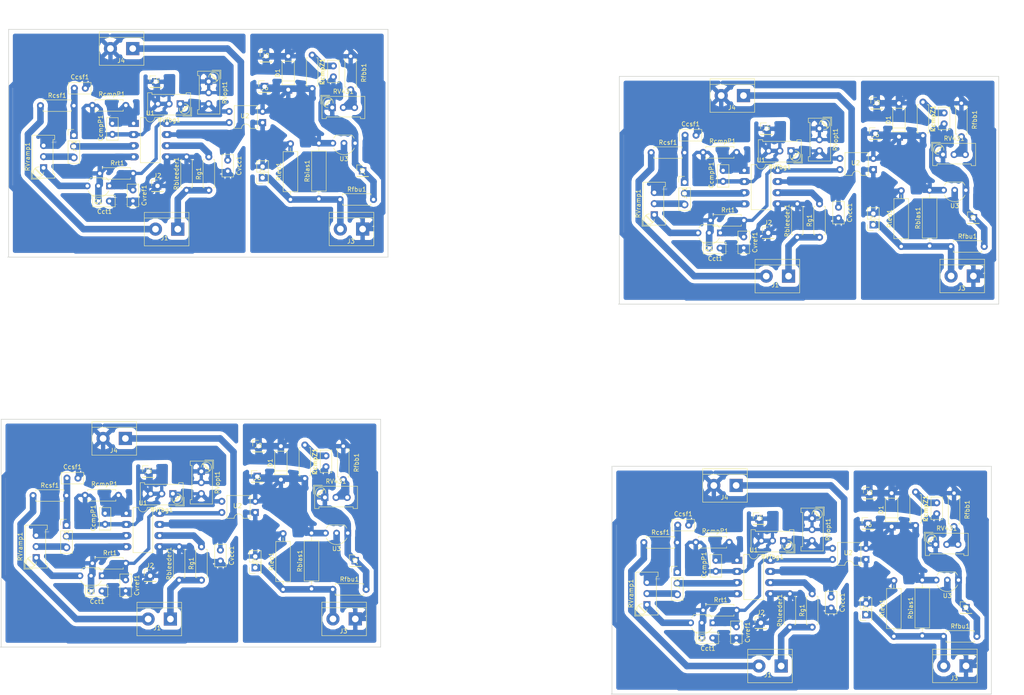
<source format=kicad_pcb>
(kicad_pcb (version 4) (host pcbnew 4.0.7)
  (layers (0 F.Cu signal) (31 B.Cu signal) (34 B.Paste user) (35 F.Paste user) (36 B.SilkS user) (37 F.SilkS user) (38 B.Mask user) (39 F.Mask user) (44 Edge.Cuts user))
  (net 0 "")
  (net 1 GNDREF)
  (net 2 +12V)
  (net 3 "Net-(D1-Pad1)")
  (net 4 GNDS)
  (net 5 "Net-(J1-Pad1)")
  (net 6 "Net-(J1-Pad2)")
  (net 7 +VDC)
  (net 8 "Net-(CcmpP1-Pad1)")
  (net 9 "Net-(CcmpP1-Pad2)")
  (net 10 "Net-(CcmpZ1-Pad1)")
  (net 11 "Net-(CcmpZ1-Pad2)")
  (net 12 "Net-(Ccsf1-Pad1)")
  (net 13 "Net-(Cct1-Pad1)")
  (net 14 "Net-(Cvref1-Pad1)")
  (net 15 "Net-(J7-Pad2)")
  (net 16 "Net-(JP1-Pad2)")
  (net 17 "Net-(JP1-Pad3)")
  (net 18 "Net-(Q1-Pad3)")
  (net 19 "Net-(RV431-Pad2)")
  (net 20 "Net-(Rg1-Pad2)")
  (net 21 "Net-(RVfbg1-Pad1)")
  (module Potentiometers:Potentiometer_Trimmer_Bourns_PV36W (layer F.Cu) (at 82.26044 38.66896 270)
    (fp_text reference RVopt1 (at 2.54 -3.66 270) (layer F.SilkS))
    (fp_text value 5k)
    (pad 1 thru_hole rect (at 0 0 90) (size 1.62 1.62) (drill 0.9) (layers *.Cu *.Mask) (net 1 GNDREF))
    (pad 2 thru_hole circle (at 2.54 0 90) (size 1.62 1.62) (drill 0.9) (layers *.Cu *.Mask) (net 1 GNDREF))
    (pad 3 thru_hole circle (at 5.08 0 90) (size 1.62 1.62) (drill 0.9) (layers *.Cu *.Mask) (net 21 "Net-(RVfbg1-Pad1)"))
  )
  (module Capacitors_THT:C_Disc_D5.0mm_W2.5mm_P2.50mm (layer F.Cu) (at 60.32246 48.2219 270)
    (fp_text reference CcmpP1 (at 1.0922 2.6924 270) (layer F.SilkS))
    (fp_text value 15nf)
    (pad 1 thru_hole circle (at 0 0 270) (size 1.6 1.6) (drill 0.8) (layers *.Cu *.Mask) (net 8 "Net-(CcmpP1-Pad1)"))
    (pad 2 thru_hole circle (at 2.5 0 270) (size 1.6 1.6) (drill 0.8) (layers *.Cu *.Mask) (net 9 "Net-(CcmpP1-Pad2)"))
  )
  (module Capacitors_THT:C_Disc_D5.0mm_W2.5mm_P2.50mm (layer F.Cu) (at 110.67796 37.6174 90)
    (fp_text reference CcmpZ1 (at 1.25 -2.56 90) (layer F.SilkS))
    (fp_text value 18nF)
    (pad 1 thru_hole circle (at 0 0 90) (size 1.6 1.6) (drill 0.8) (layers *.Cu *.Mask) (net 10 "Net-(CcmpZ1-Pad1)"))
    (pad 2 thru_hole circle (at 2.5 0 90) (size 1.6 1.6) (drill 0.8) (layers *.Cu *.Mask) (net 11 "Net-(CcmpZ1-Pad2)"))
  )
  (module Capacitors_THT:C_Disc_D5.0mm_W2.5mm_P2.50mm (layer F.Cu) (at 51.64836 40.2082)
    (fp_text reference Ccsf1 (at 1.25 -2.56) (layer F.SilkS))
    (fp_text value 10nf)
    (pad 1 thru_hole circle (at 0 0) (size 1.6 1.6) (drill 0.8) (layers *.Cu *.Mask) (net 12 "Net-(Ccsf1-Pad1)"))
    (pad 2 thru_hole circle (at 2.5 0) (size 1.6 1.6) (drill 0.8) (layers *.Cu *.Mask) (net 1 GNDREF))
  )
  (module Capacitors_THT:C_Disc_D5.0mm_W2.5mm_P2.50mm (layer F.Cu) (at 57.13476 65.913)
    (fp_text reference Cct1 (at 1.40716 2.40284) (layer F.SilkS))
    (fp_text value 1nf)
    (pad 1 thru_hole circle (at 0 0) (size 1.6 1.6) (drill 0.8) (layers *.Cu *.Mask) (net 13 "Net-(Cct1-Pad1)"))
    (pad 2 thru_hole circle (at 2.5 0) (size 1.6 1.6) (drill 0.8) (layers *.Cu *.Mask) (net 1 GNDREF))
  )
  (module Capacitors_THT:C_Disc_D5.0mm_W2.5mm_P2.50mm (layer F.Cu) (at 86.61146 56.6039 270)
    (fp_text reference Cvcc1 (at 1.25 -2.56 270) (layer F.SilkS))
    (fp_text value 10uf)
    (pad 1 thru_hole circle (at 0 0 270) (size 1.6 1.6) (drill 0.8) (layers *.Cu *.Mask) (net 2 +12V))
    (pad 2 thru_hole circle (at 2.5 0 270) (size 1.6 1.6) (drill 0.8) (layers *.Cu *.Mask) (net 1 GNDREF))
  )
  (module Capacitors_THT:C_Disc_D5.0mm_W2.5mm_P2.50mm (layer F.Cu) (at 65.00876 63.373 270)
    (fp_text reference Cvref1 (at 1.25 -2.56 270) (layer F.SilkS))
    (fp_text value 10uf)
    (pad 1 thru_hole circle (at 0 0 270) (size 1.6 1.6) (drill 0.8) (layers *.Cu *.Mask) (net 14 "Net-(Cvref1-Pad1)"))
    (pad 2 thru_hole circle (at 2.5 0 270) (size 1.6 1.6) (drill 0.8) (layers *.Cu *.Mask) (net 1 GNDREF))
  )
  (module Diodes_THT:D_A-405_P7.62mm_Horizontal (layer F.Cu) (at 100.39096 40.5384 90)
    (fp_text reference D1 (at 3.81 -2.41 90) (layer F.SilkS))
    (fp_text value Zener)
    (pad 1 thru_hole rect (at 0 0 90) (size 1.8 1.8) (drill 0.9) (layers *.Cu *.Mask) (net 3 "Net-(D1-Pad1)"))
    (pad 2 thru_hole oval (at 7.62 0 90) (size 1.8 1.8) (drill 0.9) (layers *.Cu *.Mask) (net 4 GNDS))
  )
  (module Connectors:bornier2 (layer F.Cu) (at 75.21956 72.3138 180)
    (fp_text reference J1 (at 3.0226 -2.04216 180) (layer F.SilkS))
    (fp_text value signals)
    (pad 1 thru_hole rect (at 0 0 180) (size 3 3) (drill 1.52) (layers *.Cu *.Mask) (net 5 "Net-(J1-Pad1)"))
    (pad 2 thru_hole circle (at 5.08 0 180) (size 3 3) (drill 1.52) (layers *.Cu *.Mask) (net 6 "Net-(J1-Pad2)"))
  )
  (module Pin_Headers:Pin_Header_Straight_1x01_Pitch2.54mm (layer F.Cu) (at 70.59676 62.4586)
    (fp_text reference J2 (at 0 -2.33) (layer F.SilkS))
    (fp_text value GND)
    (pad 1 thru_hole rect (at 0 0) (size 1.7 1.7) (drill 1) (layers *.Cu *.Mask) (net 1 GNDREF))
  )
  (module Connectors:bornier2 (layer F.Cu) (at 117.34546 72.2884 180)
    (fp_text reference J3 (at 2.667 -2.794 180) (layer F.SilkS))
    (fp_text value AlimOut)
    (pad 1 thru_hole rect (at 0 0 180) (size 3 3) (drill 1.52) (layers *.Cu *.Mask) (net 4 GNDS))
    (pad 2 thru_hole circle (at 5.08 0 180) (size 3 3) (drill 1.52) (layers *.Cu *.Mask) (net 7 +VDC))
  )
  (module Connectors:bornier2 (layer F.Cu) (at 64.95796 31.1658 180)
    (fp_text reference J4 (at 2.6416 -2.7559 180) (layer F.SilkS))
    (fp_text value AlimIn)
    (pad 1 thru_hole rect (at 0 0 180) (size 3 3) (drill 1.52) (layers *.Cu *.Mask) (net 2 +12V))
    (pad 2 thru_hole circle (at 5.08 0 180) (size 3 3) (drill 1.52) (layers *.Cu *.Mask) (net 1 GNDREF))
  )
  (module Pin_Headers:Pin_Header_Straight_1x01_Pitch2.54mm (layer F.Cu) (at 70.19036 38.735)
    (fp_text reference J5 (at 0 -0.19304) (layer F.SilkS))
    (fp_text value VFB)
    (pad 1 thru_hole rect (at 0 0) (size 1.7 1.7) (drill 1) (layers *.Cu *.Mask) (net 9 "Net-(CcmpP1-Pad2)"))
  )
  (module Pin_Headers:Pin_Header_Straight_1x01_Pitch2.54mm (layer F.Cu) (at 94.99346 39.8399)
    (fp_text reference J6 (at 0.05842 0.26162) (layer F.SilkS))
    (fp_text value Vk)
    (pad 1 thru_hole rect (at 0 0) (size 1.7 1.7) (drill 1) (layers *.Cu *.Mask) (net 3 "Net-(D1-Pad1)"))
  )
  (module Pin_Headers:Pin_Header_Straight_2x01_Pitch2.54mm (layer F.Cu) (at 94.54896 60.6044 90)
    (fp_text reference J7 (at 1.27 0 90) (layer F.SilkS))
    (fp_text value Iled)
    (pad 1 thru_hole rect (at 0 0 90) (size 1.7 1.7) (drill 1) (layers *.Cu *.Mask) (net 7 +VDC))
    (pad 2 thru_hole oval (at 2.54 0 90) (size 1.7 1.7) (drill 1) (layers *.Cu *.Mask) (net 15 "Net-(J7-Pad2)"))
  )
  (module Pin_Headers:Pin_Header_Straight_1x01_Pitch2.54mm (layer F.Cu) (at 95.31096 32.9184)
    (fp_text reference J8 (at -0.06604 -0.11176) (layer F.SilkS))
    (fp_text value GNDS)
    (pad 1 thru_hole rect (at 0 0) (size 1.7 1.7) (drill 1) (layers *.Cu *.Mask) (net 4 GNDS))
  )
  (module Pin_Headers:Pin_Header_Straight_1x01_Pitch2.54mm (layer F.Cu) (at 117.34546 59.0169)
    (fp_text reference J9 (at 0 0.127 90) (layer F.SilkS))
    (fp_text value REF)
    (pad 1 thru_hole rect (at 0 0) (size 1.7 1.7) (drill 1) (layers *.Cu *.Mask) (net 10 "Net-(CcmpZ1-Pad1)"))
  )
  (module Pin_Headers:Pin_Header_Straight_1x03_Pitch2.54mm (layer F.Cu) (at 51.54676 50.927)
    (fp_text reference JP1 (at 0.01016 2.42824 90) (layer F.SilkS))
    (fp_text value Cm/Vm)
    (pad 1 thru_hole rect (at 0 0) (size 1.7 1.7) (drill 1) (layers *.Cu *.Mask) (net 12 "Net-(Ccsf1-Pad1)"))
    (pad 2 thru_hole oval (at 0 2.54) (size 1.7 1.7) (drill 1) (layers *.Cu *.Mask) (net 16 "Net-(JP1-Pad2)"))
    (pad 3 thru_hole oval (at 0 5.08) (size 1.7 1.7) (drill 1) (layers *.Cu *.Mask) (net 17 "Net-(JP1-Pad3)"))
  )
  (module TO_SOT_Packages_THT:TO-92_Inline_Wide (layer F.Cu) (at 59.67476 62.4586 180)
    (fp_text reference Q1 (at 2.54 -3.56 360) (layer F.SilkS))
    (fp_text value BC548)
    (pad 2 thru_hole circle (at 2.54 0 270) (size 1.52 1.52) (drill 0.8) (layers *.Cu *.Mask) (net 13 "Net-(Cct1-Pad1)"))
    (pad 3 thru_hole circle (at 5.08 0 270) (size 1.52 1.52) (drill 0.8) (layers *.Cu *.Mask) (net 18 "Net-(Q1-Pad3)"))
    (pad 1 thru_hole rect (at 0 0 270) (size 1.52 1.52) (drill 0.8) (layers *.Cu *.Mask) (net 14 "Net-(Cvref1-Pad1)"))
  )
  (module Resistors_THT:R_Axial_DIN0309_L9.0mm_D3.2mm_P12.70mm_Horizontal (layer F.Cu) (at 107.37596 65.4304 90)
    (fp_text reference Rbias1 (at 6.35 -2.66 90) (layer F.SilkS))
    (fp_text value 8k2)
    (pad 1 thru_hole circle (at 0 0 90) (size 1.6 1.6) (drill 0.8) (layers *.Cu *.Mask) (net 7 +VDC))
    (pad 2 thru_hole oval (at 12.7 0 90) (size 1.6 1.6) (drill 0.8) (layers *.Cu *.Mask) (net 3 "Net-(D1-Pad1)"))
  )
  (module Resistors_THT:R_Axial_DIN0207_L6.3mm_D2.5mm_P7.62mm_Horizontal (layer F.Cu) (at 77.21346 63.4619 90)
    (fp_text reference Rbleeder1 (at 3.81 -2.31 90) (layer F.SilkS))
    (fp_text value 100k)
    (pad 1 thru_hole circle (at 0 0 90) (size 1.6 1.6) (drill 0.8) (layers *.Cu *.Mask) (net 5 "Net-(J1-Pad1)"))
    (pad 2 thru_hole oval (at 7.62 0 90) (size 1.6 1.6) (drill 0.8) (layers *.Cu *.Mask) (net 1 GNDREF))
  )
  (module Resistors_THT:R_Axial_DIN0207_L6.3mm_D2.5mm_P7.62mm_Horizontal (layer F.Cu) (at 63.38316 44.1198 180)
    (fp_text reference RcmpP1 (at 3.1877 2.5654 180) (layer F.SilkS))
    (fp_text value 3k3)
    (pad 1 thru_hole circle (at 0 0 180) (size 1.6 1.6) (drill 0.8) (layers *.Cu *.Mask) (net 8 "Net-(CcmpP1-Pad1)"))
    (pad 2 thru_hole oval (at 7.62 0 180) (size 1.6 1.6) (drill 0.8) (layers *.Cu *.Mask) (net 9 "Net-(CcmpP1-Pad2)"))
  )
  (module Resistors_THT:R_Axial_DIN0207_L6.3mm_D2.5mm_P7.62mm_Horizontal (layer F.Cu) (at 105.85196 32.6644 270)
    (fp_text reference RcmpZ1 (at 3.81 -2.31 270) (layer F.SilkS))
    (fp_text value 4k3)
    (pad 1 thru_hole circle (at 0 0 270) (size 1.6 1.6) (drill 0.8) (layers *.Cu *.Mask) (net 11 "Net-(CcmpZ1-Pad2)"))
    (pad 2 thru_hole oval (at 7.62 0 270) (size 1.6 1.6) (drill 0.8) (layers *.Cu *.Mask) (net 3 "Net-(D1-Pad1)"))
  )
  (module Resistors_THT:R_Axial_DIN0207_L6.3mm_D2.5mm_P7.62mm_Horizontal (layer F.Cu) (at 43.92676 44.1706)
    (fp_text reference Rcsf1 (at 3.81 -2.31) (layer F.SilkS))
    (fp_text value 1k)
    (pad 1 thru_hole circle (at 0 0) (size 1.6 1.6) (drill 0.8) (layers *.Cu *.Mask) (net 6 "Net-(J1-Pad2)"))
    (pad 2 thru_hole oval (at 7.62 0) (size 1.6 1.6) (drill 0.8) (layers *.Cu *.Mask) (net 12 "Net-(Ccsf1-Pad1)"))
  )
  (module Resistors_THT:R_Axial_DIN0207_L6.3mm_D2.5mm_P7.62mm_Horizontal (layer F.Cu) (at 114.61496 40.5384 90)
    (fp_text reference Rfbb1 (at 3.84556 3.01244 90) (layer F.SilkS))
    (fp_text value 3K)
    (pad 1 thru_hole circle (at 0 0 90) (size 1.6 1.6) (drill 0.8) (layers *.Cu *.Mask) (net 19 "Net-(RV431-Pad2)"))
    (pad 2 thru_hole oval (at 7.62 0 90) (size 1.6 1.6) (drill 0.8) (layers *.Cu *.Mask) (net 4 GNDS))
  )
  (module Resistors_THT:R_Axial_DIN0207_L6.3mm_D2.5mm_P7.62mm_Horizontal (layer F.Cu) (at 112.20196 65.5574)
    (fp_text reference Rfbu1 (at 3.81 -2.31) (layer F.SilkS))
    (fp_text value 100k)
    (pad 1 thru_hole circle (at 0 0) (size 1.6 1.6) (drill 0.8) (layers *.Cu *.Mask) (net 7 +VDC))
    (pad 2 thru_hole oval (at 7.62 0) (size 1.6 1.6) (drill 0.8) (layers *.Cu *.Mask) (net 10 "Net-(CcmpZ1-Pad1)"))
  )
  (module Resistors_THT:R_Axial_DIN0207_L6.3mm_D2.5mm_P7.62mm_Horizontal (layer F.Cu) (at 82.29346 63.4619 90)
    (fp_text reference Rg1 (at 3.81 -2.31 90) (layer F.SilkS))
    (fp_text value 10)
    (pad 1 thru_hole circle (at 0 0 90) (size 1.6 1.6) (drill 0.8) (layers *.Cu *.Mask) (net 5 "Net-(J1-Pad1)"))
    (pad 2 thru_hole oval (at 7.62 0 90) (size 1.6 1.6) (drill 0.8) (layers *.Cu *.Mask) (net 20 "Net-(Rg1-Pad2)"))
  )
  (module Resistors_THT:R_Axial_DIN0309_L9.0mm_D3.2mm_P12.70mm_Horizontal (layer F.Cu) (at 100.89896 65.5574 90)
    (fp_text reference Rled1 (at 6.35 -2.66 90) (layer F.SilkS))
    (fp_text value 3k3)
    (pad 1 thru_hole circle (at 0 0 90) (size 1.6 1.6) (drill 0.8) (layers *.Cu *.Mask) (net 7 +VDC))
    (pad 2 thru_hole oval (at 12.7 0 90) (size 1.6 1.6) (drill 0.8) (layers *.Cu *.Mask) (net 15 "Net-(J7-Pad2)"))
  )
  (module Resistors_THT:R_Axial_DIN0207_L6.3mm_D2.5mm_P7.62mm_Horizontal (layer F.Cu) (at 65.05956 59.6138 180)
    (fp_text reference Rrt1 (at 3.6068 2.3622 180) (layer F.SilkS))
    (fp_text value 18k)
    (pad 1 thru_hole circle (at 0 0 180) (size 1.6 1.6) (drill 0.8) (layers *.Cu *.Mask) (net 14 "Net-(Cvref1-Pad1)"))
    (pad 2 thru_hole oval (at 7.62 0 180) (size 1.6 1.6) (drill 0.8) (layers *.Cu *.Mask) (net 13 "Net-(Cct1-Pad1)"))
  )
  (module Potentiometers:Potentiometer_Trimmer_Bourns_PV36W (layer F.Cu) (at 110.42396 44.6024)
    (fp_text reference RV431 (at 2.54 -3.66) (layer F.SilkS))
    (fp_text value 5k)
    (pad 1 thru_hole rect (at 0 0 180) (size 1.62 1.62) (drill 0.9) (layers *.Cu *.Mask) (net 10 "Net-(CcmpZ1-Pad1)"))
    (pad 2 thru_hole circle (at 2.54 0 180) (size 1.62 1.62) (drill 0.9) (layers *.Cu *.Mask) (net 19 "Net-(RV431-Pad2)"))
    (pad 3 thru_hole circle (at 5.08 0 180) (size 1.62 1.62) (drill 0.9) (layers *.Cu *.Mask) (net 19 "Net-(RV431-Pad2)"))
  )
  (module Potentiometers:Potentiometer_Trimmer_Bourns_PV36W (layer F.Cu) (at 75.77836 43.7642 180)
    (fp_text reference RVfbg1 (at 2.54 -3.66 180) (layer F.SilkS))
    (fp_text value 5k)
    (pad 1 thru_hole rect (at 0 0) (size 1.62 1.62) (drill 0.9) (layers *.Cu *.Mask) (net 21 "Net-(RVfbg1-Pad1)"))
    (pad 2 thru_hole circle (at 2.54 0) (size 1.62 1.62) (drill 0.9) (layers *.Cu *.Mask) (net 9 "Net-(CcmpP1-Pad2)"))
    (pad 3 thru_hole circle (at 5.08 0) (size 1.62 1.62) (drill 0.9) (layers *.Cu *.Mask) (net 9 "Net-(CcmpP1-Pad2)"))
  )
  (module Potentiometers:Potentiometer_Trimmer_Bourns_PV36W (layer F.Cu) (at 44.63796 58.3438 90)
    (fp_text reference RVramp1 (at 2.54 -3.66 90) (layer F.SilkS))
    (fp_text value 5k)
    (pad 1 thru_hole rect (at 0 0 270) (size 1.62 1.62) (drill 0.9) (layers *.Cu *.Mask) (net 18 "Net-(Q1-Pad3)"))
    (pad 2 thru_hole circle (at 2.54 0 270) (size 1.62 1.62) (drill 0.9) (layers *.Cu *.Mask) (net 17 "Net-(JP1-Pad3)"))
    (pad 3 thru_hole circle (at 5.08 0 270) (size 1.62 1.62) (drill 0.9) (layers *.Cu *.Mask) (net 1 GNDREF))
  )
  (module Housings_DIP:DIP-4_W7.62mm (layer F.Cu) (at 94.54896 48.0314 180)
    (fp_text reference U2 (at 4.0386 1.50368 180) (layer F.SilkS))
    (fp_text value PC817)
    (pad 1 thru_hole rect (at 0 0 180) (size 1.6 1.6) (drill 0.8) (layers *.Cu *.Mask) (net 15 "Net-(J7-Pad2)"))
    (pad 3 thru_hole oval (at 7.62 2.54 180) (size 1.6 1.6) (drill 0.8) (layers *.Cu *.Mask) (net 21 "Net-(RVfbg1-Pad1)"))
    (pad 2 thru_hole oval (at 0 2.54 180) (size 1.6 1.6) (drill 0.8) (layers *.Cu *.Mask) (net 3 "Net-(D1-Pad1)"))
    (pad 4 thru_hole oval (at 7.62 0 180) (size 1.6 1.6) (drill 0.8) (layers *.Cu *.Mask) (net 14 "Net-(Cvref1-Pad1)"))
  )
  (module TO_SOT_Packages_THT:TO-92_Inline_Wide (layer F.Cu) (at 115.63096 52.7304 180)
    (fp_text reference U3 (at 2.54 -3.56 360) (layer F.SilkS))
    (fp_text value TL431)
    (pad 2 thru_hole circle (at 2.54 0 270) (size 1.52 1.52) (drill 0.8) (layers *.Cu *.Mask) (net 4 GNDS))
    (pad 3 thru_hole circle (at 5.08 0 270) (size 1.52 1.52) (drill 0.8) (layers *.Cu *.Mask) (net 3 "Net-(D1-Pad1)"))
    (pad 1 thru_hole rect (at 0 0 270) (size 1.52 1.52) (drill 0.8) (layers *.Cu *.Mask) (net 10 "Net-(CcmpZ1-Pad1)"))
  )
  (module Housings_DIP:DIP-8_W7.62mm_LongPads (layer F.Cu) (at 65.14846 48.2219)
    (fp_text reference U1 (at 3.81 -2.33) (layer F.SilkS))
    (fp_text value UC2844N)
    (pad 1 thru_hole rect (at 0 0) (size 2.4 1.6) (drill 0.8) (layers *.Cu *.Mask) (net 8 "Net-(CcmpP1-Pad1)"))
    (pad 5 thru_hole oval (at 7.62 7.62) (size 2.4 1.6) (drill 0.8) (layers *.Cu *.Mask) (net 1 GNDREF))
    (pad 2 thru_hole oval (at 0 2.54) (size 2.4 1.6) (drill 0.8) (layers *.Cu *.Mask) (net 9 "Net-(CcmpP1-Pad2)"))
    (pad 6 thru_hole oval (at 7.62 5.08) (size 2.4 1.6) (drill 0.8) (layers *.Cu *.Mask) (net 20 "Net-(Rg1-Pad2)"))
    (pad 3 thru_hole oval (at 0 5.08) (size 2.4 1.6) (drill 0.8) (layers *.Cu *.Mask) (net 16 "Net-(JP1-Pad2)"))
    (pad 7 thru_hole oval (at 7.62 2.54) (size 2.4 1.6) (drill 0.8) (layers *.Cu *.Mask) (net 2 +12V))
    (pad 4 thru_hole oval (at 0 7.62) (size 2.4 1.6) (drill 0.8) (layers *.Cu *.Mask) (net 13 "Net-(Cct1-Pad1)"))
    (pad 8 thru_hole oval (at 7.62 0) (size 2.4 1.6) (drill 0.8) (layers *.Cu *.Mask) (net 14 "Net-(Cvref1-Pad1)"))
  )
  (module Housings_DIP:DIP-8_W7.62mm_LongPads (layer F.Cu) (at 63.47206 137.0711)
    (fp_text reference U1 (at 3.81 -2.33) (layer F.SilkS))
    (fp_text value UC2844N)
    (pad 1 thru_hole rect (at 0 0) (size 2.4 1.6) (drill 0.8) (layers *.Cu *.Mask) (net 8 "Net-(CcmpP1-Pad1)"))
    (pad 5 thru_hole oval (at 7.62 7.62) (size 2.4 1.6) (drill 0.8) (layers *.Cu *.Mask) (net 1 GNDREF))
    (pad 2 thru_hole oval (at 0 2.54) (size 2.4 1.6) (drill 0.8) (layers *.Cu *.Mask) (net 9 "Net-(CcmpP1-Pad2)"))
    (pad 6 thru_hole oval (at 7.62 5.08) (size 2.4 1.6) (drill 0.8) (layers *.Cu *.Mask) (net 20 "Net-(Rg1-Pad2)"))
    (pad 3 thru_hole oval (at 0 5.08) (size 2.4 1.6) (drill 0.8) (layers *.Cu *.Mask) (net 16 "Net-(JP1-Pad2)"))
    (pad 7 thru_hole oval (at 7.62 2.54) (size 2.4 1.6) (drill 0.8) (layers *.Cu *.Mask) (net 2 +12V))
    (pad 4 thru_hole oval (at 0 7.62) (size 2.4 1.6) (drill 0.8) (layers *.Cu *.Mask) (net 13 "Net-(Cct1-Pad1)"))
    (pad 8 thru_hole oval (at 7.62 0) (size 2.4 1.6) (drill 0.8) (layers *.Cu *.Mask) (net 14 "Net-(Cvref1-Pad1)"))
  )
  (module TO_SOT_Packages_THT:TO-92_Inline_Wide (layer F.Cu) (at 113.95456 141.5796 180)
    (fp_text reference U3 (at 2.54 -3.56 360) (layer F.SilkS))
    (fp_text value TL431)
    (pad 2 thru_hole circle (at 2.54 0 270) (size 1.52 1.52) (drill 0.8) (layers *.Cu *.Mask) (net 4 GNDS))
    (pad 3 thru_hole circle (at 5.08 0 270) (size 1.52 1.52) (drill 0.8) (layers *.Cu *.Mask) (net 3 "Net-(D1-Pad1)"))
    (pad 1 thru_hole rect (at 0 0 270) (size 1.52 1.52) (drill 0.8) (layers *.Cu *.Mask) (net 10 "Net-(CcmpZ1-Pad1)"))
  )
  (module Housings_DIP:DIP-4_W7.62mm (layer F.Cu) (at 92.87256 136.8806 180)
    (fp_text reference U2 (at 4.0386 1.50368 180) (layer F.SilkS))
    (fp_text value PC817)
    (pad 1 thru_hole rect (at 0 0 180) (size 1.6 1.6) (drill 0.8) (layers *.Cu *.Mask) (net 15 "Net-(J7-Pad2)"))
    (pad 3 thru_hole oval (at 7.62 2.54 180) (size 1.6 1.6) (drill 0.8) (layers *.Cu *.Mask) (net 21 "Net-(RVfbg1-Pad1)"))
    (pad 2 thru_hole oval (at 0 2.54 180) (size 1.6 1.6) (drill 0.8) (layers *.Cu *.Mask) (net 3 "Net-(D1-Pad1)"))
    (pad 4 thru_hole oval (at 7.62 0 180) (size 1.6 1.6) (drill 0.8) (layers *.Cu *.Mask) (net 14 "Net-(Cvref1-Pad1)"))
  )
  (module Potentiometers:Potentiometer_Trimmer_Bourns_PV36W (layer F.Cu) (at 42.96156 147.193 90)
    (fp_text reference RVramp1 (at 2.54 -3.66 90) (layer F.SilkS))
    (fp_text value 5k)
    (pad 1 thru_hole rect (at 0 0 270) (size 1.62 1.62) (drill 0.9) (layers *.Cu *.Mask) (net 18 "Net-(Q1-Pad3)"))
    (pad 2 thru_hole circle (at 2.54 0 270) (size 1.62 1.62) (drill 0.9) (layers *.Cu *.Mask) (net 17 "Net-(JP1-Pad3)"))
    (pad 3 thru_hole circle (at 5.08 0 270) (size 1.62 1.62) (drill 0.9) (layers *.Cu *.Mask) (net 1 GNDREF))
  )
  (module Potentiometers:Potentiometer_Trimmer_Bourns_PV36W (layer F.Cu) (at 74.10196 132.6134 180)
    (fp_text reference RVfbg1 (at 2.54 -3.66 180) (layer F.SilkS))
    (fp_text value 5k)
    (pad 1 thru_hole rect (at 0 0) (size 1.62 1.62) (drill 0.9) (layers *.Cu *.Mask) (net 21 "Net-(RVfbg1-Pad1)"))
    (pad 2 thru_hole circle (at 2.54 0) (size 1.62 1.62) (drill 0.9) (layers *.Cu *.Mask) (net 9 "Net-(CcmpP1-Pad2)"))
    (pad 3 thru_hole circle (at 5.08 0) (size 1.62 1.62) (drill 0.9) (layers *.Cu *.Mask) (net 9 "Net-(CcmpP1-Pad2)"))
  )
  (module Potentiometers:Potentiometer_Trimmer_Bourns_PV36W (layer F.Cu) (at 108.74756 133.4516)
    (fp_text reference RV431 (at 2.54 -3.66) (layer F.SilkS))
    (fp_text value 5k)
    (pad 1 thru_hole rect (at 0 0 180) (size 1.62 1.62) (drill 0.9) (layers *.Cu *.Mask) (net 10 "Net-(CcmpZ1-Pad1)"))
    (pad 2 thru_hole circle (at 2.54 0 180) (size 1.62 1.62) (drill 0.9) (layers *.Cu *.Mask) (net 19 "Net-(RV431-Pad2)"))
    (pad 3 thru_hole circle (at 5.08 0 180) (size 1.62 1.62) (drill 0.9) (layers *.Cu *.Mask) (net 19 "Net-(RV431-Pad2)"))
  )
  (module Resistors_THT:R_Axial_DIN0207_L6.3mm_D2.5mm_P7.62mm_Horizontal (layer F.Cu) (at 63.38316 148.463 180)
    (fp_text reference Rrt1 (at 3.6068 2.3622 180) (layer F.SilkS))
    (fp_text value 18k)
    (pad 1 thru_hole circle (at 0 0 180) (size 1.6 1.6) (drill 0.8) (layers *.Cu *.Mask) (net 14 "Net-(Cvref1-Pad1)"))
    (pad 2 thru_hole oval (at 7.62 0 180) (size 1.6 1.6) (drill 0.8) (layers *.Cu *.Mask) (net 13 "Net-(Cct1-Pad1)"))
  )
  (module Resistors_THT:R_Axial_DIN0309_L9.0mm_D3.2mm_P12.70mm_Horizontal (layer F.Cu) (at 99.22256 154.4066 90)
    (fp_text reference Rled1 (at 6.35 -2.66 90) (layer F.SilkS))
    (fp_text value 3k3)
    (pad 1 thru_hole circle (at 0 0 90) (size 1.6 1.6) (drill 0.8) (layers *.Cu *.Mask) (net 7 +VDC))
    (pad 2 thru_hole oval (at 12.7 0 90) (size 1.6 1.6) (drill 0.8) (layers *.Cu *.Mask) (net 15 "Net-(J7-Pad2)"))
  )
  (module Resistors_THT:R_Axial_DIN0207_L6.3mm_D2.5mm_P7.62mm_Horizontal (layer F.Cu) (at 80.61706 152.3111 90)
    (fp_text reference Rg1 (at 3.81 -2.31 90) (layer F.SilkS))
    (fp_text value 10)
    (pad 1 thru_hole circle (at 0 0 90) (size 1.6 1.6) (drill 0.8) (layers *.Cu *.Mask) (net 5 "Net-(J1-Pad1)"))
    (pad 2 thru_hole oval (at 7.62 0 90) (size 1.6 1.6) (drill 0.8) (layers *.Cu *.Mask) (net 20 "Net-(Rg1-Pad2)"))
  )
  (module Resistors_THT:R_Axial_DIN0207_L6.3mm_D2.5mm_P7.62mm_Horizontal (layer F.Cu) (at 110.52556 154.4066)
    (fp_text reference Rfbu1 (at 3.81 -2.31) (layer F.SilkS))
    (fp_text value 100k)
    (pad 1 thru_hole circle (at 0 0) (size 1.6 1.6) (drill 0.8) (layers *.Cu *.Mask) (net 7 +VDC))
    (pad 2 thru_hole oval (at 7.62 0) (size 1.6 1.6) (drill 0.8) (layers *.Cu *.Mask) (net 10 "Net-(CcmpZ1-Pad1)"))
  )
  (module Resistors_THT:R_Axial_DIN0207_L6.3mm_D2.5mm_P7.62mm_Horizontal (layer F.Cu) (at 112.93856 129.3876 90)
    (fp_text reference Rfbb1 (at 3.84556 3.01244 90) (layer F.SilkS))
    (fp_text value 3K)
    (pad 1 thru_hole circle (at 0 0 90) (size 1.6 1.6) (drill 0.8) (layers *.Cu *.Mask) (net 19 "Net-(RV431-Pad2)"))
    (pad 2 thru_hole oval (at 7.62 0 90) (size 1.6 1.6) (drill 0.8) (layers *.Cu *.Mask) (net 4 GNDS))
  )
  (module Resistors_THT:R_Axial_DIN0207_L6.3mm_D2.5mm_P7.62mm_Horizontal (layer F.Cu) (at 42.25036 133.0198)
    (fp_text reference Rcsf1 (at 3.81 -2.31) (layer F.SilkS))
    (fp_text value 1k)
    (pad 1 thru_hole circle (at 0 0) (size 1.6 1.6) (drill 0.8) (layers *.Cu *.Mask) (net 6 "Net-(J1-Pad2)"))
    (pad 2 thru_hole oval (at 7.62 0) (size 1.6 1.6) (drill 0.8) (layers *.Cu *.Mask) (net 12 "Net-(Ccsf1-Pad1)"))
  )
  (module Resistors_THT:R_Axial_DIN0207_L6.3mm_D2.5mm_P7.62mm_Horizontal (layer F.Cu) (at 104.17556 121.5136 270)
    (fp_text reference RcmpZ1 (at 3.81 -2.31 270) (layer F.SilkS))
    (fp_text value 4k3)
    (pad 1 thru_hole circle (at 0 0 270) (size 1.6 1.6) (drill 0.8) (layers *.Cu *.Mask) (net 11 "Net-(CcmpZ1-Pad2)"))
    (pad 2 thru_hole oval (at 7.62 0 270) (size 1.6 1.6) (drill 0.8) (layers *.Cu *.Mask) (net 3 "Net-(D1-Pad1)"))
  )
  (module Resistors_THT:R_Axial_DIN0207_L6.3mm_D2.5mm_P7.62mm_Horizontal (layer F.Cu) (at 61.70676 132.969 180)
    (fp_text reference RcmpP1 (at 3.1877 2.5654 180) (layer F.SilkS))
    (fp_text value 3k3)
    (pad 1 thru_hole circle (at 0 0 180) (size 1.6 1.6) (drill 0.8) (layers *.Cu *.Mask) (net 8 "Net-(CcmpP1-Pad1)"))
    (pad 2 thru_hole oval (at 7.62 0 180) (size 1.6 1.6) (drill 0.8) (layers *.Cu *.Mask) (net 9 "Net-(CcmpP1-Pad2)"))
  )
  (module Resistors_THT:R_Axial_DIN0207_L6.3mm_D2.5mm_P7.62mm_Horizontal (layer F.Cu) (at 75.53706 152.3111 90)
    (fp_text reference Rbleeder1 (at 3.81 -2.31 90) (layer F.SilkS))
    (fp_text value 100k)
    (pad 1 thru_hole circle (at 0 0 90) (size 1.6 1.6) (drill 0.8) (layers *.Cu *.Mask) (net 5 "Net-(J1-Pad1)"))
    (pad 2 thru_hole oval (at 7.62 0 90) (size 1.6 1.6) (drill 0.8) (layers *.Cu *.Mask) (net 1 GNDREF))
  )
  (module Resistors_THT:R_Axial_DIN0309_L9.0mm_D3.2mm_P12.70mm_Horizontal (layer F.Cu) (at 105.69956 154.2796 90)
    (fp_text reference Rbias1 (at 6.35 -2.66 90) (layer F.SilkS))
    (fp_text value 8k2)
    (pad 1 thru_hole circle (at 0 0 90) (size 1.6 1.6) (drill 0.8) (layers *.Cu *.Mask) (net 7 +VDC))
    (pad 2 thru_hole oval (at 12.7 0 90) (size 1.6 1.6) (drill 0.8) (layers *.Cu *.Mask) (net 3 "Net-(D1-Pad1)"))
  )
  (module TO_SOT_Packages_THT:TO-92_Inline_Wide (layer F.Cu) (at 57.99836 151.3078 180)
    (fp_text reference Q1 (at 2.54 -3.56 360) (layer F.SilkS))
    (fp_text value BC548)
    (pad 2 thru_hole circle (at 2.54 0 270) (size 1.52 1.52) (drill 0.8) (layers *.Cu *.Mask) (net 13 "Net-(Cct1-Pad1)"))
    (pad 3 thru_hole circle (at 5.08 0 270) (size 1.52 1.52) (drill 0.8) (layers *.Cu *.Mask) (net 18 "Net-(Q1-Pad3)"))
    (pad 1 thru_hole rect (at 0 0 270) (size 1.52 1.52) (drill 0.8) (layers *.Cu *.Mask) (net 14 "Net-(Cvref1-Pad1)"))
  )
  (module Pin_Headers:Pin_Header_Straight_1x03_Pitch2.54mm (layer F.Cu) (at 49.87036 139.7762)
    (fp_text reference JP1 (at 0.01016 2.42824 90) (layer F.SilkS))
    (fp_text value Cm/Vm)
    (pad 1 thru_hole rect (at 0 0) (size 1.7 1.7) (drill 1) (layers *.Cu *.Mask) (net 12 "Net-(Ccsf1-Pad1)"))
    (pad 2 thru_hole oval (at 0 2.54) (size 1.7 1.7) (drill 1) (layers *.Cu *.Mask) (net 16 "Net-(JP1-Pad2)"))
    (pad 3 thru_hole oval (at 0 5.08) (size 1.7 1.7) (drill 1) (layers *.Cu *.Mask) (net 17 "Net-(JP1-Pad3)"))
  )
  (module Pin_Headers:Pin_Header_Straight_1x01_Pitch2.54mm (layer F.Cu) (at 115.66906 147.8661)
    (fp_text reference J9 (at 0 0.127 90) (layer F.SilkS))
    (fp_text value REF)
    (pad 1 thru_hole rect (at 0 0) (size 1.7 1.7) (drill 1) (layers *.Cu *.Mask) (net 10 "Net-(CcmpZ1-Pad1)"))
  )
  (module Pin_Headers:Pin_Header_Straight_1x01_Pitch2.54mm (layer F.Cu) (at 93.63456 121.7676)
    (fp_text reference J8 (at -0.06604 -0.11176) (layer F.SilkS))
    (fp_text value GNDS)
    (pad 1 thru_hole rect (at 0 0) (size 1.7 1.7) (drill 1) (layers *.Cu *.Mask) (net 4 GNDS))
  )
  (module Pin_Headers:Pin_Header_Straight_2x01_Pitch2.54mm (layer F.Cu) (at 92.87256 149.4536 90)
    (fp_text reference J7 (at 1.27 0 90) (layer F.SilkS))
    (fp_text value Iled)
    (pad 1 thru_hole rect (at 0 0 90) (size 1.7 1.7) (drill 1) (layers *.Cu *.Mask) (net 7 +VDC))
    (pad 2 thru_hole oval (at 2.54 0 90) (size 1.7 1.7) (drill 1) (layers *.Cu *.Mask) (net 15 "Net-(J7-Pad2)"))
  )
  (module Pin_Headers:Pin_Header_Straight_1x01_Pitch2.54mm (layer F.Cu) (at 93.31706 128.6891)
    (fp_text reference J6 (at 0.05842 0.26162) (layer F.SilkS))
    (fp_text value Vk)
    (pad 1 thru_hole rect (at 0 0) (size 1.7 1.7) (drill 1) (layers *.Cu *.Mask) (net 3 "Net-(D1-Pad1)"))
  )
  (module Pin_Headers:Pin_Header_Straight_1x01_Pitch2.54mm (layer F.Cu) (at 68.51396 127.5842)
    (fp_text reference J5 (at 0 -0.19304) (layer F.SilkS))
    (fp_text value VFB)
    (pad 1 thru_hole rect (at 0 0) (size 1.7 1.7) (drill 1) (layers *.Cu *.Mask) (net 9 "Net-(CcmpP1-Pad2)"))
  )
  (module Connectors:bornier2 (layer F.Cu) (at 63.28156 120.015 180)
    (fp_text reference J4 (at 2.6416 -2.7559 180) (layer F.SilkS))
    (fp_text value AlimIn)
    (pad 1 thru_hole rect (at 0 0 180) (size 3 3) (drill 1.52) (layers *.Cu *.Mask) (net 2 +12V))
    (pad 2 thru_hole circle (at 5.08 0 180) (size 3 3) (drill 1.52) (layers *.Cu *.Mask) (net 1 GNDREF))
  )
  (module Connectors:bornier2 (layer F.Cu) (at 115.66906 161.1376 180)
    (fp_text reference J3 (at 2.667 -2.794 180) (layer F.SilkS))
    (fp_text value AlimOut)
    (pad 1 thru_hole rect (at 0 0 180) (size 3 3) (drill 1.52) (layers *.Cu *.Mask) (net 4 GNDS))
    (pad 2 thru_hole circle (at 5.08 0 180) (size 3 3) (drill 1.52) (layers *.Cu *.Mask) (net 7 +VDC))
  )
  (module Pin_Headers:Pin_Header_Straight_1x01_Pitch2.54mm (layer F.Cu) (at 68.92036 151.3078)
    (fp_text reference J2 (at 0 -2.33) (layer F.SilkS))
    (fp_text value GND)
    (pad 1 thru_hole rect (at 0 0) (size 1.7 1.7) (drill 1) (layers *.Cu *.Mask) (net 1 GNDREF))
  )
  (module Connectors:bornier2 (layer F.Cu) (at 73.54316 161.163 180)
    (fp_text reference J1 (at 3.0226 -2.04216 180) (layer F.SilkS))
    (fp_text value signals)
    (pad 1 thru_hole rect (at 0 0 180) (size 3 3) (drill 1.52) (layers *.Cu *.Mask) (net 5 "Net-(J1-Pad1)"))
    (pad 2 thru_hole circle (at 5.08 0 180) (size 3 3) (drill 1.52) (layers *.Cu *.Mask) (net 6 "Net-(J1-Pad2)"))
  )
  (module Diodes_THT:D_A-405_P7.62mm_Horizontal (layer F.Cu) (at 98.71456 129.3876 90)
    (fp_text reference D1 (at 3.81 -2.41 90) (layer F.SilkS))
    (fp_text value Zener)
    (pad 1 thru_hole rect (at 0 0 90) (size 1.8 1.8) (drill 0.9) (layers *.Cu *.Mask) (net 3 "Net-(D1-Pad1)"))
    (pad 2 thru_hole oval (at 7.62 0 90) (size 1.8 1.8) (drill 0.9) (layers *.Cu *.Mask) (net 4 GNDS))
  )
  (module Capacitors_THT:C_Disc_D5.0mm_W2.5mm_P2.50mm (layer F.Cu) (at 63.33236 152.2222 270)
    (fp_text reference Cvref1 (at 1.25 -2.56 270) (layer F.SilkS))
    (fp_text value 10uf)
    (pad 1 thru_hole circle (at 0 0 270) (size 1.6 1.6) (drill 0.8) (layers *.Cu *.Mask) (net 14 "Net-(Cvref1-Pad1)"))
    (pad 2 thru_hole circle (at 2.5 0 270) (size 1.6 1.6) (drill 0.8) (layers *.Cu *.Mask) (net 1 GNDREF))
  )
  (module Capacitors_THT:C_Disc_D5.0mm_W2.5mm_P2.50mm (layer F.Cu) (at 84.93506 145.4531 270)
    (fp_text reference Cvcc1 (at 1.25 -2.56 270) (layer F.SilkS))
    (fp_text value 10uf)
    (pad 1 thru_hole circle (at 0 0 270) (size 1.6 1.6) (drill 0.8) (layers *.Cu *.Mask) (net 2 +12V))
    (pad 2 thru_hole circle (at 2.5 0 270) (size 1.6 1.6) (drill 0.8) (layers *.Cu *.Mask) (net 1 GNDREF))
  )
  (module Capacitors_THT:C_Disc_D5.0mm_W2.5mm_P2.50mm (layer F.Cu) (at 55.45836 154.7622)
    (fp_text reference Cct1 (at 1.40716 2.40284) (layer F.SilkS))
    (fp_text value 1nf)
    (pad 1 thru_hole circle (at 0 0) (size 1.6 1.6) (drill 0.8) (layers *.Cu *.Mask) (net 13 "Net-(Cct1-Pad1)"))
    (pad 2 thru_hole circle (at 2.5 0) (size 1.6 1.6) (drill 0.8) (layers *.Cu *.Mask) (net 1 GNDREF))
  )
  (module Capacitors_THT:C_Disc_D5.0mm_W2.5mm_P2.50mm (layer F.Cu) (at 49.97196 129.0574)
    (fp_text reference Ccsf1 (at 1.25 -2.56) (layer F.SilkS))
    (fp_text value 10nf)
    (pad 1 thru_hole circle (at 0 0) (size 1.6 1.6) (drill 0.8) (layers *.Cu *.Mask) (net 12 "Net-(Ccsf1-Pad1)"))
    (pad 2 thru_hole circle (at 2.5 0) (size 1.6 1.6) (drill 0.8) (layers *.Cu *.Mask) (net 1 GNDREF))
  )
  (module Capacitors_THT:C_Disc_D5.0mm_W2.5mm_P2.50mm (layer F.Cu) (at 109.00156 126.4666 90)
    (fp_text reference CcmpZ1 (at 1.25 -2.56 90) (layer F.SilkS))
    (fp_text value 18nF)
    (pad 1 thru_hole circle (at 0 0 90) (size 1.6 1.6) (drill 0.8) (layers *.Cu *.Mask) (net 10 "Net-(CcmpZ1-Pad1)"))
    (pad 2 thru_hole circle (at 2.5 0 90) (size 1.6 1.6) (drill 0.8) (layers *.Cu *.Mask) (net 11 "Net-(CcmpZ1-Pad2)"))
  )
  (module Capacitors_THT:C_Disc_D5.0mm_W2.5mm_P2.50mm (layer F.Cu) (at 58.64606 137.0711 270)
    (fp_text reference CcmpP1 (at 1.0922 2.6924 270) (layer F.SilkS))
    (fp_text value 15nf)
    (pad 1 thru_hole circle (at 0 0 270) (size 1.6 1.6) (drill 0.8) (layers *.Cu *.Mask) (net 8 "Net-(CcmpP1-Pad1)"))
    (pad 2 thru_hole circle (at 2.5 0 270) (size 1.6 1.6) (drill 0.8) (layers *.Cu *.Mask) (net 9 "Net-(CcmpP1-Pad2)"))
  )
  (module Potentiometers:Potentiometer_Trimmer_Bourns_PV36W (layer F.Cu) (at 80.58404 127.51816 270)
    (fp_text reference RVopt1 (at 2.54 -3.66 270) (layer F.SilkS))
    (fp_text value 5k)
    (pad 1 thru_hole rect (at 0 0 90) (size 1.62 1.62) (drill 0.9) (layers *.Cu *.Mask) (net 1 GNDREF))
    (pad 2 thru_hole circle (at 2.54 0 90) (size 1.62 1.62) (drill 0.9) (layers *.Cu *.Mask) (net 1 GNDREF))
    (pad 3 thru_hole circle (at 5.08 0 90) (size 1.62 1.62) (drill 0.9) (layers *.Cu *.Mask) (net 21 "Net-(RVfbg1-Pad1)"))
  )
  (module Potentiometers:Potentiometer_Trimmer_Bourns_PV36W (layer F.Cu) (at 219.7608 138.2268 270)
    (fp_text reference RVopt1 (at 2.54 -3.66 270) (layer F.SilkS))
    (fp_text value 5k)
    (pad 1 thru_hole rect (at 0 0 90) (size 1.62 1.62) (drill 0.9) (layers *.Cu *.Mask) (net 1 GNDREF))
    (pad 2 thru_hole circle (at 2.54 0 90) (size 1.62 1.62) (drill 0.9) (layers *.Cu *.Mask) (net 1 GNDREF))
    (pad 3 thru_hole circle (at 5.08 0 90) (size 1.62 1.62) (drill 0.9) (layers *.Cu *.Mask) (net 21 "Net-(RVfbg1-Pad1)"))
  )
  (module Capacitors_THT:C_Disc_D5.0mm_W2.5mm_P2.50mm (layer F.Cu) (at 197.82282 147.77974 270)
    (fp_text reference CcmpP1 (at 1.0922 2.6924 270) (layer F.SilkS))
    (fp_text value 15nf)
    (pad 1 thru_hole circle (at 0 0 270) (size 1.6 1.6) (drill 0.8) (layers *.Cu *.Mask) (net 8 "Net-(CcmpP1-Pad1)"))
    (pad 2 thru_hole circle (at 2.5 0 270) (size 1.6 1.6) (drill 0.8) (layers *.Cu *.Mask) (net 9 "Net-(CcmpP1-Pad2)"))
  )
  (module Capacitors_THT:C_Disc_D5.0mm_W2.5mm_P2.50mm (layer F.Cu) (at 248.17832 137.17524 90)
    (fp_text reference CcmpZ1 (at 1.25 -2.56 90) (layer F.SilkS))
    (fp_text value 18nF)
    (pad 1 thru_hole circle (at 0 0 90) (size 1.6 1.6) (drill 0.8) (layers *.Cu *.Mask) (net 10 "Net-(CcmpZ1-Pad1)"))
    (pad 2 thru_hole circle (at 2.5 0 90) (size 1.6 1.6) (drill 0.8) (layers *.Cu *.Mask) (net 11 "Net-(CcmpZ1-Pad2)"))
  )
  (module Capacitors_THT:C_Disc_D5.0mm_W2.5mm_P2.50mm (layer F.Cu) (at 189.14872 139.76604)
    (fp_text reference Ccsf1 (at 1.25 -2.56) (layer F.SilkS))
    (fp_text value 10nf)
    (pad 1 thru_hole circle (at 0 0) (size 1.6 1.6) (drill 0.8) (layers *.Cu *.Mask) (net 12 "Net-(Ccsf1-Pad1)"))
    (pad 2 thru_hole circle (at 2.5 0) (size 1.6 1.6) (drill 0.8) (layers *.Cu *.Mask) (net 1 GNDREF))
  )
  (module Capacitors_THT:C_Disc_D5.0mm_W2.5mm_P2.50mm (layer F.Cu) (at 194.63512 165.47084)
    (fp_text reference Cct1 (at 1.40716 2.40284) (layer F.SilkS))
    (fp_text value 1nf)
    (pad 1 thru_hole circle (at 0 0) (size 1.6 1.6) (drill 0.8) (layers *.Cu *.Mask) (net 13 "Net-(Cct1-Pad1)"))
    (pad 2 thru_hole circle (at 2.5 0) (size 1.6 1.6) (drill 0.8) (layers *.Cu *.Mask) (net 1 GNDREF))
  )
  (module Capacitors_THT:C_Disc_D5.0mm_W2.5mm_P2.50mm (layer F.Cu) (at 224.11182 156.16174 270)
    (fp_text reference Cvcc1 (at 1.25 -2.56 270) (layer F.SilkS))
    (fp_text value 10uf)
    (pad 1 thru_hole circle (at 0 0 270) (size 1.6 1.6) (drill 0.8) (layers *.Cu *.Mask) (net 2 +12V))
    (pad 2 thru_hole circle (at 2.5 0 270) (size 1.6 1.6) (drill 0.8) (layers *.Cu *.Mask) (net 1 GNDREF))
  )
  (module Capacitors_THT:C_Disc_D5.0mm_W2.5mm_P2.50mm (layer F.Cu) (at 202.50912 162.93084 270)
    (fp_text reference Cvref1 (at 1.25 -2.56 270) (layer F.SilkS))
    (fp_text value 10uf)
    (pad 1 thru_hole circle (at 0 0 270) (size 1.6 1.6) (drill 0.8) (layers *.Cu *.Mask) (net 14 "Net-(Cvref1-Pad1)"))
    (pad 2 thru_hole circle (at 2.5 0 270) (size 1.6 1.6) (drill 0.8) (layers *.Cu *.Mask) (net 1 GNDREF))
  )
  (module Diodes_THT:D_A-405_P7.62mm_Horizontal (layer F.Cu) (at 237.89132 140.09624 90)
    (fp_text reference D1 (at 3.81 -2.41 90) (layer F.SilkS))
    (fp_text value Zener)
    (pad 1 thru_hole rect (at 0 0 90) (size 1.8 1.8) (drill 0.9) (layers *.Cu *.Mask) (net 3 "Net-(D1-Pad1)"))
    (pad 2 thru_hole oval (at 7.62 0 90) (size 1.8 1.8) (drill 0.9) (layers *.Cu *.Mask) (net 4 GNDS))
  )
  (module Connectors:bornier2 (layer F.Cu) (at 212.71992 171.87164 180)
    (fp_text reference J1 (at 3.0226 -2.04216 180) (layer F.SilkS))
    (fp_text value signals)
    (pad 1 thru_hole rect (at 0 0 180) (size 3 3) (drill 1.52) (layers *.Cu *.Mask) (net 5 "Net-(J1-Pad1)"))
    (pad 2 thru_hole circle (at 5.08 0 180) (size 3 3) (drill 1.52) (layers *.Cu *.Mask) (net 6 "Net-(J1-Pad2)"))
  )
  (module Pin_Headers:Pin_Header_Straight_1x01_Pitch2.54mm (layer F.Cu) (at 208.09712 162.01644)
    (fp_text reference J2 (at 0 -2.33) (layer F.SilkS))
    (fp_text value GND)
    (pad 1 thru_hole rect (at 0 0) (size 1.7 1.7) (drill 1) (layers *.Cu *.Mask) (net 1 GNDREF))
  )
  (module Connectors:bornier2 (layer F.Cu) (at 254.84582 171.84624 180)
    (fp_text reference J3 (at 2.667 -2.794 180) (layer F.SilkS))
    (fp_text value AlimOut)
    (pad 1 thru_hole rect (at 0 0 180) (size 3 3) (drill 1.52) (layers *.Cu *.Mask) (net 4 GNDS))
    (pad 2 thru_hole circle (at 5.08 0 180) (size 3 3) (drill 1.52) (layers *.Cu *.Mask) (net 7 +VDC))
  )
  (module Connectors:bornier2 (layer F.Cu) (at 202.45832 130.72364 180)
    (fp_text reference J4 (at 2.6416 -2.7559 180) (layer F.SilkS))
    (fp_text value AlimIn)
    (pad 1 thru_hole rect (at 0 0 180) (size 3 3) (drill 1.52) (layers *.Cu *.Mask) (net 2 +12V))
    (pad 2 thru_hole circle (at 5.08 0 180) (size 3 3) (drill 1.52) (layers *.Cu *.Mask) (net 1 GNDREF))
  )
  (module Pin_Headers:Pin_Header_Straight_1x01_Pitch2.54mm (layer F.Cu) (at 207.69072 138.29284)
    (fp_text reference J5 (at 0 -0.19304) (layer F.SilkS))
    (fp_text value VFB)
    (pad 1 thru_hole rect (at 0 0) (size 1.7 1.7) (drill 1) (layers *.Cu *.Mask) (net 9 "Net-(CcmpP1-Pad2)"))
  )
  (module Pin_Headers:Pin_Header_Straight_1x01_Pitch2.54mm (layer F.Cu) (at 232.49382 139.39774)
    (fp_text reference J6 (at 0.05842 0.26162) (layer F.SilkS))
    (fp_text value Vk)
    (pad 1 thru_hole rect (at 0 0) (size 1.7 1.7) (drill 1) (layers *.Cu *.Mask) (net 3 "Net-(D1-Pad1)"))
  )
  (module Pin_Headers:Pin_Header_Straight_2x01_Pitch2.54mm (layer F.Cu) (at 232.04932 160.16224 90)
    (fp_text reference J7 (at 1.27 0 90) (layer F.SilkS))
    (fp_text value Iled)
    (pad 1 thru_hole rect (at 0 0 90) (size 1.7 1.7) (drill 1) (layers *.Cu *.Mask) (net 7 +VDC))
    (pad 2 thru_hole oval (at 2.54 0 90) (size 1.7 1.7) (drill 1) (layers *.Cu *.Mask) (net 15 "Net-(J7-Pad2)"))
  )
  (module Pin_Headers:Pin_Header_Straight_1x01_Pitch2.54mm (layer F.Cu) (at 232.81132 132.47624)
    (fp_text reference J8 (at -0.06604 -0.11176) (layer F.SilkS))
    (fp_text value GNDS)
    (pad 1 thru_hole rect (at 0 0) (size 1.7 1.7) (drill 1) (layers *.Cu *.Mask) (net 4 GNDS))
  )
  (module Pin_Headers:Pin_Header_Straight_1x01_Pitch2.54mm (layer F.Cu) (at 254.84582 158.57474)
    (fp_text reference J9 (at 0 0.127 90) (layer F.SilkS))
    (fp_text value REF)
    (pad 1 thru_hole rect (at 0 0) (size 1.7 1.7) (drill 1) (layers *.Cu *.Mask) (net 10 "Net-(CcmpZ1-Pad1)"))
  )
  (module Pin_Headers:Pin_Header_Straight_1x03_Pitch2.54mm (layer F.Cu) (at 189.04712 150.48484)
    (fp_text reference JP1 (at 0.01016 2.42824 90) (layer F.SilkS))
    (fp_text value Cm/Vm)
    (pad 1 thru_hole rect (at 0 0) (size 1.7 1.7) (drill 1) (layers *.Cu *.Mask) (net 12 "Net-(Ccsf1-Pad1)"))
    (pad 2 thru_hole oval (at 0 2.54) (size 1.7 1.7) (drill 1) (layers *.Cu *.Mask) (net 16 "Net-(JP1-Pad2)"))
    (pad 3 thru_hole oval (at 0 5.08) (size 1.7 1.7) (drill 1) (layers *.Cu *.Mask) (net 17 "Net-(JP1-Pad3)"))
  )
  (module TO_SOT_Packages_THT:TO-92_Inline_Wide (layer F.Cu) (at 197.17512 162.01644 180)
    (fp_text reference Q1 (at 2.54 -3.56 360) (layer F.SilkS))
    (fp_text value BC548)
    (pad 2 thru_hole circle (at 2.54 0 270) (size 1.52 1.52) (drill 0.8) (layers *.Cu *.Mask) (net 13 "Net-(Cct1-Pad1)"))
    (pad 3 thru_hole circle (at 5.08 0 270) (size 1.52 1.52) (drill 0.8) (layers *.Cu *.Mask) (net 18 "Net-(Q1-Pad3)"))
    (pad 1 thru_hole rect (at 0 0 270) (size 1.52 1.52) (drill 0.8) (layers *.Cu *.Mask) (net 14 "Net-(Cvref1-Pad1)"))
  )
  (module Resistors_THT:R_Axial_DIN0309_L9.0mm_D3.2mm_P12.70mm_Horizontal (layer F.Cu) (at 244.87632 164.98824 90)
    (fp_text reference Rbias1 (at 6.35 -2.66 90) (layer F.SilkS))
    (fp_text value 8k2)
    (pad 1 thru_hole circle (at 0 0 90) (size 1.6 1.6) (drill 0.8) (layers *.Cu *.Mask) (net 7 +VDC))
    (pad 2 thru_hole oval (at 12.7 0 90) (size 1.6 1.6) (drill 0.8) (layers *.Cu *.Mask) (net 3 "Net-(D1-Pad1)"))
  )
  (module Resistors_THT:R_Axial_DIN0207_L6.3mm_D2.5mm_P7.62mm_Horizontal (layer F.Cu) (at 214.71382 163.01974 90)
    (fp_text reference Rbleeder1 (at 3.81 -2.31 90) (layer F.SilkS))
    (fp_text value 100k)
    (pad 1 thru_hole circle (at 0 0 90) (size 1.6 1.6) (drill 0.8) (layers *.Cu *.Mask) (net 5 "Net-(J1-Pad1)"))
    (pad 2 thru_hole oval (at 7.62 0 90) (size 1.6 1.6) (drill 0.8) (layers *.Cu *.Mask) (net 1 GNDREF))
  )
  (module Resistors_THT:R_Axial_DIN0207_L6.3mm_D2.5mm_P7.62mm_Horizontal (layer F.Cu) (at 200.88352 143.67764 180)
    (fp_text reference RcmpP1 (at 3.1877 2.5654 180) (layer F.SilkS))
    (fp_text value 3k3)
    (pad 1 thru_hole circle (at 0 0 180) (size 1.6 1.6) (drill 0.8) (layers *.Cu *.Mask) (net 8 "Net-(CcmpP1-Pad1)"))
    (pad 2 thru_hole oval (at 7.62 0 180) (size 1.6 1.6) (drill 0.8) (layers *.Cu *.Mask) (net 9 "Net-(CcmpP1-Pad2)"))
  )
  (module Resistors_THT:R_Axial_DIN0207_L6.3mm_D2.5mm_P7.62mm_Horizontal (layer F.Cu) (at 243.35232 132.22224 270)
    (fp_text reference RcmpZ1 (at 3.81 -2.31 270) (layer F.SilkS))
    (fp_text value 4k3)
    (pad 1 thru_hole circle (at 0 0 270) (size 1.6 1.6) (drill 0.8) (layers *.Cu *.Mask) (net 11 "Net-(CcmpZ1-Pad2)"))
    (pad 2 thru_hole oval (at 7.62 0 270) (size 1.6 1.6) (drill 0.8) (layers *.Cu *.Mask) (net 3 "Net-(D1-Pad1)"))
  )
  (module Resistors_THT:R_Axial_DIN0207_L6.3mm_D2.5mm_P7.62mm_Horizontal (layer F.Cu) (at 181.42712 143.72844)
    (fp_text reference Rcsf1 (at 3.81 -2.31) (layer F.SilkS))
    (fp_text value 1k)
    (pad 1 thru_hole circle (at 0 0) (size 1.6 1.6) (drill 0.8) (layers *.Cu *.Mask) (net 6 "Net-(J1-Pad2)"))
    (pad 2 thru_hole oval (at 7.62 0) (size 1.6 1.6) (drill 0.8) (layers *.Cu *.Mask) (net 12 "Net-(Ccsf1-Pad1)"))
  )
  (module Resistors_THT:R_Axial_DIN0207_L6.3mm_D2.5mm_P7.62mm_Horizontal (layer F.Cu) (at 252.11532 140.09624 90)
    (fp_text reference Rfbb1 (at 3.84556 3.01244 90) (layer F.SilkS))
    (fp_text value 3K)
    (pad 1 thru_hole circle (at 0 0 90) (size 1.6 1.6) (drill 0.8) (layers *.Cu *.Mask) (net 19 "Net-(RV431-Pad2)"))
    (pad 2 thru_hole oval (at 7.62 0 90) (size 1.6 1.6) (drill 0.8) (layers *.Cu *.Mask) (net 4 GNDS))
  )
  (module Resistors_THT:R_Axial_DIN0207_L6.3mm_D2.5mm_P7.62mm_Horizontal (layer F.Cu) (at 249.70232 165.11524)
    (fp_text reference Rfbu1 (at 3.81 -2.31) (layer F.SilkS))
    (fp_text value 100k)
    (pad 1 thru_hole circle (at 0 0) (size 1.6 1.6) (drill 0.8) (layers *.Cu *.Mask) (net 7 +VDC))
    (pad 2 thru_hole oval (at 7.62 0) (size 1.6 1.6) (drill 0.8) (layers *.Cu *.Mask) (net 10 "Net-(CcmpZ1-Pad1)"))
  )
  (module Resistors_THT:R_Axial_DIN0207_L6.3mm_D2.5mm_P7.62mm_Horizontal (layer F.Cu) (at 219.79382 163.01974 90)
    (fp_text reference Rg1 (at 3.81 -2.31 90) (layer F.SilkS))
    (fp_text value 10)
    (pad 1 thru_hole circle (at 0 0 90) (size 1.6 1.6) (drill 0.8) (layers *.Cu *.Mask) (net 5 "Net-(J1-Pad1)"))
    (pad 2 thru_hole oval (at 7.62 0 90) (size 1.6 1.6) (drill 0.8) (layers *.Cu *.Mask) (net 20 "Net-(Rg1-Pad2)"))
  )
  (module Resistors_THT:R_Axial_DIN0309_L9.0mm_D3.2mm_P12.70mm_Horizontal (layer F.Cu) (at 238.39932 165.11524 90)
    (fp_text reference Rled1 (at 6.35 -2.66 90) (layer F.SilkS))
    (fp_text value 3k3)
    (pad 1 thru_hole circle (at 0 0 90) (size 1.6 1.6) (drill 0.8) (layers *.Cu *.Mask) (net 7 +VDC))
    (pad 2 thru_hole oval (at 12.7 0 90) (size 1.6 1.6) (drill 0.8) (layers *.Cu *.Mask) (net 15 "Net-(J7-Pad2)"))
  )
  (module Resistors_THT:R_Axial_DIN0207_L6.3mm_D2.5mm_P7.62mm_Horizontal (layer F.Cu) (at 202.55992 159.17164 180)
    (fp_text reference Rrt1 (at 3.6068 2.3622 180) (layer F.SilkS))
    (fp_text value 18k)
    (pad 1 thru_hole circle (at 0 0 180) (size 1.6 1.6) (drill 0.8) (layers *.Cu *.Mask) (net 14 "Net-(Cvref1-Pad1)"))
    (pad 2 thru_hole oval (at 7.62 0 180) (size 1.6 1.6) (drill 0.8) (layers *.Cu *.Mask) (net 13 "Net-(Cct1-Pad1)"))
  )
  (module Potentiometers:Potentiometer_Trimmer_Bourns_PV36W (layer F.Cu) (at 247.92432 144.16024)
    (fp_text reference RV431 (at 2.54 -3.66) (layer F.SilkS))
    (fp_text value 5k)
    (pad 1 thru_hole rect (at 0 0 180) (size 1.62 1.62) (drill 0.9) (layers *.Cu *.Mask) (net 10 "Net-(CcmpZ1-Pad1)"))
    (pad 2 thru_hole circle (at 2.54 0 180) (size 1.62 1.62) (drill 0.9) (layers *.Cu *.Mask) (net 19 "Net-(RV431-Pad2)"))
    (pad 3 thru_hole circle (at 5.08 0 180) (size 1.62 1.62) (drill 0.9) (layers *.Cu *.Mask) (net 19 "Net-(RV431-Pad2)"))
  )
  (module Potentiometers:Potentiometer_Trimmer_Bourns_PV36W (layer F.Cu) (at 213.27872 143.32204 180)
    (fp_text reference RVfbg1 (at 2.54 -3.66 180) (layer F.SilkS))
    (fp_text value 5k)
    (pad 1 thru_hole rect (at 0 0) (size 1.62 1.62) (drill 0.9) (layers *.Cu *.Mask) (net 21 "Net-(RVfbg1-Pad1)"))
    (pad 2 thru_hole circle (at 2.54 0) (size 1.62 1.62) (drill 0.9) (layers *.Cu *.Mask) (net 9 "Net-(CcmpP1-Pad2)"))
    (pad 3 thru_hole circle (at 5.08 0) (size 1.62 1.62) (drill 0.9) (layers *.Cu *.Mask) (net 9 "Net-(CcmpP1-Pad2)"))
  )
  (module Potentiometers:Potentiometer_Trimmer_Bourns_PV36W (layer F.Cu) (at 182.13832 157.90164 90)
    (fp_text reference RVramp1 (at 2.54 -3.66 90) (layer F.SilkS))
    (fp_text value 5k)
    (pad 1 thru_hole rect (at 0 0 270) (size 1.62 1.62) (drill 0.9) (layers *.Cu *.Mask) (net 18 "Net-(Q1-Pad3)"))
    (pad 2 thru_hole circle (at 2.54 0 270) (size 1.62 1.62) (drill 0.9) (layers *.Cu *.Mask) (net 17 "Net-(JP1-Pad3)"))
    (pad 3 thru_hole circle (at 5.08 0 270) (size 1.62 1.62) (drill 0.9) (layers *.Cu *.Mask) (net 1 GNDREF))
  )
  (module Housings_DIP:DIP-4_W7.62mm (layer F.Cu) (at 232.04932 147.58924 180)
    (fp_text reference U2 (at 4.0386 1.50368 180) (layer F.SilkS))
    (fp_text value PC817)
    (pad 1 thru_hole rect (at 0 0 180) (size 1.6 1.6) (drill 0.8) (layers *.Cu *.Mask) (net 15 "Net-(J7-Pad2)"))
    (pad 3 thru_hole oval (at 7.62 2.54 180) (size 1.6 1.6) (drill 0.8) (layers *.Cu *.Mask) (net 21 "Net-(RVfbg1-Pad1)"))
    (pad 2 thru_hole oval (at 0 2.54 180) (size 1.6 1.6) (drill 0.8) (layers *.Cu *.Mask) (net 3 "Net-(D1-Pad1)"))
    (pad 4 thru_hole oval (at 7.62 0 180) (size 1.6 1.6) (drill 0.8) (layers *.Cu *.Mask) (net 14 "Net-(Cvref1-Pad1)"))
  )
  (module TO_SOT_Packages_THT:TO-92_Inline_Wide (layer F.Cu) (at 253.13132 152.28824 180)
    (fp_text reference U3 (at 2.54 -3.56 360) (layer F.SilkS))
    (fp_text value TL431)
    (pad 2 thru_hole circle (at 2.54 0 270) (size 1.52 1.52) (drill 0.8) (layers *.Cu *.Mask) (net 4 GNDS))
    (pad 3 thru_hole circle (at 5.08 0 270) (size 1.52 1.52) (drill 0.8) (layers *.Cu *.Mask) (net 3 "Net-(D1-Pad1)"))
    (pad 1 thru_hole rect (at 0 0 270) (size 1.52 1.52) (drill 0.8) (layers *.Cu *.Mask) (net 10 "Net-(CcmpZ1-Pad1)"))
  )
  (module Housings_DIP:DIP-8_W7.62mm_LongPads (layer F.Cu) (at 202.64882 147.77974)
    (fp_text reference U1 (at 3.81 -2.33) (layer F.SilkS))
    (fp_text value UC2844N)
    (pad 1 thru_hole rect (at 0 0) (size 2.4 1.6) (drill 0.8) (layers *.Cu *.Mask) (net 8 "Net-(CcmpP1-Pad1)"))
    (pad 5 thru_hole oval (at 7.62 7.62) (size 2.4 1.6) (drill 0.8) (layers *.Cu *.Mask) (net 1 GNDREF))
    (pad 2 thru_hole oval (at 0 2.54) (size 2.4 1.6) (drill 0.8) (layers *.Cu *.Mask) (net 9 "Net-(CcmpP1-Pad2)"))
    (pad 6 thru_hole oval (at 7.62 5.08) (size 2.4 1.6) (drill 0.8) (layers *.Cu *.Mask) (net 20 "Net-(Rg1-Pad2)"))
    (pad 3 thru_hole oval (at 0 5.08) (size 2.4 1.6) (drill 0.8) (layers *.Cu *.Mask) (net 16 "Net-(JP1-Pad2)"))
    (pad 7 thru_hole oval (at 7.62 2.54) (size 2.4 1.6) (drill 0.8) (layers *.Cu *.Mask) (net 2 +12V))
    (pad 4 thru_hole oval (at 0 7.62) (size 2.4 1.6) (drill 0.8) (layers *.Cu *.Mask) (net 13 "Net-(Cct1-Pad1)"))
    (pad 8 thru_hole oval (at 7.62 0) (size 2.4 1.6) (drill 0.8) (layers *.Cu *.Mask) (net 14 "Net-(Cvref1-Pad1)"))
  )
  (module Housings_DIP:DIP-8_W7.62mm_LongPads (layer F.Cu) (at 204.32522 58.93054)
    (fp_text reference U1 (at 3.81 -2.33) (layer F.SilkS))
    (fp_text value UC2844N)
    (pad 1 thru_hole rect (at 0 0) (size 2.4 1.6) (drill 0.8) (layers *.Cu *.Mask) (net 8 "Net-(CcmpP1-Pad1)"))
    (pad 5 thru_hole oval (at 7.62 7.62) (size 2.4 1.6) (drill 0.8) (layers *.Cu *.Mask) (net 1 GNDREF))
    (pad 2 thru_hole oval (at 0 2.54) (size 2.4 1.6) (drill 0.8) (layers *.Cu *.Mask) (net 9 "Net-(CcmpP1-Pad2)"))
    (pad 6 thru_hole oval (at 7.62 5.08) (size 2.4 1.6) (drill 0.8) (layers *.Cu *.Mask) (net 20 "Net-(Rg1-Pad2)"))
    (pad 3 thru_hole oval (at 0 5.08) (size 2.4 1.6) (drill 0.8) (layers *.Cu *.Mask) (net 16 "Net-(JP1-Pad2)"))
    (pad 7 thru_hole oval (at 7.62 2.54) (size 2.4 1.6) (drill 0.8) (layers *.Cu *.Mask) (net 2 +12V))
    (pad 4 thru_hole oval (at 0 7.62) (size 2.4 1.6) (drill 0.8) (layers *.Cu *.Mask) (net 13 "Net-(Cct1-Pad1)"))
    (pad 8 thru_hole oval (at 7.62 0) (size 2.4 1.6) (drill 0.8) (layers *.Cu *.Mask) (net 14 "Net-(Cvref1-Pad1)"))
  )
  (module TO_SOT_Packages_THT:TO-92_Inline_Wide (layer F.Cu) (at 254.80772 63.43904 180)
    (fp_text reference U3 (at 2.54 -3.56 360) (layer F.SilkS))
    (fp_text value TL431)
    (pad 2 thru_hole circle (at 2.54 0 270) (size 1.52 1.52) (drill 0.8) (layers *.Cu *.Mask) (net 4 GNDS))
    (pad 3 thru_hole circle (at 5.08 0 270) (size 1.52 1.52) (drill 0.8) (layers *.Cu *.Mask) (net 3 "Net-(D1-Pad1)"))
    (pad 1 thru_hole rect (at 0 0 270) (size 1.52 1.52) (drill 0.8) (layers *.Cu *.Mask) (net 10 "Net-(CcmpZ1-Pad1)"))
  )
  (module Housings_DIP:DIP-4_W7.62mm (layer F.Cu) (at 233.72572 58.74004 180)
    (fp_text reference U2 (at 4.0386 1.50368 180) (layer F.SilkS))
    (fp_text value PC817)
    (pad 1 thru_hole rect (at 0 0 180) (size 1.6 1.6) (drill 0.8) (layers *.Cu *.Mask) (net 15 "Net-(J7-Pad2)"))
    (pad 3 thru_hole oval (at 7.62 2.54 180) (size 1.6 1.6) (drill 0.8) (layers *.Cu *.Mask) (net 21 "Net-(RVfbg1-Pad1)"))
    (pad 2 thru_hole oval (at 0 2.54 180) (size 1.6 1.6) (drill 0.8) (layers *.Cu *.Mask) (net 3 "Net-(D1-Pad1)"))
    (pad 4 thru_hole oval (at 7.62 0 180) (size 1.6 1.6) (drill 0.8) (layers *.Cu *.Mask) (net 14 "Net-(Cvref1-Pad1)"))
  )
  (module Potentiometers:Potentiometer_Trimmer_Bourns_PV36W (layer F.Cu) (at 183.81472 69.05244 90)
    (fp_text reference RVramp1 (at 2.54 -3.66 90) (layer F.SilkS))
    (fp_text value 5k)
    (pad 1 thru_hole rect (at 0 0 270) (size 1.62 1.62) (drill 0.9) (layers *.Cu *.Mask) (net 18 "Net-(Q1-Pad3)"))
    (pad 2 thru_hole circle (at 2.54 0 270) (size 1.62 1.62) (drill 0.9) (layers *.Cu *.Mask) (net 17 "Net-(JP1-Pad3)"))
    (pad 3 thru_hole circle (at 5.08 0 270) (size 1.62 1.62) (drill 0.9) (layers *.Cu *.Mask) (net 1 GNDREF))
  )
  (module Potentiometers:Potentiometer_Trimmer_Bourns_PV36W (layer F.Cu) (at 214.95512 54.47284 180)
    (fp_text reference RVfbg1 (at 2.54 -3.66 180) (layer F.SilkS))
    (fp_text value 5k)
    (pad 1 thru_hole rect (at 0 0) (size 1.62 1.62) (drill 0.9) (layers *.Cu *.Mask) (net 21 "Net-(RVfbg1-Pad1)"))
    (pad 2 thru_hole circle (at 2.54 0) (size 1.62 1.62) (drill 0.9) (layers *.Cu *.Mask) (net 9 "Net-(CcmpP1-Pad2)"))
    (pad 3 thru_hole circle (at 5.08 0) (size 1.62 1.62) (drill 0.9) (layers *.Cu *.Mask) (net 9 "Net-(CcmpP1-Pad2)"))
  )
  (module Potentiometers:Potentiometer_Trimmer_Bourns_PV36W (layer F.Cu) (at 249.60072 55.31104)
    (fp_text reference RV431 (at 2.54 -3.66) (layer F.SilkS))
    (fp_text value 5k)
    (pad 1 thru_hole rect (at 0 0 180) (size 1.62 1.62) (drill 0.9) (layers *.Cu *.Mask) (net 10 "Net-(CcmpZ1-Pad1)"))
    (pad 2 thru_hole circle (at 2.54 0 180) (size 1.62 1.62) (drill 0.9) (layers *.Cu *.Mask) (net 19 "Net-(RV431-Pad2)"))
    (pad 3 thru_hole circle (at 5.08 0 180) (size 1.62 1.62) (drill 0.9) (layers *.Cu *.Mask) (net 19 "Net-(RV431-Pad2)"))
  )
  (module Resistors_THT:R_Axial_DIN0207_L6.3mm_D2.5mm_P7.62mm_Horizontal (layer F.Cu) (at 204.23632 70.32244 180)
    (fp_text reference Rrt1 (at 3.6068 2.3622 180) (layer F.SilkS))
    (fp_text value 18k)
    (pad 1 thru_hole circle (at 0 0 180) (size 1.6 1.6) (drill 0.8) (layers *.Cu *.Mask) (net 14 "Net-(Cvref1-Pad1)"))
    (pad 2 thru_hole oval (at 7.62 0 180) (size 1.6 1.6) (drill 0.8) (layers *.Cu *.Mask) (net 13 "Net-(Cct1-Pad1)"))
  )
  (module Resistors_THT:R_Axial_DIN0309_L9.0mm_D3.2mm_P12.70mm_Horizontal (layer F.Cu) (at 240.07572 76.26604 90)
    (fp_text reference Rled1 (at 6.35 -2.66 90) (layer F.SilkS))
    (fp_text value 3k3)
    (pad 1 thru_hole circle (at 0 0 90) (size 1.6 1.6) (drill 0.8) (layers *.Cu *.Mask) (net 7 +VDC))
    (pad 2 thru_hole oval (at 12.7 0 90) (size 1.6 1.6) (drill 0.8) (layers *.Cu *.Mask) (net 15 "Net-(J7-Pad2)"))
  )
  (module Resistors_THT:R_Axial_DIN0207_L6.3mm_D2.5mm_P7.62mm_Horizontal (layer F.Cu) (at 221.47022 74.17054 90)
    (fp_text reference Rg1 (at 3.81 -2.31 90) (layer F.SilkS))
    (fp_text value 10)
    (pad 1 thru_hole circle (at 0 0 90) (size 1.6 1.6) (drill 0.8) (layers *.Cu *.Mask) (net 5 "Net-(J1-Pad1)"))
    (pad 2 thru_hole oval (at 7.62 0 90) (size 1.6 1.6) (drill 0.8) (layers *.Cu *.Mask) (net 20 "Net-(Rg1-Pad2)"))
  )
  (module Resistors_THT:R_Axial_DIN0207_L6.3mm_D2.5mm_P7.62mm_Horizontal (layer F.Cu) (at 251.37872 76.26604)
    (fp_text reference Rfbu1 (at 3.81 -2.31) (layer F.SilkS))
    (fp_text value 100k)
    (pad 1 thru_hole circle (at 0 0) (size 1.6 1.6) (drill 0.8) (layers *.Cu *.Mask) (net 7 +VDC))
    (pad 2 thru_hole oval (at 7.62 0) (size 1.6 1.6) (drill 0.8) (layers *.Cu *.Mask) (net 10 "Net-(CcmpZ1-Pad1)"))
  )
  (module Resistors_THT:R_Axial_DIN0207_L6.3mm_D2.5mm_P7.62mm_Horizontal (layer F.Cu) (at 253.79172 51.24704 90)
    (fp_text reference Rfbb1 (at 3.84556 3.01244 90) (layer F.SilkS))
    (fp_text value 3K)
    (pad 1 thru_hole circle (at 0 0 90) (size 1.6 1.6) (drill 0.8) (layers *.Cu *.Mask) (net 19 "Net-(RV431-Pad2)"))
    (pad 2 thru_hole oval (at 7.62 0 90) (size 1.6 1.6) (drill 0.8) (layers *.Cu *.Mask) (net 4 GNDS))
  )
  (module Resistors_THT:R_Axial_DIN0207_L6.3mm_D2.5mm_P7.62mm_Horizontal (layer F.Cu) (at 183.10352 54.87924)
    (fp_text reference Rcsf1 (at 3.81 -2.31) (layer F.SilkS))
    (fp_text value 1k)
    (pad 1 thru_hole circle (at 0 0) (size 1.6 1.6) (drill 0.8) (layers *.Cu *.Mask) (net 6 "Net-(J1-Pad2)"))
    (pad 2 thru_hole oval (at 7.62 0) (size 1.6 1.6) (drill 0.8) (layers *.Cu *.Mask) (net 12 "Net-(Ccsf1-Pad1)"))
  )
  (module Resistors_THT:R_Axial_DIN0207_L6.3mm_D2.5mm_P7.62mm_Horizontal (layer F.Cu) (at 245.02872 43.37304 270)
    (fp_text reference RcmpZ1 (at 3.81 -2.31 270) (layer F.SilkS))
    (fp_text value 4k3)
    (pad 1 thru_hole circle (at 0 0 270) (size 1.6 1.6) (drill 0.8) (layers *.Cu *.Mask) (net 11 "Net-(CcmpZ1-Pad2)"))
    (pad 2 thru_hole oval (at 7.62 0 270) (size 1.6 1.6) (drill 0.8) (layers *.Cu *.Mask) (net 3 "Net-(D1-Pad1)"))
  )
  (module Resistors_THT:R_Axial_DIN0207_L6.3mm_D2.5mm_P7.62mm_Horizontal (layer F.Cu) (at 202.55992 54.82844 180)
    (fp_text reference RcmpP1 (at 3.1877 2.5654 180) (layer F.SilkS))
    (fp_text value 3k3)
    (pad 1 thru_hole circle (at 0 0 180) (size 1.6 1.6) (drill 0.8) (layers *.Cu *.Mask) (net 8 "Net-(CcmpP1-Pad1)"))
    (pad 2 thru_hole oval (at 7.62 0 180) (size 1.6 1.6) (drill 0.8) (layers *.Cu *.Mask) (net 9 "Net-(CcmpP1-Pad2)"))
  )
  (module Resistors_THT:R_Axial_DIN0207_L6.3mm_D2.5mm_P7.62mm_Horizontal (layer F.Cu) (at 216.39022 74.17054 90)
    (fp_text reference Rbleeder1 (at 3.81 -2.31 90) (layer F.SilkS))
    (fp_text value 100k)
    (pad 1 thru_hole circle (at 0 0 90) (size 1.6 1.6) (drill 0.8) (layers *.Cu *.Mask) (net 5 "Net-(J1-Pad1)"))
    (pad 2 thru_hole oval (at 7.62 0 90) (size 1.6 1.6) (drill 0.8) (layers *.Cu *.Mask) (net 1 GNDREF))
  )
  (module Resistors_THT:R_Axial_DIN0309_L9.0mm_D3.2mm_P12.70mm_Horizontal (layer F.Cu) (at 246.55272 76.13904 90)
    (fp_text reference Rbias1 (at 6.35 -2.66 90) (layer F.SilkS))
    (fp_text value 8k2)
    (pad 1 thru_hole circle (at 0 0 90) (size 1.6 1.6) (drill 0.8) (layers *.Cu *.Mask) (net 7 +VDC))
    (pad 2 thru_hole oval (at 12.7 0 90) (size 1.6 1.6) (drill 0.8) (layers *.Cu *.Mask) (net 3 "Net-(D1-Pad1)"))
  )
  (module TO_SOT_Packages_THT:TO-92_Inline_Wide (layer F.Cu) (at 198.85152 73.16724 180)
    (fp_text reference Q1 (at 2.54 -3.56 360) (layer F.SilkS))
    (fp_text value BC548)
    (pad 2 thru_hole circle (at 2.54 0 270) (size 1.52 1.52) (drill 0.8) (layers *.Cu *.Mask) (net 13 "Net-(Cct1-Pad1)"))
    (pad 3 thru_hole circle (at 5.08 0 270) (size 1.52 1.52) (drill 0.8) (layers *.Cu *.Mask) (net 18 "Net-(Q1-Pad3)"))
    (pad 1 thru_hole rect (at 0 0 270) (size 1.52 1.52) (drill 0.8) (layers *.Cu *.Mask) (net 14 "Net-(Cvref1-Pad1)"))
  )
  (module Pin_Headers:Pin_Header_Straight_1x03_Pitch2.54mm (layer F.Cu) (at 190.72352 61.63564)
    (fp_text reference JP1 (at 0.01016 2.42824 90) (layer F.SilkS))
    (fp_text value Cm/Vm)
    (pad 1 thru_hole rect (at 0 0) (size 1.7 1.7) (drill 1) (layers *.Cu *.Mask) (net 12 "Net-(Ccsf1-Pad1)"))
    (pad 2 thru_hole oval (at 0 2.54) (size 1.7 1.7) (drill 1) (layers *.Cu *.Mask) (net 16 "Net-(JP1-Pad2)"))
    (pad 3 thru_hole oval (at 0 5.08) (size 1.7 1.7) (drill 1) (layers *.Cu *.Mask) (net 17 "Net-(JP1-Pad3)"))
  )
  (module Pin_Headers:Pin_Header_Straight_1x01_Pitch2.54mm (layer F.Cu) (at 256.52222 69.72554)
    (fp_text reference J9 (at 0 0.127 90) (layer F.SilkS))
    (fp_text value REF)
    (pad 1 thru_hole rect (at 0 0) (size 1.7 1.7) (drill 1) (layers *.Cu *.Mask) (net 10 "Net-(CcmpZ1-Pad1)"))
  )
  (module Pin_Headers:Pin_Header_Straight_1x01_Pitch2.54mm (layer F.Cu) (at 234.48772 43.62704)
    (fp_text reference J8 (at -0.06604 -0.11176) (layer F.SilkS))
    (fp_text value GNDS)
    (pad 1 thru_hole rect (at 0 0) (size 1.7 1.7) (drill 1) (layers *.Cu *.Mask) (net 4 GNDS))
  )
  (module Pin_Headers:Pin_Header_Straight_2x01_Pitch2.54mm (layer F.Cu) (at 233.72572 71.31304 90)
    (fp_text reference J7 (at 1.27 0 90) (layer F.SilkS))
    (fp_text value Iled)
    (pad 1 thru_hole rect (at 0 0 90) (size 1.7 1.7) (drill 1) (layers *.Cu *.Mask) (net 7 +VDC))
    (pad 2 thru_hole oval (at 2.54 0 90) (size 1.7 1.7) (drill 1) (layers *.Cu *.Mask) (net 15 "Net-(J7-Pad2)"))
  )
  (module Pin_Headers:Pin_Header_Straight_1x01_Pitch2.54mm (layer F.Cu) (at 234.17022 50.54854)
    (fp_text reference J6 (at 0.05842 0.26162) (layer F.SilkS))
    (fp_text value Vk)
    (pad 1 thru_hole rect (at 0 0) (size 1.7 1.7) (drill 1) (layers *.Cu *.Mask) (net 3 "Net-(D1-Pad1)"))
  )
  (module Pin_Headers:Pin_Header_Straight_1x01_Pitch2.54mm (layer F.Cu) (at 209.36712 49.44364)
    (fp_text reference J5 (at 0 -0.19304) (layer F.SilkS))
    (fp_text value VFB)
    (pad 1 thru_hole rect (at 0 0) (size 1.7 1.7) (drill 1) (layers *.Cu *.Mask) (net 9 "Net-(CcmpP1-Pad2)"))
  )
  (module Connectors:bornier2 (layer F.Cu) (at 204.13472 41.87444 180)
    (fp_text reference J4 (at 2.6416 -2.7559 180) (layer F.SilkS))
    (fp_text value AlimIn)
    (pad 1 thru_hole rect (at 0 0 180) (size 3 3) (drill 1.52) (layers *.Cu *.Mask) (net 2 +12V))
    (pad 2 thru_hole circle (at 5.08 0 180) (size 3 3) (drill 1.52) (layers *.Cu *.Mask) (net 1 GNDREF))
  )
  (module Connectors:bornier2 (layer F.Cu) (at 256.52222 82.99704 180)
    (fp_text reference J3 (at 2.667 -2.794 180) (layer F.SilkS))
    (fp_text value AlimOut)
    (pad 1 thru_hole rect (at 0 0 180) (size 3 3) (drill 1.52) (layers *.Cu *.Mask) (net 4 GNDS))
    (pad 2 thru_hole circle (at 5.08 0 180) (size 3 3) (drill 1.52) (layers *.Cu *.Mask) (net 7 +VDC))
  )
  (module Pin_Headers:Pin_Header_Straight_1x01_Pitch2.54mm (layer F.Cu) (at 209.77352 73.16724)
    (fp_text reference J2 (at 0 -2.33) (layer F.SilkS))
    (fp_text value GND)
    (pad 1 thru_hole rect (at 0 0) (size 1.7 1.7) (drill 1) (layers *.Cu *.Mask) (net 1 GNDREF))
  )
  (module Connectors:bornier2 (layer F.Cu) (at 214.39632 83.02244 180)
    (fp_text reference J1 (at 3.0226 -2.04216 180) (layer F.SilkS))
    (fp_text value signals)
    (pad 1 thru_hole rect (at 0 0 180) (size 3 3) (drill 1.52) (layers *.Cu *.Mask) (net 5 "Net-(J1-Pad1)"))
    (pad 2 thru_hole circle (at 5.08 0 180) (size 3 3) (drill 1.52) (layers *.Cu *.Mask) (net 6 "Net-(J1-Pad2)"))
  )
  (module Diodes_THT:D_A-405_P7.62mm_Horizontal (layer F.Cu) (at 239.56772 51.24704 90)
    (fp_text reference D1 (at 3.81 -2.41 90) (layer F.SilkS))
    (fp_text value Zener)
    (pad 1 thru_hole rect (at 0 0 90) (size 1.8 1.8) (drill 0.9) (layers *.Cu *.Mask) (net 3 "Net-(D1-Pad1)"))
    (pad 2 thru_hole oval (at 7.62 0 90) (size 1.8 1.8) (drill 0.9) (layers *.Cu *.Mask) (net 4 GNDS))
  )
  (module Capacitors_THT:C_Disc_D5.0mm_W2.5mm_P2.50mm (layer F.Cu) (at 204.18552 74.08164 270)
    (fp_text reference Cvref1 (at 1.25 -2.56 270) (layer F.SilkS))
    (fp_text value 10uf)
    (pad 1 thru_hole circle (at 0 0 270) (size 1.6 1.6) (drill 0.8) (layers *.Cu *.Mask) (net 14 "Net-(Cvref1-Pad1)"))
    (pad 2 thru_hole circle (at 2.5 0 270) (size 1.6 1.6) (drill 0.8) (layers *.Cu *.Mask) (net 1 GNDREF))
  )
  (module Capacitors_THT:C_Disc_D5.0mm_W2.5mm_P2.50mm (layer F.Cu) (at 225.78822 67.31254 270)
    (fp_text reference Cvcc1 (at 1.25 -2.56 270) (layer F.SilkS))
    (fp_text value 10uf)
    (pad 1 thru_hole circle (at 0 0 270) (size 1.6 1.6) (drill 0.8) (layers *.Cu *.Mask) (net 2 +12V))
    (pad 2 thru_hole circle (at 2.5 0 270) (size 1.6 1.6) (drill 0.8) (layers *.Cu *.Mask) (net 1 GNDREF))
  )
  (module Capacitors_THT:C_Disc_D5.0mm_W2.5mm_P2.50mm (layer F.Cu) (at 196.31152 76.62164)
    (fp_text reference Cct1 (at 1.40716 2.40284) (layer F.SilkS))
    (fp_text value 1nf)
    (pad 1 thru_hole circle (at 0 0) (size 1.6 1.6) (drill 0.8) (layers *.Cu *.Mask) (net 13 "Net-(Cct1-Pad1)"))
    (pad 2 thru_hole circle (at 2.5 0) (size 1.6 1.6) (drill 0.8) (layers *.Cu *.Mask) (net 1 GNDREF))
  )
  (module Capacitors_THT:C_Disc_D5.0mm_W2.5mm_P2.50mm (layer F.Cu) (at 190.82512 50.91684)
    (fp_text reference Ccsf1 (at 1.25 -2.56) (layer F.SilkS))
    (fp_text value 10nf)
    (pad 1 thru_hole circle (at 0 0) (size 1.6 1.6) (drill 0.8) (layers *.Cu *.Mask) (net 12 "Net-(Ccsf1-Pad1)"))
    (pad 2 thru_hole circle (at 2.5 0) (size 1.6 1.6) (drill 0.8) (layers *.Cu *.Mask) (net 1 GNDREF))
  )
  (module Capacitors_THT:C_Disc_D5.0mm_W2.5mm_P2.50mm (layer F.Cu) (at 249.85472 48.32604 90)
    (fp_text reference CcmpZ1 (at 1.25 -2.56 90) (layer F.SilkS))
    (fp_text value 18nF)
    (pad 1 thru_hole circle (at 0 0 90) (size 1.6 1.6) (drill 0.8) (layers *.Cu *.Mask) (net 10 "Net-(CcmpZ1-Pad1)"))
    (pad 2 thru_hole circle (at 2.5 0 90) (size 1.6 1.6) (drill 0.8) (layers *.Cu *.Mask) (net 11 "Net-(CcmpZ1-Pad2)"))
  )
  (module Capacitors_THT:C_Disc_D5.0mm_W2.5mm_P2.50mm (layer F.Cu) (at 199.49922 58.93054 270)
    (fp_text reference CcmpP1 (at 1.0922 2.6924 270) (layer F.SilkS))
    (fp_text value 15nf)
    (pad 1 thru_hole circle (at 0 0 270) (size 1.6 1.6) (drill 0.8) (layers *.Cu *.Mask) (net 8 "Net-(CcmpP1-Pad1)"))
    (pad 2 thru_hole circle (at 2.5 0 270) (size 1.6 1.6) (drill 0.8) (layers *.Cu *.Mask) (net 9 "Net-(CcmpP1-Pad2)"))
  )
  (module Potentiometers:Potentiometer_Trimmer_Bourns_PV36W (layer F.Cu) (at 221.4372 49.3776 270)
    (fp_text reference RVopt1 (at 2.54 -3.66 270) (layer F.SilkS))
    (fp_text value 5k)
    (pad 1 thru_hole rect (at 0 0 90) (size 1.62 1.62) (drill 0.9) (layers *.Cu *.Mask) (net 1 GNDREF))
    (pad 2 thru_hole circle (at 2.54 0 90) (size 1.62 1.62) (drill 0.9) (layers *.Cu *.Mask) (net 1 GNDREF))
    (pad 3 thru_hole circle (at 5.08 0 90) (size 1.62 1.62) (drill 0.9) (layers *.Cu *.Mask) (net 21 "Net-(RVfbg1-Pad1)"))
  )
  (gr_line (start 36.66236 78.6892) (end 36.64966 78.6892) (angle 90) (layer Edge.Cuts) (width 0.15))
  (gr_line (start 36.66236 26.7843) (end 36.66236 78.6892) (angle 90) (layer Edge.Cuts) (width 0.15))
  (gr_line (start 123.12396 78.7019) (end 36.45916 78.7019) (angle 90) (layer Edge.Cuts) (width 0.15))
  (gr_line (start 123.12396 26.797) (end 123.12396 78.7019) (angle 90) (layer Edge.Cuts) (width 0.15))
  (gr_line (start 36.66236 26.797) (end 123.12396 26.797) (angle 90) (layer Edge.Cuts) (width 0.15))
  (gr_line (start 34.98596 115.6462) (end 121.44756 115.6462) (angle 90) (layer Edge.Cuts) (width 0.15))
  (gr_line (start 121.44756 115.6462) (end 121.44756 167.5511) (angle 90) (layer Edge.Cuts) (width 0.15))
  (gr_line (start 121.44756 167.5511) (end 34.78276 167.5511) (angle 90) (layer Edge.Cuts) (width 0.15))
  (gr_line (start 34.98596 115.6335) (end 34.98596 167.5384) (angle 90) (layer Edge.Cuts) (width 0.15))
  (gr_line (start 34.98596 167.5384) (end 34.97326 167.5384) (angle 90) (layer Edge.Cuts) (width 0.15))
  (gr_line (start 174.16272 178.24704) (end 174.15002 178.24704) (angle 90) (layer Edge.Cuts) (width 0.15))
  (gr_line (start 174.16272 126.34214) (end 174.16272 178.24704) (angle 90) (layer Edge.Cuts) (width 0.15))
  (gr_line (start 260.62432 178.25974) (end 173.95952 178.25974) (angle 90) (layer Edge.Cuts) (width 0.15))
  (gr_line (start 260.62432 126.35484) (end 260.62432 178.25974) (angle 90) (layer Edge.Cuts) (width 0.15))
  (gr_line (start 174.16272 126.35484) (end 260.62432 126.35484) (angle 90) (layer Edge.Cuts) (width 0.15))
  (gr_line (start 175.83912 37.50564) (end 262.30072 37.50564) (angle 90) (layer Edge.Cuts) (width 0.15))
  (gr_line (start 262.30072 37.50564) (end 262.30072 89.41054) (angle 90) (layer Edge.Cuts) (width 0.15))
  (gr_line (start 262.30072 89.41054) (end 175.63592 89.41054) (angle 90) (layer Edge.Cuts) (width 0.15))
  (gr_line (start 175.83912 37.49294) (end 175.83912 89.39784) (angle 90) (layer Edge.Cuts) (width 0.15))
  (gr_line (start 175.83912 89.39784) (end 175.82642 89.39784) (angle 90) (layer Edge.Cuts) (width 0.15))
  (segment (start 86.61146 59.1039) (end 86.61146 69.3547) (width 1) (layer B.Cu) (net 1))
  (segment (start 41.38676 35.6362) (end 47.48276 35.6362) (width 1) (layer B.Cu) (net 1))
  (segment (start 37.11956 39.9034) (end 41.38676 35.6362) (width 1) (layer B.Cu) (net 1))
  (segment (start 37.11956 62.5602) (end 37.11956 39.9034) (width 1) (layer B.Cu) (net 1))
  (segment (start 51.95316 77.3938) (end 37.11956 62.5602) (width 1) (layer B.Cu) (net 1))
  (segment (start 78.57236 77.3938) (end 51.95316 77.3938) (width 1) (layer B.Cu) (net 1))
  (segment (start 86.61146 69.3547) (end 78.57236 77.3938) (width 1) (layer B.Cu) (net 1))
  (segment (start 54.14836 40.2082) (end 54.14836 36.3074) (width 1) (layer B.Cu) (net 1))
  (segment (start 54.14836 36.3074) (end 52.46116 34.6202) (width 1) (layer B.Cu) (net 1))
  (segment (start 52.46116 34.6202) (end 48.49876 34.6202) (width 1) (layer B.Cu) (net 1))
  (segment (start 48.49876 34.6202) (end 47.48276 35.6362) (width 1) (layer B.Cu) (net 1))
  (segment (start 47.48276 35.6362) (end 47.48276 50.419) (width 1) (layer B.Cu) (net 1))
  (segment (start 59.77192 34.58464) (end 54.14836 40.2082) (width 1) (layer B.Cu) (net 1))
  (segment (start 59.87796 31.1658) (end 59.87796 34.4786) (width 1) (layer B.Cu) (net 1))
  (segment (start 59.87796 34.4786) (end 59.77192 34.58464) (width 1) (layer B.Cu) (net 1))
  (segment (start 59.63476 65.913) (end 67.14236 65.913) (width 1) (layer B.Cu) (net 1))
  (segment (start 67.14236 65.913) (end 70.59676 62.4586) (width 1) (layer B.Cu) (net 1))
  (segment (start 70.13956 62.9158) (end 70.59676 62.4586) (width 1) (layer B.Cu) (net 1))
  (segment (start 70.59676 62.4586) (end 70.59676 62.4078) (width 1) (layer B.Cu) (net 1))
  (segment (start 72.76846 60.2869) (end 72.76846 58.5216) (width 1) (layer B.Cu) (net 1))
  (segment (start 71.76516 61.2394) (end 71.76516 61.2902) (width 1) (layer B.Cu) (net 1))
  (segment (start 70.59676 62.4078) (end 71.76516 61.2394) (width 1) (layer B.Cu) (net 1))
  (segment (start 71.76516 61.2902) (end 72.76846 60.2869) (width 1) (layer B.Cu) (net 1))
  (segment (start 86.61146 59.1039) (end 80.47546 59.1039) (width 1) (layer B.Cu) (net 1))
  (segment (start 80.47546 59.1039) (end 77.21346 55.8419) (width 1) (layer B.Cu) (net 1))
  (segment (start 82.26044 41.20896) (end 82.26044 38.66896) (width 0.75) (layer B.Cu) (net 1))
  (segment (start 82.26044 37.3888) (end 79.45628 34.58464) (width 0.75) (layer B.Cu) (net 1))
  (segment (start 79.45628 34.58464) (end 59.77192 34.58464) (width 0.75) (layer B.Cu) (net 1))
  (segment (start 82.26044 38.66896) (end 82.26044 37.3888) (width 0.75) (layer B.Cu) (net 1))
  (segment (start 84.44992 41.20896) (end 84.56676 41.09212) (width 0.75) (layer B.Cu) (net 1))
  (segment (start 82.26044 41.20896) (end 84.44992 41.20896) (width 0.75) (layer B.Cu) (net 1))
  (segment (start 79.64424 41.20896) (end 79.53756 41.31564) (width 0.75) (layer B.Cu) (net 1))
  (segment (start 82.26044 41.20896) (end 79.64424 41.20896) (width 0.75) (layer B.Cu) (net 1))
  (segment (start 72.76846 58.51398) (end 72.77608 58.5216) (width 1.5) (layer B.Cu) (net 1))
  (segment (start 72.77608 58.5216) (end 72.76846 58.5216) (width 1.5) (layer B.Cu) (net 1))
  (segment (start 72.76846 55.8419) (end 72.76846 58.51398) (width 1.5) (layer B.Cu) (net 1))
  (segment (start 72.76846 55.8419) (end 77.21346 55.8419) (width 1.5) (layer B.Cu) (net 1))
  (segment (start 44.63796 53.2638) (end 47.48276 50.419) (width 1.5) (layer B.Cu) (net 1))
  (segment (start 44.63796 50.63744) (end 44.57192 50.5714) (width 1.5) (layer B.Cu) (net 1))
  (segment (start 44.63796 53.2638) (end 44.63796 50.63744) (width 1.5) (layer B.Cu) (net 1))
  (segment (start 47.8536 53.2638) (end 48.80864 52.30876) (width 1.5) (layer B.Cu) (net 1))
  (segment (start 44.63796 53.2638) (end 47.8536 53.2638) (width 1.5) (layer B.Cu) (net 1))
  (segment (start 64.96876 65.913) (end 65.00876 65.873) (width 1.5) (layer B.Cu) (net 1))
  (segment (start 59.63476 65.913) (end 64.96876 65.913) (width 1.5) (layer B.Cu) (net 1))
  (segment (start 67.10236 65.873) (end 67.14236 65.913) (width 1.5) (layer B.Cu) (net 1))
  (segment (start 65.00876 65.873) (end 67.10236 65.873) (width 1.5) (layer B.Cu) (net 1))
  (segment (start 63.33236 154.7222) (end 65.42596 154.7222) (width 1.5) (layer B.Cu) (net 1))
  (segment (start 65.42596 154.7222) (end 65.46596 154.7622) (width 1.5) (layer B.Cu) (net 1))
  (segment (start 57.95836 154.7622) (end 63.29236 154.7622) (width 1.5) (layer B.Cu) (net 1))
  (segment (start 63.29236 154.7622) (end 63.33236 154.7222) (width 1.5) (layer B.Cu) (net 1))
  (segment (start 42.96156 142.113) (end 46.1772 142.113) (width 1.5) (layer B.Cu) (net 1))
  (segment (start 46.1772 142.113) (end 47.13224 141.15796) (width 1.5) (layer B.Cu) (net 1))
  (segment (start 42.96156 142.113) (end 42.96156 139.48664) (width 1.5) (layer B.Cu) (net 1))
  (segment (start 42.96156 139.48664) (end 42.89552 139.4206) (width 1.5) (layer B.Cu) (net 1))
  (segment (start 42.96156 142.113) (end 45.80636 139.2682) (width 1.5) (layer B.Cu) (net 1))
  (segment (start 71.09206 144.6911) (end 75.53706 144.6911) (width 1.5) (layer B.Cu) (net 1))
  (segment (start 71.09206 144.6911) (end 71.09206 147.36318) (width 1.5) (layer B.Cu) (net 1))
  (segment (start 71.09968 147.3708) (end 71.09206 147.3708) (width 1.5) (layer B.Cu) (net 1))
  (segment (start 71.09206 147.36318) (end 71.09968 147.3708) (width 1.5) (layer B.Cu) (net 1))
  (segment (start 80.58404 130.05816) (end 77.96784 130.05816) (width 0.75) (layer B.Cu) (net 1))
  (segment (start 77.96784 130.05816) (end 77.86116 130.16484) (width 0.75) (layer B.Cu) (net 1))
  (segment (start 80.58404 130.05816) (end 82.77352 130.05816) (width 0.75) (layer B.Cu) (net 1))
  (segment (start 82.77352 130.05816) (end 82.89036 129.94132) (width 0.75) (layer B.Cu) (net 1))
  (segment (start 80.58404 127.51816) (end 80.58404 126.238) (width 0.75) (layer B.Cu) (net 1))
  (segment (start 77.77988 123.43384) (end 58.09552 123.43384) (width 0.75) (layer B.Cu) (net 1))
  (segment (start 80.58404 126.238) (end 77.77988 123.43384) (width 0.75) (layer B.Cu) (net 1))
  (segment (start 80.58404 130.05816) (end 80.58404 127.51816) (width 0.75) (layer B.Cu) (net 1))
  (segment (start 78.79906 147.9531) (end 75.53706 144.6911) (width 1) (layer B.Cu) (net 1))
  (segment (start 84.93506 147.9531) (end 78.79906 147.9531) (width 1) (layer B.Cu) (net 1))
  (segment (start 70.08876 150.1394) (end 71.09206 149.1361) (width 1) (layer B.Cu) (net 1))
  (segment (start 68.92036 151.257) (end 70.08876 150.0886) (width 1) (layer B.Cu) (net 1))
  (segment (start 70.08876 150.0886) (end 70.08876 150.1394) (width 1) (layer B.Cu) (net 1))
  (segment (start 71.09206 149.1361) (end 71.09206 147.3708) (width 1) (layer B.Cu) (net 1))
  (segment (start 68.92036 151.3078) (end 68.92036 151.257) (width 1) (layer B.Cu) (net 1))
  (segment (start 68.46316 151.765) (end 68.92036 151.3078) (width 1) (layer B.Cu) (net 1))
  (segment (start 65.46596 154.7622) (end 68.92036 151.3078) (width 1) (layer B.Cu) (net 1))
  (segment (start 57.95836 154.7622) (end 65.46596 154.7622) (width 1) (layer B.Cu) (net 1))
  (segment (start 58.20156 123.3278) (end 58.09552 123.43384) (width 1) (layer B.Cu) (net 1))
  (segment (start 58.20156 120.015) (end 58.20156 123.3278) (width 1) (layer B.Cu) (net 1))
  (segment (start 58.09552 123.43384) (end 52.47196 129.0574) (width 1) (layer B.Cu) (net 1))
  (segment (start 45.80636 124.4854) (end 45.80636 139.2682) (width 1) (layer B.Cu) (net 1))
  (segment (start 46.82236 123.4694) (end 45.80636 124.4854) (width 1) (layer B.Cu) (net 1))
  (segment (start 50.78476 123.4694) (end 46.82236 123.4694) (width 1) (layer B.Cu) (net 1))
  (segment (start 52.47196 125.1566) (end 50.78476 123.4694) (width 1) (layer B.Cu) (net 1))
  (segment (start 52.47196 129.0574) (end 52.47196 125.1566) (width 1) (layer B.Cu) (net 1))
  (segment (start 84.93506 158.2039) (end 76.89596 166.243) (width 1) (layer B.Cu) (net 1))
  (segment (start 76.89596 166.243) (end 50.27676 166.243) (width 1) (layer B.Cu) (net 1))
  (segment (start 50.27676 166.243) (end 35.44316 151.4094) (width 1) (layer B.Cu) (net 1))
  (segment (start 35.44316 151.4094) (end 35.44316 128.7526) (width 1) (layer B.Cu) (net 1))
  (segment (start 35.44316 128.7526) (end 39.71036 124.4854) (width 1) (layer B.Cu) (net 1))
  (segment (start 39.71036 124.4854) (end 45.80636 124.4854) (width 1) (layer B.Cu) (net 1))
  (segment (start 84.93506 147.9531) (end 84.93506 158.2039) (width 1) (layer B.Cu) (net 1))
  (segment (start 224.11182 158.66174) (end 224.11182 168.91254) (width 1) (layer B.Cu) (net 1))
  (segment (start 178.88712 135.19404) (end 184.98312 135.19404) (width 1) (layer B.Cu) (net 1))
  (segment (start 174.61992 139.46124) (end 178.88712 135.19404) (width 1) (layer B.Cu) (net 1))
  (segment (start 174.61992 162.11804) (end 174.61992 139.46124) (width 1) (layer B.Cu) (net 1))
  (segment (start 189.45352 176.95164) (end 174.61992 162.11804) (width 1) (layer B.Cu) (net 1))
  (segment (start 216.07272 176.95164) (end 189.45352 176.95164) (width 1) (layer B.Cu) (net 1))
  (segment (start 224.11182 168.91254) (end 216.07272 176.95164) (width 1) (layer B.Cu) (net 1))
  (segment (start 191.64872 139.76604) (end 191.64872 135.86524) (width 1) (layer B.Cu) (net 1))
  (segment (start 191.64872 135.86524) (end 189.96152 134.17804) (width 1) (layer B.Cu) (net 1))
  (segment (start 189.96152 134.17804) (end 185.99912 134.17804) (width 1) (layer B.Cu) (net 1))
  (segment (start 185.99912 134.17804) (end 184.98312 135.19404) (width 1) (layer B.Cu) (net 1))
  (segment (start 184.98312 135.19404) (end 184.98312 149.97684) (width 1) (layer B.Cu) (net 1))
  (segment (start 197.27228 134.14248) (end 191.64872 139.76604) (width 1) (layer B.Cu) (net 1))
  (segment (start 197.37832 130.72364) (end 197.37832 134.03644) (width 1) (layer B.Cu) (net 1))
  (segment (start 197.37832 134.03644) (end 197.27228 134.14248) (width 1) (layer B.Cu) (net 1))
  (segment (start 197.13512 165.47084) (end 204.64272 165.47084) (width 1) (layer B.Cu) (net 1))
  (segment (start 204.64272 165.47084) (end 208.09712 162.01644) (width 1) (layer B.Cu) (net 1))
  (segment (start 207.63992 162.47364) (end 208.09712 162.01644) (width 1) (layer B.Cu) (net 1))
  (segment (start 208.09712 162.01644) (end 208.09712 161.96564) (width 1) (layer B.Cu) (net 1))
  (segment (start 210.26882 159.84474) (end 210.26882 158.07944) (width 1) (layer B.Cu) (net 1))
  (segment (start 209.26552 160.79724) (end 209.26552 160.84804) (width 1) (layer B.Cu) (net 1))
  (segment (start 208.09712 161.96564) (end 209.26552 160.79724) (width 1) (layer B.Cu) (net 1))
  (segment (start 209.26552 160.84804) (end 210.26882 159.84474) (width 1) (layer B.Cu) (net 1))
  (segment (start 224.11182 158.66174) (end 217.97582 158.66174) (width 1) (layer B.Cu) (net 1))
  (segment (start 217.97582 158.66174) (end 214.71382 155.39974) (width 1) (layer B.Cu) (net 1))
  (segment (start 219.7608 140.7668) (end 219.7608 138.2268) (width 0.75) (layer B.Cu) (net 1))
  (segment (start 219.7608 136.94664) (end 216.95664 134.14248) (width 0.75) (layer B.Cu) (net 1))
  (segment (start 216.95664 134.14248) (end 197.27228 134.14248) (width 0.75) (layer B.Cu) (net 1))
  (segment (start 219.7608 138.2268) (end 219.7608 136.94664) (width 0.75) (layer B.Cu) (net 1))
  (segment (start 221.95028 140.7668) (end 222.06712 140.64996) (width 0.75) (layer B.Cu) (net 1))
  (segment (start 219.7608 140.7668) (end 221.95028 140.7668) (width 0.75) (layer B.Cu) (net 1))
  (segment (start 217.1446 140.7668) (end 217.03792 140.87348) (width 0.75) (layer B.Cu) (net 1))
  (segment (start 219.7608 140.7668) (end 217.1446 140.7668) (width 0.75) (layer B.Cu) (net 1))
  (segment (start 210.26882 158.07182) (end 210.27644 158.07944) (width 1.5) (layer B.Cu) (net 1))
  (segment (start 210.27644 158.07944) (end 210.26882 158.07944) (width 1.5) (layer B.Cu) (net 1))
  (segment (start 210.26882 155.39974) (end 210.26882 158.07182) (width 1.5) (layer B.Cu) (net 1))
  (segment (start 210.26882 155.39974) (end 214.71382 155.39974) (width 1.5) (layer B.Cu) (net 1))
  (segment (start 182.13832 152.82164) (end 184.98312 149.97684) (width 1.5) (layer B.Cu) (net 1))
  (segment (start 182.13832 150.19528) (end 182.07228 150.12924) (width 1.5) (layer B.Cu) (net 1))
  (segment (start 182.13832 152.82164) (end 182.13832 150.19528) (width 1.5) (layer B.Cu) (net 1))
  (segment (start 185.35396 152.82164) (end 186.309 151.8666) (width 1.5) (layer B.Cu) (net 1))
  (segment (start 182.13832 152.82164) (end 185.35396 152.82164) (width 1.5) (layer B.Cu) (net 1))
  (segment (start 202.46912 165.47084) (end 202.50912 165.43084) (width 1.5) (layer B.Cu) (net 1))
  (segment (start 197.13512 165.47084) (end 202.46912 165.47084) (width 1.5) (layer B.Cu) (net 1))
  (segment (start 204.60272 165.43084) (end 204.64272 165.47084) (width 1.5) (layer B.Cu) (net 1))
  (segment (start 202.50912 165.43084) (end 204.60272 165.43084) (width 1.5) (layer B.Cu) (net 1))
  (segment (start 204.18552 76.58164) (end 206.27912 76.58164) (width 1.5) (layer B.Cu) (net 1))
  (segment (start 206.27912 76.58164) (end 206.31912 76.62164) (width 1.5) (layer B.Cu) (net 1))
  (segment (start 198.81152 76.62164) (end 204.14552 76.62164) (width 1.5) (layer B.Cu) (net 1))
  (segment (start 204.14552 76.62164) (end 204.18552 76.58164) (width 1.5) (layer B.Cu) (net 1))
  (segment (start 183.81472 63.97244) (end 187.03036 63.97244) (width 1.5) (layer B.Cu) (net 1))
  (segment (start 187.03036 63.97244) (end 187.9854 63.0174) (width 1.5) (layer B.Cu) (net 1))
  (segment (start 183.81472 63.97244) (end 183.81472 61.34608) (width 1.5) (layer B.Cu) (net 1))
  (segment (start 183.81472 61.34608) (end 183.74868 61.28004) (width 1.5) (layer B.Cu) (net 1))
  (segment (start 183.81472 63.97244) (end 186.65952 61.12764) (width 1.5) (layer B.Cu) (net 1))
  (segment (start 211.94522 66.55054) (end 216.39022 66.55054) (width 1.5) (layer B.Cu) (net 1))
  (segment (start 211.94522 66.55054) (end 211.94522 69.22262) (width 1.5) (layer B.Cu) (net 1))
  (segment (start 211.95284 69.23024) (end 211.94522 69.23024) (width 1.5) (layer B.Cu) (net 1))
  (segment (start 211.94522 69.22262) (end 211.95284 69.23024) (width 1.5) (layer B.Cu) (net 1))
  (segment (start 221.4372 51.9176) (end 218.821 51.9176) (width 0.75) (layer B.Cu) (net 1))
  (segment (start 218.821 51.9176) (end 218.71432 52.02428) (width 0.75) (layer B.Cu) (net 1))
  (segment (start 221.4372 51.9176) (end 223.62668 51.9176) (width 0.75) (layer B.Cu) (net 1))
  (segment (start 223.62668 51.9176) (end 223.74352 51.80076) (width 0.75) (layer B.Cu) (net 1))
  (segment (start 221.4372 49.3776) (end 221.4372 48.09744) (width 0.75) (layer B.Cu) (net 1))
  (segment (start 218.63304 45.29328) (end 198.94868 45.29328) (width 0.75) (layer B.Cu) (net 1))
  (segment (start 221.4372 48.09744) (end 218.63304 45.29328) (width 0.75) (layer B.Cu) (net 1))
  (segment (start 221.4372 51.9176) (end 221.4372 49.3776) (width 0.75) (layer B.Cu) (net 1))
  (segment (start 219.65222 69.81254) (end 216.39022 66.55054) (width 1) (layer B.Cu) (net 1))
  (segment (start 225.78822 69.81254) (end 219.65222 69.81254) (width 1) (layer B.Cu) (net 1))
  (segment (start 210.94192 71.99884) (end 211.94522 70.99554) (width 1) (layer B.Cu) (net 1))
  (segment (start 209.77352 73.11644) (end 210.94192 71.94804) (width 1) (layer B.Cu) (net 1))
  (segment (start 210.94192 71.94804) (end 210.94192 71.99884) (width 1) (layer B.Cu) (net 1))
  (segment (start 211.94522 70.99554) (end 211.94522 69.23024) (width 1) (layer B.Cu) (net 1))
  (segment (start 209.77352 73.16724) (end 209.77352 73.11644) (width 1) (layer B.Cu) (net 1))
  (segment (start 209.31632 73.62444) (end 209.77352 73.16724) (width 1) (layer B.Cu) (net 1))
  (segment (start 206.31912 76.62164) (end 209.77352 73.16724) (width 1) (layer B.Cu) (net 1))
  (segment (start 198.81152 76.62164) (end 206.31912 76.62164) (width 1) (layer B.Cu) (net 1))
  (segment (start 199.05472 45.18724) (end 198.94868 45.29328) (width 1) (layer B.Cu) (net 1))
  (segment (start 199.05472 41.87444) (end 199.05472 45.18724) (width 1) (layer B.Cu) (net 1))
  (segment (start 198.94868 45.29328) (end 193.32512 50.91684) (width 1) (layer B.Cu) (net 1))
  (segment (start 186.65952 46.34484) (end 186.65952 61.12764) (width 1) (layer B.Cu) (net 1))
  (segment (start 187.67552 45.32884) (end 186.65952 46.34484) (width 1) (layer B.Cu) (net 1))
  (segment (start 191.63792 45.32884) (end 187.67552 45.32884) (width 1) (layer B.Cu) (net 1))
  (segment (start 193.32512 47.01604) (end 191.63792 45.32884) (width 1) (layer B.Cu) (net 1))
  (segment (start 193.32512 50.91684) (end 193.32512 47.01604) (width 1) (layer B.Cu) (net 1))
  (segment (start 225.78822 80.06334) (end 217.74912 88.10244) (width 1) (layer B.Cu) (net 1))
  (segment (start 217.74912 88.10244) (end 191.12992 88.10244) (width 1) (layer B.Cu) (net 1))
  (segment (start 191.12992 88.10244) (end 176.29632 73.26884) (width 1) (layer B.Cu) (net 1))
  (segment (start 176.29632 73.26884) (end 176.29632 50.61204) (width 1) (layer B.Cu) (net 1))
  (segment (start 176.29632 50.61204) (end 180.56352 46.34484) (width 1) (layer B.Cu) (net 1))
  (segment (start 180.56352 46.34484) (end 186.65952 46.34484) (width 1) (layer B.Cu) (net 1))
  (segment (start 225.78822 69.81254) (end 225.78822 80.06334) (width 1) (layer B.Cu) (net 1))
  (segment (start 83.51901 50.7619) (end 87.98306 50.7619) (width 1) (layer B.Cu) (net 2))
  (segment (start 89.59596 34.2138) (end 86.54796 31.1658) (width 1) (layer B.Cu) (net 2))
  (segment (start 89.59596 48.133) (end 89.59596 34.2138) (width 1) (layer B.Cu) (net 2))
  (segment (start 89.59596 49.149) (end 89.59596 48.133) (width 1) (layer B.Cu) (net 2))
  (segment (start 87.98306 50.7619) (end 89.59596 49.149) (width 1) (layer B.Cu) (net 2))
  (segment (start 86.61146 56.6039) (end 86.61146 54.0004) (width 1) (layer B.Cu) (net 2))
  (segment (start 83.37296 50.7619) (end 83.51901 50.7619) (width 1) (layer B.Cu) (net 2))
  (segment (start 83.51901 50.7619) (end 72.76846 50.7619) (width 1) (layer B.Cu) (net 2))
  (segment (start 86.61146 54.0004) (end 83.37296 50.7619) (width 1) (layer B.Cu) (net 2))
  (segment (start 89.59596 34.2138) (end 89.59596 48.133) (width 1.5) (layer B.Cu) (net 2))
  (segment (start 86.54796 31.1658) (end 89.59596 34.2138) (width 1.5) (layer B.Cu) (net 2))
  (segment (start 64.95796 31.1658) (end 86.54796 31.1658) (width 1.5) (layer B.Cu) (net 2))
  (segment (start 63.28156 120.015) (end 84.87156 120.015) (width 1.5) (layer B.Cu) (net 2))
  (segment (start 84.87156 120.015) (end 87.91956 123.063) (width 1.5) (layer B.Cu) (net 2))
  (segment (start 87.91956 123.063) (end 87.91956 136.9822) (width 1.5) (layer B.Cu) (net 2))
  (segment (start 84.93506 142.8496) (end 81.69656 139.6111) (width 1) (layer B.Cu) (net 2))
  (segment (start 81.84261 139.6111) (end 71.09206 139.6111) (width 1) (layer B.Cu) (net 2))
  (segment (start 81.69656 139.6111) (end 81.84261 139.6111) (width 1) (layer B.Cu) (net 2))
  (segment (start 84.93506 145.4531) (end 84.93506 142.8496) (width 1) (layer B.Cu) (net 2))
  (segment (start 86.30666 139.6111) (end 87.91956 137.9982) (width 1) (layer B.Cu) (net 2))
  (segment (start 87.91956 137.9982) (end 87.91956 136.9822) (width 1) (layer B.Cu) (net 2))
  (segment (start 87.91956 136.9822) (end 87.91956 123.063) (width 1) (layer B.Cu) (net 2))
  (segment (start 87.91956 123.063) (end 84.87156 120.015) (width 1) (layer B.Cu) (net 2))
  (segment (start 81.84261 139.6111) (end 86.30666 139.6111) (width 1) (layer B.Cu) (net 2))
  (segment (start 221.01937 150.31974) (end 225.48342 150.31974) (width 1) (layer B.Cu) (net 2))
  (segment (start 227.09632 133.77164) (end 224.04832 130.72364) (width 1) (layer B.Cu) (net 2))
  (segment (start 227.09632 147.69084) (end 227.09632 133.77164) (width 1) (layer B.Cu) (net 2))
  (segment (start 227.09632 148.70684) (end 227.09632 147.69084) (width 1) (layer B.Cu) (net 2))
  (segment (start 225.48342 150.31974) (end 227.09632 148.70684) (width 1) (layer B.Cu) (net 2))
  (segment (start 224.11182 156.16174) (end 224.11182 153.55824) (width 1) (layer B.Cu) (net 2))
  (segment (start 220.87332 150.31974) (end 221.01937 150.31974) (width 1) (layer B.Cu) (net 2))
  (segment (start 221.01937 150.31974) (end 210.26882 150.31974) (width 1) (layer B.Cu) (net 2))
  (segment (start 224.11182 153.55824) (end 220.87332 150.31974) (width 1) (layer B.Cu) (net 2))
  (segment (start 227.09632 133.77164) (end 227.09632 147.69084) (width 1.5) (layer B.Cu) (net 2))
  (segment (start 224.04832 130.72364) (end 227.09632 133.77164) (width 1.5) (layer B.Cu) (net 2))
  (segment (start 202.45832 130.72364) (end 224.04832 130.72364) (width 1.5) (layer B.Cu) (net 2))
  (segment (start 204.13472 41.87444) (end 225.72472 41.87444) (width 1.5) (layer B.Cu) (net 2))
  (segment (start 225.72472 41.87444) (end 228.77272 44.92244) (width 1.5) (layer B.Cu) (net 2))
  (segment (start 228.77272 44.92244) (end 228.77272 58.84164) (width 1.5) (layer B.Cu) (net 2))
  (segment (start 225.78822 64.70904) (end 222.54972 61.47054) (width 1) (layer B.Cu) (net 2))
  (segment (start 222.69577 61.47054) (end 211.94522 61.47054) (width 1) (layer B.Cu) (net 2))
  (segment (start 222.54972 61.47054) (end 222.69577 61.47054) (width 1) (layer B.Cu) (net 2))
  (segment (start 225.78822 67.31254) (end 225.78822 64.70904) (width 1) (layer B.Cu) (net 2))
  (segment (start 227.15982 61.47054) (end 228.77272 59.85764) (width 1) (layer B.Cu) (net 2))
  (segment (start 228.77272 59.85764) (end 228.77272 58.84164) (width 1) (layer B.Cu) (net 2))
  (segment (start 228.77272 58.84164) (end 228.77272 44.92244) (width 1) (layer B.Cu) (net 2))
  (segment (start 228.77272 44.92244) (end 225.72472 41.87444) (width 1) (layer B.Cu) (net 2))
  (segment (start 222.69577 61.47054) (end 227.15982 61.47054) (width 1) (layer B.Cu) (net 2))
  (segment (start 105.85196 42.4434) (end 105.85196 51.2064) (width 1) (layer B.Cu) (net 3))
  (segment (start 105.85196 51.2064) (end 107.37596 52.7304) (width 1) (layer B.Cu) (net 3))
  (segment (start 106.10596 52.0954) (end 106.74096 52.0954) (width 1) (layer B.Cu) (net 3))
  (segment (start 106.74096 52.0954) (end 107.37596 52.7304) (width 1) (layer B.Cu) (net 3))
  (segment (start 100.39096 40.5384) (end 95.69196 40.5384) (width 1) (layer B.Cu) (net 3))
  (segment (start 95.69196 40.5384) (end 94.99346 39.8399) (width 1) (layer B.Cu) (net 3))
  (segment (start 106.10596 52.8574) (end 106.10596 52.0954) (width 1) (layer B.Cu) (net 3))
  (segment (start 106.10596 52.0954) (end 106.10596 51.5874) (width 1) (layer B.Cu) (net 3))
  (segment (start 106.10596 51.5874) (end 97.59696 43.0784) (width 1) (layer B.Cu) (net 3))
  (segment (start 106.10596 52.8574) (end 110.42396 52.8574) (width 1) (layer B.Cu) (net 3))
  (segment (start 110.42396 52.8574) (end 110.55096 52.7304) (width 1) (layer B.Cu) (net 3))
  (segment (start 105.85196 52.6034) (end 106.10596 52.8574) (width 1) (layer B.Cu) (net 3))
  (segment (start 100.39096 40.5384) (end 105.59796 40.5384) (width 1) (layer B.Cu) (net 3))
  (segment (start 105.59796 40.5384) (end 105.85196 40.2844) (width 1) (layer B.Cu) (net 3))
  (segment (start 94.54896 45.4914) (end 95.43796 45.4914) (width 1) (layer B.Cu) (net 3))
  (segment (start 95.43796 45.4914) (end 100.39096 40.5384) (width 1) (layer B.Cu) (net 3))
  (segment (start 110.55096 52.7304) (end 107.37596 52.7304) (width 1.5) (layer B.Cu) (net 3))
  (segment (start 105.85196 42.33672) (end 105.95864 42.4434) (width 1.5) (layer B.Cu) (net 3))
  (segment (start 105.95864 42.4434) (end 105.85196 42.4434) (width 1.5) (layer B.Cu) (net 3))
  (segment (start 105.85196 40.2844) (end 105.85196 42.33672) (width 1.5) (layer B.Cu) (net 3))
  (segment (start 95.43796 40.2844) (end 94.99346 39.8399) (width 1.5) (layer B.Cu) (net 3))
  (segment (start 105.85196 40.2844) (end 95.43796 40.2844) (width 1.5) (layer B.Cu) (net 3))
  (segment (start 104.17556 129.1336) (end 93.76156 129.1336) (width 1.5) (layer B.Cu) (net 3))
  (segment (start 93.76156 129.1336) (end 93.31706 128.6891) (width 1.5) (layer B.Cu) (net 3))
  (segment (start 104.17556 129.1336) (end 104.17556 131.18592) (width 1.5) (layer B.Cu) (net 3))
  (segment (start 104.28224 131.2926) (end 104.17556 131.2926) (width 1.5) (layer B.Cu) (net 3))
  (segment (start 104.17556 131.18592) (end 104.28224 131.2926) (width 1.5) (layer B.Cu) (net 3))
  (segment (start 108.87456 141.5796) (end 105.69956 141.5796) (width 1.5) (layer B.Cu) (net 3))
  (segment (start 93.76156 134.3406) (end 98.71456 129.3876) (width 1) (layer B.Cu) (net 3))
  (segment (start 92.87256 134.3406) (end 93.76156 134.3406) (width 1) (layer B.Cu) (net 3))
  (segment (start 103.92156 129.3876) (end 104.17556 129.1336) (width 1) (layer B.Cu) (net 3))
  (segment (start 98.71456 129.3876) (end 103.92156 129.3876) (width 1) (layer B.Cu) (net 3))
  (segment (start 104.17556 141.4526) (end 104.42956 141.7066) (width 1) (layer B.Cu) (net 3))
  (segment (start 108.74756 141.7066) (end 108.87456 141.5796) (width 1) (layer B.Cu) (net 3))
  (segment (start 104.42956 141.7066) (end 108.74756 141.7066) (width 1) (layer B.Cu) (net 3))
  (segment (start 104.42956 140.4366) (end 95.92056 131.9276) (width 1) (layer B.Cu) (net 3))
  (segment (start 104.42956 140.9446) (end 104.42956 140.4366) (width 1) (layer B.Cu) (net 3))
  (segment (start 104.42956 141.7066) (end 104.42956 140.9446) (width 1) (layer B.Cu) (net 3))
  (segment (start 94.01556 129.3876) (end 93.31706 128.6891) (width 1) (layer B.Cu) (net 3))
  (segment (start 98.71456 129.3876) (end 94.01556 129.3876) (width 1) (layer B.Cu) (net 3))
  (segment (start 105.06456 140.9446) (end 105.69956 141.5796) (width 1) (layer B.Cu) (net 3))
  (segment (start 104.42956 140.9446) (end 105.06456 140.9446) (width 1) (layer B.Cu) (net 3))
  (segment (start 104.17556 140.0556) (end 105.69956 141.5796) (width 1) (layer B.Cu) (net 3))
  (segment (start 104.17556 131.2926) (end 104.17556 140.0556) (width 1) (layer B.Cu) (net 3))
  (segment (start 243.35232 142.00124) (end 243.35232 150.76424) (width 1) (layer B.Cu) (net 3))
  (segment (start 243.35232 150.76424) (end 244.87632 152.28824) (width 1) (layer B.Cu) (net 3))
  (segment (start 243.60632 151.65324) (end 244.24132 151.65324) (width 1) (layer B.Cu) (net 3))
  (segment (start 244.24132 151.65324) (end 244.87632 152.28824) (width 1) (layer B.Cu) (net 3))
  (segment (start 237.89132 140.09624) (end 233.19232 140.09624) (width 1) (layer B.Cu) (net 3))
  (segment (start 233.19232 140.09624) (end 232.49382 139.39774) (width 1) (layer B.Cu) (net 3))
  (segment (start 243.60632 152.41524) (end 243.60632 151.65324) (width 1) (layer B.Cu) (net 3))
  (segment (start 243.60632 151.65324) (end 243.60632 151.14524) (width 1) (layer B.Cu) (net 3))
  (segment (start 243.60632 151.14524) (end 235.09732 142.63624) (width 1) (layer B.Cu) (net 3))
  (segment (start 243.60632 152.41524) (end 247.92432 152.41524) (width 1) (layer B.Cu) (net 3))
  (segment (start 247.92432 152.41524) (end 248.05132 152.28824) (width 1) (layer B.Cu) (net 3))
  (segment (start 243.35232 152.16124) (end 243.60632 152.41524) (width 1) (layer B.Cu) (net 3))
  (segment (start 237.89132 140.09624) (end 243.09832 140.09624) (width 1) (layer B.Cu) (net 3))
  (segment (start 243.09832 140.09624) (end 243.35232 139.84224) (width 1) (layer B.Cu) (net 3))
  (segment (start 232.04932 145.04924) (end 232.93832 145.04924) (width 1) (layer B.Cu) (net 3))
  (segment (start 232.93832 145.04924) (end 237.89132 140.09624) (width 1) (layer B.Cu) (net 3))
  (segment (start 248.05132 152.28824) (end 244.87632 152.28824) (width 1.5) (layer B.Cu) (net 3))
  (segment (start 243.35232 141.89456) (end 243.459 142.00124) (width 1.5) (layer B.Cu) (net 3))
  (segment (start 243.459 142.00124) (end 243.35232 142.00124) (width 1.5) (layer B.Cu) (net 3))
  (segment (start 243.35232 139.84224) (end 243.35232 141.89456) (width 1.5) (layer B.Cu) (net 3))
  (segment (start 232.93832 139.84224) (end 232.49382 139.39774) (width 1.5) (layer B.Cu) (net 3))
  (segment (start 243.35232 139.84224) (end 232.93832 139.84224) (width 1.5) (layer B.Cu) (net 3))
  (segment (start 245.02872 50.99304) (end 234.61472 50.99304) (width 1.5) (layer B.Cu) (net 3))
  (segment (start 234.61472 50.99304) (end 234.17022 50.54854) (width 1.5) (layer B.Cu) (net 3))
  (segment (start 245.02872 50.99304) (end 245.02872 53.04536) (width 1.5) (layer B.Cu) (net 3))
  (segment (start 245.1354 53.15204) (end 245.02872 53.15204) (width 1.5) (layer B.Cu) (net 3))
  (segment (start 245.02872 53.04536) (end 245.1354 53.15204) (width 1.5) (layer B.Cu) (net 3))
  (segment (start 249.72772 63.43904) (end 246.55272 63.43904) (width 1.5) (layer B.Cu) (net 3))
  (segment (start 234.61472 56.20004) (end 239.56772 51.24704) (width 1) (layer B.Cu) (net 3))
  (segment (start 233.72572 56.20004) (end 234.61472 56.20004) (width 1) (layer B.Cu) (net 3))
  (segment (start 244.77472 51.24704) (end 245.02872 50.99304) (width 1) (layer B.Cu) (net 3))
  (segment (start 239.56772 51.24704) (end 244.77472 51.24704) (width 1) (layer B.Cu) (net 3))
  (segment (start 245.02872 63.31204) (end 245.28272 63.56604) (width 1) (layer B.Cu) (net 3))
  (segment (start 249.60072 63.56604) (end 249.72772 63.43904) (width 1) (layer B.Cu) (net 3))
  (segment (start 245.28272 63.56604) (end 249.60072 63.56604) (width 1) (layer B.Cu) (net 3))
  (segment (start 245.28272 62.29604) (end 236.77372 53.78704) (width 1) (layer B.Cu) (net 3))
  (segment (start 245.28272 62.80404) (end 245.28272 62.29604) (width 1) (layer B.Cu) (net 3))
  (segment (start 245.28272 63.56604) (end 245.28272 62.80404) (width 1) (layer B.Cu) (net 3))
  (segment (start 234.86872 51.24704) (end 234.17022 50.54854) (width 1) (layer B.Cu) (net 3))
  (segment (start 239.56772 51.24704) (end 234.86872 51.24704) (width 1) (layer B.Cu) (net 3))
  (segment (start 245.91772 62.80404) (end 246.55272 63.43904) (width 1) (layer B.Cu) (net 3))
  (segment (start 245.28272 62.80404) (end 245.91772 62.80404) (width 1) (layer B.Cu) (net 3))
  (segment (start 245.02872 61.91504) (end 246.55272 63.43904) (width 1) (layer B.Cu) (net 3))
  (segment (start 245.02872 53.15204) (end 245.02872 61.91504) (width 1) (layer B.Cu) (net 3))
  (segment (start 117.34546 72.2884) (end 118.29796 72.2884) (width 1) (layer B.Cu) (net 4))
  (segment (start 118.29796 72.2884) (end 122.04446 68.5419) (width 1) (layer B.Cu) (net 4))
  (segment (start 114.10696 31.0769) (end 114.10696 30.5054) (width 1) (layer B.Cu) (net 4))
  (segment (start 122.04446 39.0144) (end 114.10696 31.0769) (width 1) (layer B.Cu) (net 4))
  (segment (start 122.04446 68.5419) (end 122.04446 39.0144) (width 1) (layer B.Cu) (net 4))
  (segment (start 115.69446 68.2244) (end 115.69446 63.5889) (width 1) (layer B.Cu) (net 4))
  (segment (start 115.69446 63.5889) (end 113.09096 60.9854) (width 1) (layer B.Cu) (net 4))
  (segment (start 113.09096 60.9854) (end 113.09096 54.67604) (width 1) (layer B.Cu) (net 4))
  (segment (start 117.34546 72.2884) (end 117.34546 69.8754) (width 1) (layer B.Cu) (net 4))
  (segment (start 117.34546 69.8754) (end 115.69446 68.2244) (width 1) (layer B.Cu) (net 4))
  (segment (start 114.61496 32.9184) (end 114.61496 33.4264) (width 1) (layer B.Cu) (net 4))
  (segment (start 114.61496 32.9184) (end 114.61496 31.0134) (width 1) (layer B.Cu) (net 4))
  (segment (start 102.93096 30.3784) (end 100.39096 32.9184) (width 1) (layer B.Cu) (net 4))
  (segment (start 113.97996 30.3784) (end 102.93096 30.3784) (width 1) (layer B.Cu) (net 4))
  (segment (start 114.61496 31.0134) (end 114.10696 30.5054) (width 1) (layer B.Cu) (net 4))
  (segment (start 114.10696 30.5054) (end 113.97996 30.3784) (width 1) (layer B.Cu) (net 4))
  (segment (start 100.39096 32.9184) (end 100.39096 32.6644) (width 1) (layer B.Cu) (net 4))
  (segment (start 113.09096 52.7304) (end 113.09096 54.67604) (width 1.5) (layer B.Cu) (net 4))
  (segment (start 100.39096 32.9184) (end 95.31096 32.9184) (width 1.5) (layer B.Cu) (net 4))
  (segment (start 93.48724 32.9184) (end 93.38564 32.8168) (width 1.5) (layer B.Cu) (net 4))
  (segment (start 95.31096 32.9184) (end 93.48724 32.9184) (width 1.5) (layer B.Cu) (net 4))
  (segment (start 95.31096 30.13964) (end 95.43796 30.01264) (width 1.5) (layer B.Cu) (net 4))
  (segment (start 95.31096 32.9184) (end 95.31096 30.13964) (width 1.5) (layer B.Cu) (net 4))
  (segment (start 95.31096 34.53892) (end 95.53956 34.76752) (width 1.5) (layer B.Cu) (net 4))
  (segment (start 95.31096 32.9184) (end 95.31096 34.53892) (width 1.5) (layer B.Cu) (net 4))
  (segment (start 100.39096 30.3022) (end 100.70084 29.99232) (width 1.5) (layer B.Cu) (net 4))
  (segment (start 100.39096 32.9184) (end 100.39096 30.3022) (width 1.5) (layer B.Cu) (net 4))
  (segment (start 100.39096 35.04692) (end 100.457 35.11296) (width 1.5) (layer B.Cu) (net 4))
  (segment (start 100.39096 32.9184) (end 100.39096 35.04692) (width 1.5) (layer B.Cu) (net 4))
  (segment (start 98.71456 121.7676) (end 98.71456 123.89612) (width 1.5) (layer B.Cu) (net 4))
  (segment (start 98.71456 123.89612) (end 98.7806 123.96216) (width 1.5) (layer B.Cu) (net 4))
  (segment (start 98.71456 121.7676) (end 98.71456 119.1514) (width 1.5) (layer B.Cu) (net 4))
  (segment (start 98.71456 119.1514) (end 99.02444 118.84152) (width 1.5) (layer B.Cu) (net 4))
  (segment (start 93.63456 121.7676) (end 93.63456 123.38812) (width 1.5) (layer B.Cu) (net 4))
  (segment (start 93.63456 123.38812) (end 93.86316 123.61672) (width 1.5) (layer B.Cu) (net 4))
  (segment (start 93.63456 121.7676) (end 93.63456 118.98884) (width 1.5) (layer B.Cu) (net 4))
  (segment (start 93.63456 118.98884) (end 93.76156 118.86184) (width 1.5) (layer B.Cu) (net 4))
  (segment (start 93.63456 121.7676) (end 91.81084 121.7676) (width 1.5) (layer B.Cu) (net 4))
  (segment (start 91.81084 121.7676) (end 91.70924 121.666) (width 1.5) (layer B.Cu) (net 4))
  (segment (start 98.71456 121.7676) (end 93.63456 121.7676) (width 1.5) (layer B.Cu) (net 4))
  (segment (start 111.41456 141.5796) (end 111.41456 143.52524) (width 1.5) (layer B.Cu) (net 4))
  (segment (start 98.71456 121.7676) (end 98.71456 121.5136) (width 1) (layer B.Cu) (net 4))
  (segment (start 112.43056 119.3546) (end 112.30356 119.2276) (width 1) (layer B.Cu) (net 4))
  (segment (start 112.93856 119.8626) (end 112.43056 119.3546) (width 1) (layer B.Cu) (net 4))
  (segment (start 112.30356 119.2276) (end 101.25456 119.2276) (width 1) (layer B.Cu) (net 4))
  (segment (start 101.25456 119.2276) (end 98.71456 121.7676) (width 1) (layer B.Cu) (net 4))
  (segment (start 112.93856 121.7676) (end 112.93856 119.8626) (width 1) (layer B.Cu) (net 4))
  (segment (start 112.93856 121.7676) (end 112.93856 122.2756) (width 1) (layer B.Cu) (net 4))
  (segment (start 115.66906 158.7246) (end 114.01806 157.0736) (width 1) (layer B.Cu) (net 4))
  (segment (start 115.66906 161.1376) (end 115.66906 158.7246) (width 1) (layer B.Cu) (net 4))
  (segment (start 111.41456 149.8346) (end 111.41456 143.52524) (width 1) (layer B.Cu) (net 4))
  (segment (start 114.01806 152.4381) (end 111.41456 149.8346) (width 1) (layer B.Cu) (net 4))
  (segment (start 114.01806 157.0736) (end 114.01806 152.4381) (width 1) (layer B.Cu) (net 4))
  (segment (start 120.36806 157.3911) (end 120.36806 127.8636) (width 1) (layer B.Cu) (net 4))
  (segment (start 120.36806 127.8636) (end 112.43056 119.9261) (width 1) (layer B.Cu) (net 4))
  (segment (start 112.43056 119.9261) (end 112.43056 119.3546) (width 1) (layer B.Cu) (net 4))
  (segment (start 116.62156 161.1376) (end 120.36806 157.3911) (width 1) (layer B.Cu) (net 4))
  (segment (start 115.66906 161.1376) (end 116.62156 161.1376) (width 1) (layer B.Cu) (net 4))
  (segment (start 254.84582 171.84624) (end 255.79832 171.84624) (width 1) (layer B.Cu) (net 4))
  (segment (start 255.79832 171.84624) (end 259.54482 168.09974) (width 1) (layer B.Cu) (net 4))
  (segment (start 251.60732 130.63474) (end 251.60732 130.06324) (width 1) (layer B.Cu) (net 4))
  (segment (start 259.54482 138.57224) (end 251.60732 130.63474) (width 1) (layer B.Cu) (net 4))
  (segment (start 259.54482 168.09974) (end 259.54482 138.57224) (width 1) (layer B.Cu) (net 4))
  (segment (start 253.19482 167.78224) (end 253.19482 163.14674) (width 1) (layer B.Cu) (net 4))
  (segment (start 253.19482 163.14674) (end 250.59132 160.54324) (width 1) (layer B.Cu) (net 4))
  (segment (start 250.59132 160.54324) (end 250.59132 154.23388) (width 1) (layer B.Cu) (net 4))
  (segment (start 254.84582 171.84624) (end 254.84582 169.43324) (width 1) (layer B.Cu) (net 4))
  (segment (start 254.84582 169.43324) (end 253.19482 167.78224) (width 1) (layer B.Cu) (net 4))
  (segment (start 252.11532 132.47624) (end 252.11532 132.98424) (width 1) (layer B.Cu) (net 4))
  (segment (start 252.11532 132.47624) (end 252.11532 130.57124) (width 1) (layer B.Cu) (net 4))
  (segment (start 240.43132 129.93624) (end 237.89132 132.47624) (width 1) (layer B.Cu) (net 4))
  (segment (start 251.48032 129.93624) (end 240.43132 129.93624) (width 1) (layer B.Cu) (net 4))
  (segment (start 252.11532 130.57124) (end 251.60732 130.06324) (width 1) (layer B.Cu) (net 4))
  (segment (start 251.60732 130.06324) (end 251.48032 129.93624) (width 1) (layer B.Cu) (net 4))
  (segment (start 237.89132 132.47624) (end 237.89132 132.22224) (width 1) (layer B.Cu) (net 4))
  (segment (start 250.59132 152.28824) (end 250.59132 154.23388) (width 1.5) (layer B.Cu) (net 4))
  (segment (start 237.89132 132.47624) (end 232.81132 132.47624) (width 1.5) (layer B.Cu) (net 4))
  (segment (start 230.9876 132.47624) (end 230.886 132.37464) (width 1.5) (layer B.Cu) (net 4))
  (segment (start 232.81132 132.47624) (end 230.9876 132.47624) (width 1.5) (layer B.Cu) (net 4))
  (segment (start 232.81132 129.69748) (end 232.93832 129.57048) (width 1.5) (layer B.Cu) (net 4))
  (segment (start 232.81132 132.47624) (end 232.81132 129.69748) (width 1.5) (layer B.Cu) (net 4))
  (segment (start 232.81132 134.09676) (end 233.03992 134.32536) (width 1.5) (layer B.Cu) (net 4))
  (segment (start 232.81132 132.47624) (end 232.81132 134.09676) (width 1.5) (layer B.Cu) (net 4))
  (segment (start 237.89132 129.86004) (end 238.2012 129.55016) (width 1.5) (layer B.Cu) (net 4))
  (segment (start 237.89132 132.47624) (end 237.89132 129.86004) (width 1.5) (layer B.Cu) (net 4))
  (segment (start 237.89132 134.60476) (end 237.95736 134.6708) (width 1.5) (layer B.Cu) (net 4))
  (segment (start 237.89132 132.47624) (end 237.89132 134.60476) (width 1.5) (layer B.Cu) (net 4))
  (segment (start 239.56772 43.62704) (end 239.56772 45.75556) (width 1.5) (layer B.Cu) (net 4))
  (segment (start 239.56772 45.75556) (end 239.63376 45.8216) (width 1.5) (layer B.Cu) (net 4))
  (segment (start 239.56772 43.62704) (end 239.56772 41.01084) (width 1.5) (layer B.Cu) (net 4))
  (segment (start 239.56772 41.01084) (end 239.8776 40.70096) (width 1.5) (layer B.Cu) (net 4))
  (segment (start 234.48772 43.62704) (end 234.48772 45.24756) (width 1.5) (layer B.Cu) (net 4))
  (segment (start 234.48772 45.24756) (end 234.71632 45.47616) (width 1.5) (layer B.Cu) (net 4))
  (segment (start 234.48772 43.62704) (end 234.48772 40.84828) (width 1.5) (layer B.Cu) (net 4))
  (segment (start 234.48772 40.84828) (end 234.61472 40.72128) (width 1.5) (layer B.Cu) (net 4))
  (segment (start 234.48772 43.62704) (end 232.664 43.62704) (width 1.5) (layer B.Cu) (net 4))
  (segment (start 232.664 43.62704) (end 232.5624 43.52544) (width 1.5) (layer B.Cu) (net 4))
  (segment (start 239.56772 43.62704) (end 234.48772 43.62704) (width 1.5) (layer B.Cu) (net 4))
  (segment (start 252.26772 63.43904) (end 252.26772 65.38468) (width 1.5) (layer B.Cu) (net 4))
  (segment (start 239.56772 43.62704) (end 239.56772 43.37304) (width 1) (layer B.Cu) (net 4))
  (segment (start 253.28372 41.21404) (end 253.15672 41.08704) (width 1) (layer B.Cu) (net 4))
  (segment (start 253.79172 41.72204) (end 253.28372 41.21404) (width 1) (layer B.Cu) (net 4))
  (segment (start 253.15672 41.08704) (end 242.10772 41.08704) (width 1) (layer B.Cu) (net 4))
  (segment (start 242.10772 41.08704) (end 239.56772 43.62704) (width 1) (layer B.Cu) (net 4))
  (segment (start 253.79172 43.62704) (end 253.79172 41.72204) (width 1) (layer B.Cu) (net 4))
  (segment (start 253.79172 43.62704) (end 253.79172 44.13504) (width 1) (layer B.Cu) (net 4))
  (segment (start 256.52222 80.58404) (end 254.87122 78.93304) (width 1) (layer B.Cu) (net 4))
  (segment (start 256.52222 82.99704) (end 256.52222 80.58404) (width 1) (layer B.Cu) (net 4))
  (segment (start 252.26772 71.69404) (end 252.26772 65.38468) (width 1) (layer B.Cu) (net 4))
  (segment (start 254.87122 74.29754) (end 252.26772 71.69404) (width 1) (layer B.Cu) (net 4))
  (segment (start 254.87122 78.93304) (end 254.87122 74.29754) (width 1) (layer B.Cu) (net 4))
  (segment (start 261.22122 79.25054) (end 261.22122 49.72304) (width 1) (layer B.Cu) (net 4))
  (segment (start 261.22122 49.72304) (end 253.28372 41.78554) (width 1) (layer B.Cu) (net 4))
  (segment (start 253.28372 41.78554) (end 253.28372 41.21404) (width 1) (layer B.Cu) (net 4))
  (segment (start 257.47472 82.99704) (end 261.22122 79.25054) (width 1) (layer B.Cu) (net 4))
  (segment (start 256.52222 82.99704) (end 257.47472 82.99704) (width 1) (layer B.Cu) (net 4))
  (segment (start 75.21956 65.4558) (end 77.21346 63.4619) (width 1) (layer B.Cu) (net 5))
  (segment (start 75.21956 65.4558) (end 77.21346 63.4619) (width 1.5) (layer B.Cu) (net 5))
  (segment (start 75.21956 72.3138) (end 75.21956 65.4558) (width 1.5) (layer B.Cu) (net 5))
  (segment (start 77.21346 63.4619) (end 82.29346 63.4619) (width 1.5) (layer B.Cu) (net 5))
  (segment (start 75.53706 152.3111) (end 80.61706 152.3111) (width 1.5) (layer B.Cu) (net 5))
  (segment (start 73.54316 161.163) (end 73.54316 154.305) (width 1.5) (layer B.Cu) (net 5))
  (segment (start 73.54316 154.305) (end 75.53706 152.3111) (width 1.5) (layer B.Cu) (net 5))
  (segment (start 73.54316 154.305) (end 75.53706 152.3111) (width 1) (layer B.Cu) (net 5))
  (segment (start 212.71992 165.01364) (end 214.71382 163.01974) (width 1) (layer B.Cu) (net 5))
  (segment (start 212.71992 165.01364) (end 214.71382 163.01974) (width 1.5) (layer B.Cu) (net 5))
  (segment (start 212.71992 171.87164) (end 212.71992 165.01364) (width 1.5) (layer B.Cu) (net 5))
  (segment (start 214.71382 163.01974) (end 219.79382 163.01974) (width 1.5) (layer B.Cu) (net 5))
  (segment (start 216.39022 74.17054) (end 221.47022 74.17054) (width 1.5) (layer B.Cu) (net 5))
  (segment (start 214.39632 83.02244) (end 214.39632 76.16444) (width 1.5) (layer B.Cu) (net 5))
  (segment (start 214.39632 76.16444) (end 216.39022 74.17054) (width 1.5) (layer B.Cu) (net 5))
  (segment (start 214.39632 76.16444) (end 216.39022 74.17054) (width 1) (layer B.Cu) (net 5))
  (segment (start 53.73116 72.3138) (end 70.13956 72.3138) (width 1) (layer B.Cu) (net 6))
  (segment (start 41.08196 59.6646) (end 53.73116 72.3138) (width 1) (layer B.Cu) (net 6))
  (segment (start 41.08196 50.673) (end 41.08196 59.6646) (width 1) (layer B.Cu) (net 6))
  (segment (start 43.92676 47.8282) (end 41.08196 50.673) (width 1) (layer B.Cu) (net 6))
  (segment (start 53.73116 72.3138) (end 70.13956 72.3138) (width 1.5) (layer B.Cu) (net 6))
  (segment (start 41.08196 59.6646) (end 53.73116 72.3138) (width 1.5) (layer B.Cu) (net 6))
  (segment (start 41.08196 50.673) (end 41.08196 59.6646) (width 1.5) (layer B.Cu) (net 6))
  (segment (start 43.92676 47.8282) (end 41.08196 50.673) (width 1.5) (layer B.Cu) (net 6))
  (segment (start 43.92676 44.1706) (end 43.92676 47.8282) (width 1.5) (layer B.Cu) (net 6))
  (segment (start 42.25036 133.0198) (end 42.25036 136.6774) (width 1.5) (layer B.Cu) (net 6))
  (segment (start 42.25036 136.6774) (end 39.40556 139.5222) (width 1.5) (layer B.Cu) (net 6))
  (segment (start 39.40556 139.5222) (end 39.40556 148.5138) (width 1.5) (layer B.Cu) (net 6))
  (segment (start 39.40556 148.5138) (end 52.05476 161.163) (width 1.5) (layer B.Cu) (net 6))
  (segment (start 52.05476 161.163) (end 68.46316 161.163) (width 1.5) (layer B.Cu) (net 6))
  (segment (start 42.25036 136.6774) (end 39.40556 139.5222) (width 1) (layer B.Cu) (net 6))
  (segment (start 39.40556 139.5222) (end 39.40556 148.5138) (width 1) (layer B.Cu) (net 6))
  (segment (start 39.40556 148.5138) (end 52.05476 161.163) (width 1) (layer B.Cu) (net 6))
  (segment (start 52.05476 161.163) (end 68.46316 161.163) (width 1) (layer B.Cu) (net 6))
  (segment (start 191.23152 171.87164) (end 207.63992 171.87164) (width 1) (layer B.Cu) (net 6))
  (segment (start 178.58232 159.22244) (end 191.23152 171.87164) (width 1) (layer B.Cu) (net 6))
  (segment (start 178.58232 150.23084) (end 178.58232 159.22244) (width 1) (layer B.Cu) (net 6))
  (segment (start 181.42712 147.38604) (end 178.58232 150.23084) (width 1) (layer B.Cu) (net 6))
  (segment (start 191.23152 171.87164) (end 207.63992 171.87164) (width 1.5) (layer B.Cu) (net 6))
  (segment (start 178.58232 159.22244) (end 191.23152 171.87164) (width 1.5) (layer B.Cu) (net 6))
  (segment (start 178.58232 150.23084) (end 178.58232 159.22244) (width 1.5) (layer B.Cu) (net 6))
  (segment (start 181.42712 147.38604) (end 178.58232 150.23084) (width 1.5) (layer B.Cu) (net 6))
  (segment (start 181.42712 143.72844) (end 181.42712 147.38604) (width 1.5) (layer B.Cu) (net 6))
  (segment (start 183.10352 54.87924) (end 183.10352 58.53684) (width 1.5) (layer B.Cu) (net 6))
  (segment (start 183.10352 58.53684) (end 180.25872 61.38164) (width 1.5) (layer B.Cu) (net 6))
  (segment (start 180.25872 61.38164) (end 180.25872 70.37324) (width 1.5) (layer B.Cu) (net 6))
  (segment (start 180.25872 70.37324) (end 192.90792 83.02244) (width 1.5) (layer B.Cu) (net 6))
  (segment (start 192.90792 83.02244) (end 209.31632 83.02244) (width 1.5) (layer B.Cu) (net 6))
  (segment (start 183.10352 58.53684) (end 180.25872 61.38164) (width 1) (layer B.Cu) (net 6))
  (segment (start 180.25872 61.38164) (end 180.25872 70.37324) (width 1) (layer B.Cu) (net 6))
  (segment (start 180.25872 70.37324) (end 192.90792 83.02244) (width 1) (layer B.Cu) (net 6))
  (segment (start 192.90792 83.02244) (end 209.31632 83.02244) (width 1) (layer B.Cu) (net 6))
  (segment (start 94.54896 60.6044) (end 95.56496 60.6044) (width 1) (layer B.Cu) (net 7))
  (segment (start 95.56496 60.6044) (end 100.39096 65.4304) (width 1) (layer B.Cu) (net 7))
  (segment (start 94.29496 60.8584) (end 94.54896 60.6044) (width 1) (layer B.Cu) (net 7))
  (segment (start 112.20196 65.5574) (end 112.20196 72.2249) (width 1) (layer B.Cu) (net 7))
  (segment (start 112.20196 72.2249) (end 112.26546 72.2884) (width 1) (layer B.Cu) (net 7))
  (segment (start 107.37596 65.4304) (end 112.07496 65.4304) (width 1) (layer B.Cu) (net 7))
  (segment (start 112.07496 65.4304) (end 112.20196 65.5574) (width 1) (layer B.Cu) (net 7))
  (segment (start 112.01146 72.5424) (end 112.26546 72.2884) (width 1) (layer B.Cu) (net 7))
  (segment (start 107.24896 65.5574) (end 107.37596 65.4304) (width 0.75) (layer F.Cu) (net 7))
  (segment (start 107.24896 65.5574) (end 107.37596 65.4304) (width 0.75) (layer B.Cu) (net 7))
  (segment (start 100.89896 65.5574) (end 107.24896 65.5574) (width 0.75) (layer B.Cu) (net 7))
  (segment (start 112.26546 65.6209) (end 112.20196 65.5574) (width 1.5) (layer B.Cu) (net 7))
  (segment (start 112.26546 72.2884) (end 112.26546 65.6209) (width 1.5) (layer B.Cu) (net 7))
  (segment (start 95.94596 60.6044) (end 94.54896 60.6044) (width 1.5) (layer B.Cu) (net 7))
  (segment (start 100.89896 65.5574) (end 95.94596 60.6044) (width 1.5) (layer B.Cu) (net 7))
  (segment (start 112.20196 65.5574) (end 100.89896 65.5574) (width 1.5) (layer B.Cu) (net 7))
  (segment (start 110.52556 154.4066) (end 99.22256 154.4066) (width 1.5) (layer B.Cu) (net 7))
  (segment (start 99.22256 154.4066) (end 94.26956 149.4536) (width 1.5) (layer B.Cu) (net 7))
  (segment (start 94.26956 149.4536) (end 92.87256 149.4536) (width 1.5) (layer B.Cu) (net 7))
  (segment (start 110.58906 161.1376) (end 110.58906 154.4701) (width 1.5) (layer B.Cu) (net 7))
  (segment (start 110.58906 154.4701) (end 110.52556 154.4066) (width 1.5) (layer B.Cu) (net 7))
  (segment (start 99.22256 154.4066) (end 105.57256 154.4066) (width 0.75) (layer B.Cu) (net 7))
  (segment (start 105.57256 154.4066) (end 105.69956 154.2796) (width 0.75) (layer B.Cu) (net 7))
  (segment (start 105.57256 154.4066) (end 105.69956 154.2796) (width 0.75) (layer F.Cu) (net 7))
  (segment (start 110.33506 161.3916) (end 110.58906 161.1376) (width 1) (layer B.Cu) (net 7))
  (segment (start 110.39856 154.2796) (end 110.52556 154.4066) (width 1) (layer B.Cu) (net 7))
  (segment (start 105.69956 154.2796) (end 110.39856 154.2796) (width 1) (layer B.Cu) (net 7))
  (segment (start 110.52556 161.0741) (end 110.58906 161.1376) (width 1) (layer B.Cu) (net 7))
  (segment (start 110.52556 154.4066) (end 110.52556 161.0741) (width 1) (layer B.Cu) (net 7))
  (segment (start 92.61856 149.7076) (end 92.87256 149.4536) (width 1) (layer B.Cu) (net 7))
  (segment (start 93.88856 149.4536) (end 98.71456 154.2796) (width 1) (layer B.Cu) (net 7))
  (segment (start 92.87256 149.4536) (end 93.88856 149.4536) (width 1) (layer B.Cu) (net 7))
  (segment (start 232.04932 160.16224) (end 233.06532 160.16224) (width 1) (layer B.Cu) (net 7))
  (segment (start 233.06532 160.16224) (end 237.89132 164.98824) (width 1) (layer B.Cu) (net 7))
  (segment (start 231.79532 160.41624) (end 232.04932 160.16224) (width 1) (layer B.Cu) (net 7))
  (segment (start 249.70232 165.11524) (end 249.70232 171.78274) (width 1) (layer B.Cu) (net 7))
  (segment (start 249.70232 171.78274) (end 249.76582 171.84624) (width 1) (layer B.Cu) (net 7))
  (segment (start 244.87632 164.98824) (end 249.57532 164.98824) (width 1) (layer B.Cu) (net 7))
  (segment (start 249.57532 164.98824) (end 249.70232 165.11524) (width 1) (layer B.Cu) (net 7))
  (segment (start 249.51182 172.10024) (end 249.76582 171.84624) (width 1) (layer B.Cu) (net 7))
  (segment (start 244.74932 165.11524) (end 244.87632 164.98824) (width 0.75) (layer F.Cu) (net 7))
  (segment (start 244.74932 165.11524) (end 244.87632 164.98824) (width 0.75) (layer B.Cu) (net 7))
  (segment (start 238.39932 165.11524) (end 244.74932 165.11524) (width 0.75) (layer B.Cu) (net 7))
  (segment (start 249.76582 165.17874) (end 249.70232 165.11524) (width 1.5) (layer B.Cu) (net 7))
  (segment (start 249.76582 171.84624) (end 249.76582 165.17874) (width 1.5) (layer B.Cu) (net 7))
  (segment (start 233.44632 160.16224) (end 232.04932 160.16224) (width 1.5) (layer B.Cu) (net 7))
  (segment (start 238.39932 165.11524) (end 233.44632 160.16224) (width 1.5) (layer B.Cu) (net 7))
  (segment (start 249.70232 165.11524) (end 238.39932 165.11524) (width 1.5) (layer B.Cu) (net 7))
  (segment (start 251.37872 76.26604) (end 240.07572 76.26604) (width 1.5) (layer B.Cu) (net 7))
  (segment (start 240.07572 76.26604) (end 235.12272 71.31304) (width 1.5) (layer B.Cu) (net 7))
  (segment (start 235.12272 71.31304) (end 233.72572 71.31304) (width 1.5) (layer B.Cu) (net 7))
  (segment (start 251.44222 82.99704) (end 251.44222 76.32954) (width 1.5) (layer B.Cu) (net 7))
  (segment (start 251.44222 76.32954) (end 251.37872 76.26604) (width 1.5) (layer B.Cu) (net 7))
  (segment (start 240.07572 76.26604) (end 246.42572 76.26604) (width 0.75) (layer B.Cu) (net 7))
  (segment (start 246.42572 76.26604) (end 246.55272 76.13904) (width 0.75) (layer B.Cu) (net 7))
  (segment (start 246.42572 76.26604) (end 246.55272 76.13904) (width 0.75) (layer F.Cu) (net 7))
  (segment (start 251.18822 83.25104) (end 251.44222 82.99704) (width 1) (layer B.Cu) (net 7))
  (segment (start 251.25172 76.13904) (end 251.37872 76.26604) (width 1) (layer B.Cu) (net 7))
  (segment (start 246.55272 76.13904) (end 251.25172 76.13904) (width 1) (layer B.Cu) (net 7))
  (segment (start 251.37872 82.93354) (end 251.44222 82.99704) (width 1) (layer B.Cu) (net 7))
  (segment (start 251.37872 76.26604) (end 251.37872 82.93354) (width 1) (layer B.Cu) (net 7))
  (segment (start 233.47172 71.56704) (end 233.72572 71.31304) (width 1) (layer B.Cu) (net 7))
  (segment (start 234.74172 71.31304) (end 239.56772 76.13904) (width 1) (layer B.Cu) (net 7))
  (segment (start 233.72572 71.31304) (end 234.74172 71.31304) (width 1) (layer B.Cu) (net 7))
  (segment (start 63.38316 44.1198) (end 63.38316 46.4566) (width 1) (layer B.Cu) (net 8))
  (segment (start 63.38316 46.4566) (end 65.14846 48.2219) (width 1) (layer B.Cu) (net 8))
  (segment (start 60.32246 48.2219) (end 65.14846 48.2219) (width 1) (layer B.Cu) (net 8))
  (segment (start 60.32246 47.1805) (end 63.38316 44.1198) (width 1.5) (layer B.Cu) (net 8))
  (segment (start 60.32246 48.2219) (end 60.32246 47.1805) (width 1.5) (layer B.Cu) (net 8))
  (segment (start 65.14846 46.12386) (end 65.14846 48.2219) (width 1.5) (layer B.Cu) (net 8))
  (segment (start 63.38316 44.35856) (end 65.14846 46.12386) (width 1.5) (layer B.Cu) (net 8))
  (segment (start 63.38316 44.1198) (end 63.38316 44.35856) (width 1.5) (layer B.Cu) (net 8))
  (segment (start 61.9887 48.2219) (end 64.0334 46.1772) (width 1.5) (layer B.Cu) (net 8))
  (segment (start 60.32246 48.2219) (end 61.9887 48.2219) (width 1.5) (layer B.Cu) (net 8))
  (segment (start 64.7065 48.2219) (end 62.55004 46.06544) (width 1.5) (layer B.Cu) (net 8))
  (segment (start 65.14846 48.2219) (end 64.7065 48.2219) (width 1.5) (layer B.Cu) (net 8))
  (segment (start 63.47206 137.0711) (end 63.0301 137.0711) (width 1.5) (layer B.Cu) (net 8))
  (segment (start 63.0301 137.0711) (end 60.87364 134.91464) (width 1.5) (layer B.Cu) (net 8))
  (segment (start 58.64606 137.0711) (end 60.3123 137.0711) (width 1.5) (layer B.Cu) (net 8))
  (segment (start 60.3123 137.0711) (end 62.357 135.0264) (width 1.5) (layer B.Cu) (net 8))
  (segment (start 61.70676 132.969) (end 61.70676 133.20776) (width 1.5) (layer B.Cu) (net 8))
  (segment (start 61.70676 133.20776) (end 63.47206 134.97306) (width 1.5) (layer B.Cu) (net 8))
  (segment (start 63.47206 134.97306) (end 63.47206 137.0711) (width 1.5) (layer B.Cu) (net 8))
  (segment (start 58.64606 137.0711) (end 58.64606 136.0297) (width 1.5) (layer B.Cu) (net 8))
  (segment (start 58.64606 136.0297) (end 61.70676 132.969) (width 1.5) (layer B.Cu) (net 8))
  (segment (start 58.64606 137.0711) (end 63.47206 137.0711) (width 1) (layer B.Cu) (net 8))
  (segment (start 61.70676 135.3058) (end 63.47206 137.0711) (width 1) (layer B.Cu) (net 8))
  (segment (start 61.70676 132.969) (end 61.70676 135.3058) (width 1) (layer B.Cu) (net 8))
  (segment (start 200.88352 143.67764) (end 200.88352 146.01444) (width 1) (layer B.Cu) (net 8))
  (segment (start 200.88352 146.01444) (end 202.64882 147.77974) (width 1) (layer B.Cu) (net 8))
  (segment (start 197.82282 147.77974) (end 202.64882 147.77974) (width 1) (layer B.Cu) (net 8))
  (segment (start 197.82282 146.73834) (end 200.88352 143.67764) (width 1.5) (layer B.Cu) (net 8))
  (segment (start 197.82282 147.77974) (end 197.82282 146.73834) (width 1.5) (layer B.Cu) (net 8))
  (segment (start 202.64882 145.6817) (end 202.64882 147.77974) (width 1.5) (layer B.Cu) (net 8))
  (segment (start 200.88352 143.9164) (end 202.64882 145.6817) (width 1.5) (layer B.Cu) (net 8))
  (segment (start 200.88352 143.67764) (end 200.88352 143.9164) (width 1.5) (layer B.Cu) (net 8))
  (segment (start 199.48906 147.77974) (end 201.53376 145.73504) (width 1.5) (layer B.Cu) (net 8))
  (segment (start 197.82282 147.77974) (end 199.48906 147.77974) (width 1.5) (layer B.Cu) (net 8))
  (segment (start 202.20686 147.77974) (end 200.0504 145.62328) (width 1.5) (layer B.Cu) (net 8))
  (segment (start 202.64882 147.77974) (end 202.20686 147.77974) (width 1.5) (layer B.Cu) (net 8))
  (segment (start 204.32522 58.93054) (end 203.88326 58.93054) (width 1.5) (layer B.Cu) (net 8))
  (segment (start 203.88326 58.93054) (end 201.7268 56.77408) (width 1.5) (layer B.Cu) (net 8))
  (segment (start 199.49922 58.93054) (end 201.16546 58.93054) (width 1.5) (layer B.Cu) (net 8))
  (segment (start 201.16546 58.93054) (end 203.21016 56.88584) (width 1.5) (layer B.Cu) (net 8))
  (segment (start 202.55992 54.82844) (end 202.55992 55.0672) (width 1.5) (layer B.Cu) (net 8))
  (segment (start 202.55992 55.0672) (end 204.32522 56.8325) (width 1.5) (layer B.Cu) (net 8))
  (segment (start 204.32522 56.8325) (end 204.32522 58.93054) (width 1.5) (layer B.Cu) (net 8))
  (segment (start 199.49922 58.93054) (end 199.49922 57.88914) (width 1.5) (layer B.Cu) (net 8))
  (segment (start 199.49922 57.88914) (end 202.55992 54.82844) (width 1.5) (layer B.Cu) (net 8))
  (segment (start 199.49922 58.93054) (end 204.32522 58.93054) (width 1) (layer B.Cu) (net 8))
  (segment (start 202.55992 57.16524) (end 204.32522 58.93054) (width 1) (layer B.Cu) (net 8))
  (segment (start 202.55992 54.82844) (end 202.55992 57.16524) (width 1) (layer B.Cu) (net 8))
  (segment (start 70.69836 43.7642) (end 70.69836 39.243) (width 1) (layer B.Cu) (net 9))
  (segment (start 70.69836 39.243) (end 70.19036 38.735) (width 1) (layer B.Cu) (net 9))
  (segment (start 70.69836 43.7642) (end 73.23836 43.7642) (width 1) (layer B.Cu) (net 9))
  (segment (start 60.32246 50.7219) (end 65.10846 50.7219) (width 1) (layer B.Cu) (net 9))
  (segment (start 65.10846 50.7219) (end 65.14846 50.7619) (width 1) (layer B.Cu) (net 9))
  (segment (start 55.76316 44.1198) (end 55.76316 49.7078) (width 1) (layer B.Cu) (net 9))
  (segment (start 56.77726 50.7219) (end 60.32246 50.7219) (width 1) (layer B.Cu) (net 9))
  (segment (start 55.76316 49.7078) (end 56.77726 50.7219) (width 1) (layer B.Cu) (net 9))
  (segment (start 65.11036 50.7238) (end 65.14846 50.7619) (width 1) (layer B.Cu) (net 9))
  (segment (start 65.10846 50.7219) (end 65.14846 50.7619) (width 1) (layer B.Cu) (net 9))
  (segment (start 70.69836 39.25824) (end 70.19036 38.735) (width 0.75) (layer B.Cu) (net 9))
  (segment (start 70.19036 38.75024) (end 70.69836 39.25824) (width 0.75) (layer B.Cu) (net 9))
  (segment (start 70.19036 38.735) (end 70.19036 38.75024) (width 0.75) (layer B.Cu) (net 9))
  (segment (start 67.10426 50.7619) (end 68.12788 49.73828) (width 0.75) (layer B.Cu) (net 9))
  (segment (start 68.12788 49.73828) (end 68.12788 46.33468) (width 0.75) (layer B.Cu) (net 9))
  (segment (start 68.12788 46.33468) (end 70.69836 43.7642) (width 0.75) (layer B.Cu) (net 9))
  (segment (start 65.14846 50.7619) (end 67.10426 50.7619) (width 0.75) (layer B.Cu) (net 9))
  (segment (start 72.12584 44.87672) (end 73.23836 43.7642) (width 0.75) (layer B.Cu) (net 9))
  (segment (start 72.12584 45.83176) (end 72.12584 44.87672) (width 0.75) (layer B.Cu) (net 9))
  (segment (start 73.23836 41.61028) (end 73.15708 41.529) (width 0.75) (layer B.Cu) (net 9))
  (segment (start 73.23836 43.7642) (end 73.23836 41.61028) (width 0.75) (layer B.Cu) (net 9))
  (segment (start 54.28488 44.1198) (end 53.6194 44.78528) (width 0.75) (layer B.Cu) (net 9))
  (segment (start 55.76316 44.1198) (end 54.28488 44.1198) (width 0.75) (layer B.Cu) (net 9))
  (segment (start 56.95696 44.1198) (end 57.80532 44.96816) (width 0.75) (layer B.Cu) (net 9))
  (segment (start 55.76316 44.1198) (end 56.95696 44.1198) (width 0.75) (layer B.Cu) (net 9))
  (segment (start 54.08676 132.969) (end 55.28056 132.969) (width 0.75) (layer B.Cu) (net 9))
  (segment (start 55.28056 132.969) (end 56.12892 133.81736) (width 0.75) (layer B.Cu) (net 9))
  (segment (start 54.08676 132.969) (end 52.60848 132.969) (width 0.75) (layer B.Cu) (net 9))
  (segment (start 52.60848 132.969) (end 51.943 133.63448) (width 0.75) (layer B.Cu) (net 9))
  (segment (start 71.56196 132.6134) (end 71.56196 130.45948) (width 0.75) (layer B.Cu) (net 9))
  (segment (start 71.56196 130.45948) (end 71.48068 130.3782) (width 0.75) (layer B.Cu) (net 9))
  (segment (start 70.44944 134.68096) (end 70.44944 133.72592) (width 0.75) (layer B.Cu) (net 9))
  (segment (start 70.44944 133.72592) (end 71.56196 132.6134) (width 0.75) (layer B.Cu) (net 9))
  (segment (start 63.47206 139.6111) (end 65.42786 139.6111) (width 0.75) (layer B.Cu) (net 9))
  (segment (start 66.45148 135.18388) (end 69.02196 132.6134) (width 0.75) (layer B.Cu) (net 9))
  (segment (start 66.45148 138.58748) (end 66.45148 135.18388) (width 0.75) (layer B.Cu) (net 9))
  (segment (start 65.42786 139.6111) (end 66.45148 138.58748) (width 0.75) (layer B.Cu) (net 9))
  (segment (start 68.51396 127.5842) (end 68.51396 127.59944) (width 0.75) (layer B.Cu) (net 9))
  (segment (start 68.51396 127.59944) (end 69.02196 128.10744) (width 0.75) (layer B.Cu) (net 9))
  (segment (start 69.02196 128.10744) (end 68.51396 127.5842) (width 0.75) (layer B.Cu) (net 9))
  (segment (start 63.43206 139.5711) (end 63.47206 139.6111) (width 1) (layer B.Cu) (net 9))
  (segment (start 63.43396 139.573) (end 63.47206 139.6111) (width 1) (layer B.Cu) (net 9))
  (segment (start 54.08676 138.557) (end 55.10086 139.5711) (width 1) (layer B.Cu) (net 9))
  (segment (start 55.10086 139.5711) (end 58.64606 139.5711) (width 1) (layer B.Cu) (net 9))
  (segment (start 54.08676 132.969) (end 54.08676 138.557) (width 1) (layer B.Cu) (net 9))
  (segment (start 63.43206 139.5711) (end 63.47206 139.6111) (width 1) (layer B.Cu) (net 9))
  (segment (start 58.64606 139.5711) (end 63.43206 139.5711) (width 1) (layer B.Cu) (net 9))
  (segment (start 69.02196 132.6134) (end 71.56196 132.6134) (width 1) (layer B.Cu) (net 9))
  (segment (start 69.02196 128.0922) (end 68.51396 127.5842) (width 1) (layer B.Cu) (net 9))
  (segment (start 69.02196 132.6134) (end 69.02196 128.0922) (width 1) (layer B.Cu) (net 9))
  (segment (start 208.19872 143.32204) (end 208.19872 138.80084) (width 1) (layer B.Cu) (net 9))
  (segment (start 208.19872 138.80084) (end 207.69072 138.29284) (width 1) (layer B.Cu) (net 9))
  (segment (start 208.19872 143.32204) (end 210.73872 143.32204) (width 1) (layer B.Cu) (net 9))
  (segment (start 197.82282 150.27974) (end 202.60882 150.27974) (width 1) (layer B.Cu) (net 9))
  (segment (start 202.60882 150.27974) (end 202.64882 150.31974) (width 1) (layer B.Cu) (net 9))
  (segment (start 193.26352 143.67764) (end 193.26352 149.26564) (width 1) (layer B.Cu) (net 9))
  (segment (start 194.27762 150.27974) (end 197.82282 150.27974) (width 1) (layer B.Cu) (net 9))
  (segment (start 193.26352 149.26564) (end 194.27762 150.27974) (width 1) (layer B.Cu) (net 9))
  (segment (start 202.61072 150.28164) (end 202.64882 150.31974) (width 1) (layer B.Cu) (net 9))
  (segment (start 202.60882 150.27974) (end 202.64882 150.31974) (width 1) (layer B.Cu) (net 9))
  (segment (start 208.19872 138.81608) (end 207.69072 138.29284) (width 0.75) (layer B.Cu) (net 9))
  (segment (start 207.69072 138.30808) (end 208.19872 138.81608) (width 0.75) (layer B.Cu) (net 9))
  (segment (start 207.69072 138.29284) (end 207.69072 138.30808) (width 0.75) (layer B.Cu) (net 9))
  (segment (start 204.60462 150.31974) (end 205.62824 149.29612) (width 0.75) (layer B.Cu) (net 9))
  (segment (start 205.62824 149.29612) (end 205.62824 145.89252) (width 0.75) (layer B.Cu) (net 9))
  (segment (start 205.62824 145.89252) (end 208.19872 143.32204) (width 0.75) (layer B.Cu) (net 9))
  (segment (start 202.64882 150.31974) (end 204.60462 150.31974) (width 0.75) (layer B.Cu) (net 9))
  (segment (start 209.6262 144.43456) (end 210.73872 143.32204) (width 0.75) (layer B.Cu) (net 9))
  (segment (start 209.6262 145.3896) (end 209.6262 144.43456) (width 0.75) (layer B.Cu) (net 9))
  (segment (start 210.73872 141.16812) (end 210.65744 141.08684) (width 0.75) (layer B.Cu) (net 9))
  (segment (start 210.73872 143.32204) (end 210.73872 141.16812) (width 0.75) (layer B.Cu) (net 9))
  (segment (start 191.78524 143.67764) (end 191.11976 144.34312) (width 0.75) (layer B.Cu) (net 9))
  (segment (start 193.26352 143.67764) (end 191.78524 143.67764) (width 0.75) (layer B.Cu) (net 9))
  (segment (start 194.45732 143.67764) (end 195.30568 144.526) (width 0.75) (layer B.Cu) (net 9))
  (segment (start 193.26352 143.67764) (end 194.45732 143.67764) (width 0.75) (layer B.Cu) (net 9))
  (segment (start 194.93992 54.82844) (end 196.13372 54.82844) (width 0.75) (layer B.Cu) (net 9))
  (segment (start 196.13372 54.82844) (end 196.98208 55.6768) (width 0.75) (layer B.Cu) (net 9))
  (segment (start 194.93992 54.82844) (end 193.46164 54.82844) (width 0.75) (layer B.Cu) (net 9))
  (segment (start 193.46164 54.82844) (end 192.79616 55.49392) (width 0.75) (layer B.Cu) (net 9))
  (segment (start 212.41512 54.47284) (end 212.41512 52.31892) (width 0.75) (layer B.Cu) (net 9))
  (segment (start 212.41512 52.31892) (end 212.33384 52.23764) (width 0.75) (layer B.Cu) (net 9))
  (segment (start 211.3026 56.5404) (end 211.3026 55.58536) (width 0.75) (layer B.Cu) (net 9))
  (segment (start 211.3026 55.58536) (end 212.41512 54.47284) (width 0.75) (layer B.Cu) (net 9))
  (segment (start 204.32522 61.47054) (end 206.28102 61.47054) (width 0.75) (layer B.Cu) (net 9))
  (segment (start 207.30464 57.04332) (end 209.87512 54.47284) (width 0.75) (layer B.Cu) (net 9))
  (segment (start 207.30464 60.44692) (end 207.30464 57.04332) (width 0.75) (layer B.Cu) (net 9))
  (segment (start 206.28102 61.47054) (end 207.30464 60.44692) (width 0.75) (layer B.Cu) (net 9))
  (segment (start 209.36712 49.44364) (end 209.36712 49.45888) (width 0.75) (layer B.Cu) (net 9))
  (segment (start 209.36712 49.45888) (end 209.87512 49.96688) (width 0.75) (layer B.Cu) (net 9))
  (segment (start 209.87512 49.96688) (end 209.36712 49.44364) (width 0.75) (layer B.Cu) (net 9))
  (segment (start 204.28522 61.43054) (end 204.32522 61.47054) (width 1) (layer B.Cu) (net 9))
  (segment (start 204.28712 61.43244) (end 204.32522 61.47054) (width 1) (layer B.Cu) (net 9))
  (segment (start 194.93992 60.41644) (end 195.95402 61.43054) (width 1) (layer B.Cu) (net 9))
  (segment (start 195.95402 61.43054) (end 199.49922 61.43054) (width 1) (layer B.Cu) (net 9))
  (segment (start 194.93992 54.82844) (end 194.93992 60.41644) (width 1) (layer B.Cu) (net 9))
  (segment (start 204.28522 61.43054) (end 204.32522 61.47054) (width 1) (layer B.Cu) (net 9))
  (segment (start 199.49922 61.43054) (end 204.28522 61.43054) (width 1) (layer B.Cu) (net 9))
  (segment (start 209.87512 54.47284) (end 212.41512 54.47284) (width 1) (layer B.Cu) (net 9))
  (segment (start 209.87512 49.95164) (end 209.36712 49.44364) (width 1) (layer B.Cu) (net 9))
  (segment (start 209.87512 54.47284) (end 209.87512 49.95164) (width 1) (layer B.Cu) (net 9))
  (segment (start 110.67796 37.6174) (end 110.67796 44.3484) (width 1) (layer B.Cu) (net 10))
  (segment (start 110.67796 44.3484) (end 110.42396 44.6024) (width 1) (layer B.Cu) (net 10))
  (segment (start 112.58296 47.7774) (end 111.37646 47.7774) (width 1) (layer B.Cu) (net 10))
  (segment (start 111.37646 47.7774) (end 110.42396 46.8249) (width 1) (layer B.Cu) (net 10))
  (segment (start 110.42396 46.8249) (end 110.42396 44.6024) (width 1) (layer B.Cu) (net 10))
  (segment (start 115.63096 50.8254) (end 112.58296 47.7774) (width 1) (layer B.Cu) (net 10))
  (segment (start 119.82196 65.5574) (end 119.82196 61.4934) (width 0.75) (layer B.Cu) (net 10))
  (segment (start 115.63096 57.37352) (end 115.63096 52.7304) (width 0.75) (layer B.Cu) (net 10))
  (segment (start 117.27434 59.0169) (end 115.63096 57.37352) (width 0.75) (layer B.Cu) (net 10))
  (segment (start 119.82196 61.4934) (end 119.82196 65.5574) (width 1.5) (layer B.Cu) (net 10))
  (segment (start 117.34546 59.0169) (end 119.82196 61.4934) (width 1.5) (layer B.Cu) (net 10))
  (segment (start 115.63096 57.37352) (end 115.63096 52.7304) (width 1.5) (layer B.Cu) (net 10))
  (segment (start 117.27434 59.0169) (end 115.63096 57.37352) (width 1.5) (layer B.Cu) (net 10))
  (segment (start 117.34546 59.0169) (end 117.27434 59.0169) (width 1.5) (layer B.Cu) (net 10))
  (segment (start 115.63096 52.7304) (end 115.63096 50.8254) (width 1.5) (layer B.Cu) (net 10))
  (segment (start 113.95456 141.5796) (end 113.95456 139.6746) (width 1.5) (layer B.Cu) (net 10))
  (segment (start 115.66906 147.8661) (end 115.59794 147.8661) (width 1.5) (layer B.Cu) (net 10))
  (segment (start 115.59794 147.8661) (end 113.95456 146.22272) (width 1.5) (layer B.Cu) (net 10))
  (segment (start 113.95456 146.22272) (end 113.95456 141.5796) (width 1.5) (layer B.Cu) (net 10))
  (segment (start 115.66906 147.8661) (end 118.14556 150.3426) (width 1.5) (layer B.Cu) (net 10))
  (segment (start 118.14556 150.3426) (end 118.14556 154.4066) (width 1.5) (layer B.Cu) (net 10))
  (segment (start 115.59794 147.8661) (end 113.95456 146.22272) (width 0.75) (layer B.Cu) (net 10))
  (segment (start 113.95456 146.22272) (end 113.95456 141.5796) (width 0.75) (layer B.Cu) (net 10))
  (segment (start 118.14556 154.4066) (end 118.14556 150.3426) (width 0.75) (layer B.Cu) (net 10))
  (segment (start 113.95456 139.6746) (end 110.90656 136.6266) (width 1) (layer B.Cu) (net 10))
  (segment (start 108.74756 135.6741) (end 108.74756 133.4516) (width 1) (layer B.Cu) (net 10))
  (segment (start 109.70006 136.6266) (end 108.74756 135.6741) (width 1) (layer B.Cu) (net 10))
  (segment (start 110.90656 136.6266) (end 109.70006 136.6266) (width 1) (layer B.Cu) (net 10))
  (segment (start 109.00156 133.1976) (end 108.74756 133.4516) (width 1) (layer B.Cu) (net 10))
  (segment (start 109.00156 126.4666) (end 109.00156 133.1976) (width 1) (layer B.Cu) (net 10))
  (segment (start 248.17832 137.17524) (end 248.17832 143.90624) (width 1) (layer B.Cu) (net 10))
  (segment (start 248.17832 143.90624) (end 247.92432 144.16024) (width 1) (layer B.Cu) (net 10))
  (segment (start 250.08332 147.33524) (end 248.87682 147.33524) (width 1) (layer B.Cu) (net 10))
  (segment (start 248.87682 147.33524) (end 247.92432 146.38274) (width 1) (layer B.Cu) (net 10))
  (segment (start 247.92432 146.38274) (end 247.92432 144.16024) (width 1) (layer B.Cu) (net 10))
  (segment (start 253.13132 150.38324) (end 250.08332 147.33524) (width 1) (layer B.Cu) (net 10))
  (segment (start 257.32232 165.11524) (end 257.32232 161.05124) (width 0.75) (layer B.Cu) (net 10))
  (segment (start 253.13132 156.93136) (end 253.13132 152.28824) (width 0.75) (layer B.Cu) (net 10))
  (segment (start 254.7747 158.57474) (end 253.13132 156.93136) (width 0.75) (layer B.Cu) (net 10))
  (segment (start 257.32232 161.05124) (end 257.32232 165.11524) (width 1.5) (layer B.Cu) (net 10))
  (segment (start 254.84582 158.57474) (end 257.32232 161.05124) (width 1.5) (layer B.Cu) (net 10))
  (segment (start 253.13132 156.93136) (end 253.13132 152.28824) (width 1.5) (layer B.Cu) (net 10))
  (segment (start 254.7747 158.57474) (end 253.13132 156.93136) (width 1.5) (layer B.Cu) (net 10))
  (segment (start 254.84582 158.57474) (end 254.7747 158.57474) (width 1.5) (layer B.Cu) (net 10))
  (segment (start 253.13132 152.28824) (end 253.13132 150.38324) (width 1.5) (layer B.Cu) (net 10))
  (segment (start 254.80772 63.43904) (end 254.80772 61.53404) (width 1.5) (layer B.Cu) (net 10))
  (segment (start 256.52222 69.72554) (end 256.4511 69.72554) (width 1.5) (layer B.Cu) (net 10))
  (segment (start 256.4511 69.72554) (end 254.80772 68.08216) (width 1.5) (layer B.Cu) (net 10))
  (segment (start 254.80772 68.08216) (end 254.80772 63.43904) (width 1.5) (layer B.Cu) (net 10))
  (segment (start 256.52222 69.72554) (end 258.99872 72.20204) (width 1.5) (layer B.Cu) (net 10))
  (segment (start 258.99872 72.20204) (end 258.99872 76.26604) (width 1.5) (layer B.Cu) (net 10))
  (segment (start 256.4511 69.72554) (end 254.80772 68.08216) (width 0.75) (layer B.Cu) (net 10))
  (segment (start 254.80772 68.08216) (end 254.80772 63.43904) (width 0.75) (layer B.Cu) (net 10))
  (segment (start 258.99872 76.26604) (end 258.99872 72.20204) (width 0.75) (layer B.Cu) (net 10))
  (segment (start 254.80772 61.53404) (end 251.75972 58.48604) (width 1) (layer B.Cu) (net 10))
  (segment (start 249.60072 57.53354) (end 249.60072 55.31104) (width 1) (layer B.Cu) (net 10))
  (segment (start 250.55322 58.48604) (end 249.60072 57.53354) (width 1) (layer B.Cu) (net 10))
  (segment (start 251.75972 58.48604) (end 250.55322 58.48604) (width 1) (layer B.Cu) (net 10))
  (segment (start 249.85472 55.05704) (end 249.60072 55.31104) (width 1) (layer B.Cu) (net 10))
  (segment (start 249.85472 48.32604) (end 249.85472 55.05704) (width 1) (layer B.Cu) (net 10))
  (segment (start 110.67796 35.1174) (end 108.30496 35.1174) (width 1) (layer B.Cu) (net 11))
  (segment (start 108.30496 35.1174) (end 110.67796 35.1174) (width 1.5) (layer B.Cu) (net 11))
  (segment (start 105.85196 32.6644) (end 108.30496 35.1174) (width 1.5) (layer B.Cu) (net 11))
  (segment (start 104.17556 121.5136) (end 106.62856 123.9666) (width 1.5) (layer B.Cu) (net 11))
  (segment (start 106.62856 123.9666) (end 109.00156 123.9666) (width 1.5) (layer B.Cu) (net 11))
  (segment (start 109.00156 123.9666) (end 106.62856 123.9666) (width 1) (layer B.Cu) (net 11))
  (segment (start 248.17832 134.67524) (end 245.80532 134.67524) (width 1) (layer B.Cu) (net 11))
  (segment (start 245.80532 134.67524) (end 248.17832 134.67524) (width 1.5) (layer B.Cu) (net 11))
  (segment (start 243.35232 132.22224) (end 245.80532 134.67524) (width 1.5) (layer B.Cu) (net 11))
  (segment (start 245.02872 43.37304) (end 247.48172 45.82604) (width 1.5) (layer B.Cu) (net 11))
  (segment (start 247.48172 45.82604) (end 249.85472 45.82604) (width 1.5) (layer B.Cu) (net 11))
  (segment (start 249.85472 45.82604) (end 247.48172 45.82604) (width 1) (layer B.Cu) (net 11))
  (segment (start 51.64836 40.2082) (end 51.64836 44.069) (width 1) (layer B.Cu) (net 12))
  (segment (start 51.64836 44.069) (end 51.54676 44.1706) (width 1) (layer B.Cu) (net 12))
  (segment (start 51.54676 50.927) (end 51.54676 44.1706) (width 1) (layer B.Cu) (net 12))
  (segment (start 51.64836 50.8254) (end 51.54676 50.927) (width 1.5) (layer B.Cu) (net 12))
  (segment (start 51.64836 40.2082) (end 51.64836 50.8254) (width 1.5) (layer B.Cu) (net 12))
  (segment (start 49.97196 129.0574) (end 49.97196 139.6746) (width 1.5) (layer B.Cu) (net 12))
  (segment (start 49.97196 139.6746) (end 49.87036 139.7762) (width 1.5) (layer B.Cu) (net 12))
  (segment (start 49.87036 139.7762) (end 49.87036 133.0198) (width 1) (layer B.Cu) (net 12))
  (segment (start 49.97196 132.9182) (end 49.87036 133.0198) (width 1) (layer B.Cu) (net 12))
  (segment (start 49.97196 129.0574) (end 49.97196 132.9182) (width 1) (layer B.Cu) (net 12))
  (segment (start 189.14872 139.76604) (end 189.14872 143.62684) (width 1) (layer B.Cu) (net 12))
  (segment (start 189.14872 143.62684) (end 189.04712 143.72844) (width 1) (layer B.Cu) (net 12))
  (segment (start 189.04712 150.48484) (end 189.04712 143.72844) (width 1) (layer B.Cu) (net 12))
  (segment (start 189.14872 150.38324) (end 189.04712 150.48484) (width 1.5) (layer B.Cu) (net 12))
  (segment (start 189.14872 139.76604) (end 189.14872 150.38324) (width 1.5) (layer B.Cu) (net 12))
  (segment (start 190.82512 50.91684) (end 190.82512 61.53404) (width 1.5) (layer B.Cu) (net 12))
  (segment (start 190.82512 61.53404) (end 190.72352 61.63564) (width 1.5) (layer B.Cu) (net 12))
  (segment (start 190.72352 61.63564) (end 190.72352 54.87924) (width 1) (layer B.Cu) (net 12))
  (segment (start 190.82512 54.77764) (end 190.72352 54.87924) (width 1) (layer B.Cu) (net 12))
  (segment (start 190.82512 50.91684) (end 190.82512 54.77764) (width 1) (layer B.Cu) (net 12))
  (segment (start 57.43956 59.6138) (end 57.43956 62.1538) (width 1) (layer B.Cu) (net 13))
  (segment (start 57.43956 62.1538) (end 57.13476 62.4586) (width 1) (layer B.Cu) (net 13))
  (segment (start 61.21146 55.8419) (end 57.43956 59.6138) (width 1) (layer B.Cu) (net 13))
  (segment (start 65.00876 55.7022) (end 65.14846 55.8419) (width 1) (layer B.Cu) (net 13))
  (segment (start 57.43956 62.1538) (end 57.43956 59.6138) (width 1.5) (layer B.Cu) (net 13))
  (segment (start 57.13476 62.4586) (end 57.43956 62.1538) (width 1.5) (layer B.Cu) (net 13))
  (segment (start 57.13476 65.913) (end 57.13476 62.4586) (width 1.5) (layer B.Cu) (net 13))
  (segment (start 65.14846 55.8419) (end 61.21146 55.8419) (width 1.5) (layer B.Cu) (net 13))
  (segment (start 63.47206 144.6911) (end 59.53506 144.6911) (width 1.5) (layer B.Cu) (net 13))
  (segment (start 55.45836 154.7622) (end 55.45836 151.3078) (width 1.5) (layer B.Cu) (net 13))
  (segment (start 55.45836 151.3078) (end 55.76316 151.003) (width 1.5) (layer B.Cu) (net 13))
  (segment (start 55.76316 151.003) (end 55.76316 148.463) (width 1.5) (layer B.Cu) (net 13))
  (segment (start 63.33236 144.5514) (end 63.47206 144.6911) (width 1) (layer B.Cu) (net 13))
  (segment (start 59.53506 144.6911) (end 55.76316 148.463) (width 1) (layer B.Cu) (net 13))
  (segment (start 55.76316 151.003) (end 55.45836 151.3078) (width 1) (layer B.Cu) (net 13))
  (segment (start 55.76316 148.463) (end 55.76316 151.003) (width 1) (layer B.Cu) (net 13))
  (segment (start 194.93992 159.17164) (end 194.93992 161.71164) (width 1) (layer B.Cu) (net 13))
  (segment (start 194.93992 161.71164) (end 194.63512 162.01644) (width 1) (layer B.Cu) (net 13))
  (segment (start 198.71182 155.39974) (end 194.93992 159.17164) (width 1) (layer B.Cu) (net 13))
  (segment (start 202.50912 155.26004) (end 202.64882 155.39974) (width 1) (layer B.Cu) (net 13))
  (segment (start 194.93992 161.71164) (end 194.93992 159.17164) (width 1.5) (layer B.Cu) (net 13))
  (segment (start 194.63512 162.01644) (end 194.93992 161.71164) (width 1.5) (layer B.Cu) (net 13))
  (segment (start 194.63512 165.47084) (end 194.63512 162.01644) (width 1.5) (layer B.Cu) (net 13))
  (segment (start 202.64882 155.39974) (end 198.71182 155.39974) (width 1.5) (layer B.Cu) (net 13))
  (segment (start 204.32522 66.55054) (end 200.38822 66.55054) (width 1.5) (layer B.Cu) (net 13))
  (segment (start 196.31152 76.62164) (end 196.31152 73.16724) (width 1.5) (layer B.Cu) (net 13))
  (segment (start 196.31152 73.16724) (end 196.61632 72.86244) (width 1.5) (layer B.Cu) (net 13))
  (segment (start 196.61632 72.86244) (end 196.61632 70.32244) (width 1.5) (layer B.Cu) (net 13))
  (segment (start 204.18552 66.41084) (end 204.32522 66.55054) (width 1) (layer B.Cu) (net 13))
  (segment (start 200.38822 66.55054) (end 196.61632 70.32244) (width 1) (layer B.Cu) (net 13))
  (segment (start 196.61632 72.86244) (end 196.31152 73.16724) (width 1) (layer B.Cu) (net 13))
  (segment (start 196.61632 70.32244) (end 196.61632 72.86244) (width 1) (layer B.Cu) (net 13))
  (segment (start 65.05956 62.09792) (end 65.05956 63.3222) (width 1) (layer B.Cu) (net 14))
  (segment (start 65.05956 59.6138) (end 65.05956 62.09792) (width 1) (layer B.Cu) (net 14))
  (segment (start 65.05956 63.3222) (end 65.00876 63.373) (width 1) (layer B.Cu) (net 14))
  (segment (start 62.51956 59.6138) (end 59.67476 62.4586) (width 1) (layer B.Cu) (net 14))
  (segment (start 72.76846 48.2219) (end 72.76846 47.7139) (width 1) (layer B.Cu) (net 14))
  (segment (start 72.76846 48.2219) (end 86.73846 48.2219) (width 1) (layer B.Cu) (net 14))
  (segment (start 86.73846 48.2219) (end 86.92896 48.0314) (width 1) (layer B.Cu) (net 14))
  (segment (start 71.15302 48.2219) (end 72.76846 48.2219) (width 0.75) (layer B.Cu) (net 14))
  (segment (start 70.29196 49.08296) (end 71.15302 48.2219) (width 0.75) (layer B.Cu) (net 14))
  (segment (start 70.29196 56.26608) (end 70.29196 49.08296) (width 0.75) (layer B.Cu) (net 14))
  (segment (start 66.94424 59.6138) (end 70.29196 56.26608) (width 0.75) (layer B.Cu) (net 14))
  (segment (start 65.05956 59.6138) (end 66.94424 59.6138) (width 0.75) (layer B.Cu) (net 14))
  (segment (start 64.09436 62.4586) (end 65.00876 63.373) (width 1.5) (layer B.Cu) (net 14))
  (segment (start 60.7314 62.4586) (end 64.09436 62.4586) (width 1.5) (layer B.Cu) (net 14))
  (segment (start 59.67476 62.4586) (end 60.7314 62.4586) (width 1.5) (layer B.Cu) (net 14))
  (segment (start 62.21476 62.4586) (end 65.05956 59.6138) (width 1.5) (layer B.Cu) (net 14))
  (segment (start 62.6491 62.4586) (end 62.21476 62.4586) (width 1.5) (layer B.Cu) (net 14))
  (segment (start 60.7314 62.4586) (end 62.6491 62.4586) (width 1.5) (layer B.Cu) (net 14))
  (segment (start 60.7314 61.40196) (end 60.7314 62.4586) (width 1.5) (layer B.Cu) (net 14))
  (segment (start 60.93206 61.2013) (end 60.7314 61.40196) (width 1.5) (layer B.Cu) (net 14))
  (segment (start 62.51956 59.6138) (end 60.93206 61.2013) (width 1.5) (layer B.Cu) (net 14))
  (segment (start 62.04966 59.6138) (end 62.51956 59.6138) (width 1.5) (layer B.Cu) (net 14))
  (segment (start 65.05956 59.6138) (end 62.04966 59.6138) (width 1.5) (layer B.Cu) (net 14))
  (segment (start 61.82614 61.2013) (end 62.6491 62.02426) (width 1.5) (layer B.Cu) (net 14))
  (segment (start 62.6491 62.02426) (end 62.6491 62.4586) (width 1.5) (layer B.Cu) (net 14))
  (segment (start 60.93206 61.2013) (end 61.82614 61.2013) (width 1.5) (layer B.Cu) (net 14))
  (segment (start 63.25108 60.28944) (end 65.05956 62.09792) (width 1.5) (layer B.Cu) (net 14))
  (segment (start 62.57544 59.6138) (end 63.25108 60.28944) (width 1.5) (layer B.Cu) (net 14))
  (segment (start 62.04966 59.6138) (end 62.57544 59.6138) (width 1.5) (layer B.Cu) (net 14))
  (segment (start 62.33922 61.2013) (end 63.25108 60.28944) (width 1.5) (layer B.Cu) (net 14))
  (segment (start 61.82614 61.2013) (end 62.33922 61.2013) (width 1.5) (layer B.Cu) (net 14))
  (segment (start 60.14974 150.0505) (end 60.66282 150.0505) (width 1.5) (layer B.Cu) (net 14))
  (segment (start 60.66282 150.0505) (end 61.57468 149.13864) (width 1.5) (layer B.Cu) (net 14))
  (segment (start 60.37326 148.463) (end 60.89904 148.463) (width 1.5) (layer B.Cu) (net 14))
  (segment (start 60.89904 148.463) (end 61.57468 149.13864) (width 1.5) (layer B.Cu) (net 14))
  (segment (start 61.57468 149.13864) (end 63.38316 150.94712) (width 1.5) (layer B.Cu) (net 14))
  (segment (start 59.25566 150.0505) (end 60.14974 150.0505) (width 1.5) (layer B.Cu) (net 14))
  (segment (start 60.9727 150.87346) (end 60.9727 151.3078) (width 1.5) (layer B.Cu) (net 14))
  (segment (start 60.14974 150.0505) (end 60.9727 150.87346) (width 1.5) (layer B.Cu) (net 14))
  (segment (start 63.38316 148.463) (end 60.37326 148.463) (width 1.5) (layer B.Cu) (net 14))
  (segment (start 60.37326 148.463) (end 60.84316 148.463) (width 1.5) (layer B.Cu) (net 14))
  (segment (start 60.84316 148.463) (end 59.25566 150.0505) (width 1.5) (layer B.Cu) (net 14))
  (segment (start 59.25566 150.0505) (end 59.055 150.25116) (width 1.5) (layer B.Cu) (net 14))
  (segment (start 59.055 150.25116) (end 59.055 151.3078) (width 1.5) (layer B.Cu) (net 14))
  (segment (start 59.055 151.3078) (end 60.9727 151.3078) (width 1.5) (layer B.Cu) (net 14))
  (segment (start 60.9727 151.3078) (end 60.53836 151.3078) (width 1.5) (layer B.Cu) (net 14))
  (segment (start 60.53836 151.3078) (end 63.38316 148.463) (width 1.5) (layer B.Cu) (net 14))
  (segment (start 57.99836 151.3078) (end 59.055 151.3078) (width 1.5) (layer B.Cu) (net 14))
  (segment (start 59.055 151.3078) (end 62.41796 151.3078) (width 1.5) (layer B.Cu) (net 14))
  (segment (start 62.41796 151.3078) (end 63.33236 152.2222) (width 1.5) (layer B.Cu) (net 14))
  (segment (start 63.38316 148.463) (end 65.26784 148.463) (width 0.75) (layer B.Cu) (net 14))
  (segment (start 65.26784 148.463) (end 68.61556 145.11528) (width 0.75) (layer B.Cu) (net 14))
  (segment (start 68.61556 145.11528) (end 68.61556 137.93216) (width 0.75) (layer B.Cu) (net 14))
  (segment (start 68.61556 137.93216) (end 69.47662 137.0711) (width 0.75) (layer B.Cu) (net 14))
  (segment (start 69.47662 137.0711) (end 71.09206 137.0711) (width 0.75) (layer B.Cu) (net 14))
  (segment (start 85.06206 137.0711) (end 85.25256 136.8806) (width 1) (layer B.Cu) (net 14))
  (segment (start 71.09206 137.0711) (end 85.06206 137.0711) (width 1) (layer B.Cu) (net 14))
  (segment (start 71.09206 137.0711) (end 71.09206 136.5631) (width 1) (layer B.Cu) (net 14))
  (segment (start 60.84316 148.463) (end 57.99836 151.3078) (width 1) (layer B.Cu) (net 14))
  (segment (start 63.38316 152.1714) (end 63.33236 152.2222) (width 1) (layer B.Cu) (net 14))
  (segment (start 63.38316 148.463) (end 63.38316 150.94712) (width 1) (layer B.Cu) (net 14))
  (segment (start 63.38316 150.94712) (end 63.38316 152.1714) (width 1) (layer B.Cu) (net 14))
  (segment (start 202.55992 161.65576) (end 202.55992 162.88004) (width 1) (layer B.Cu) (net 14))
  (segment (start 202.55992 159.17164) (end 202.55992 161.65576) (width 1) (layer B.Cu) (net 14))
  (segment (start 202.55992 162.88004) (end 202.50912 162.93084) (width 1) (layer B.Cu) (net 14))
  (segment (start 200.01992 159.17164) (end 197.17512 162.01644) (width 1) (layer B.Cu) (net 14))
  (segment (start 210.26882 147.77974) (end 210.26882 147.27174) (width 1) (layer B.Cu) (net 14))
  (segment (start 210.26882 147.77974) (end 224.23882 147.77974) (width 1) (layer B.Cu) (net 14))
  (segment (start 224.23882 147.77974) (end 224.42932 147.58924) (width 1) (layer B.Cu) (net 14))
  (segment (start 208.65338 147.77974) (end 210.26882 147.77974) (width 0.75) (layer B.Cu) (net 14))
  (segment (start 207.79232 148.6408) (end 208.65338 147.77974) (width 0.75) (layer B.Cu) (net 14))
  (segment (start 207.79232 155.82392) (end 207.79232 148.6408) (width 0.75) (layer B.Cu) (net 14))
  (segment (start 204.4446 159.17164) (end 207.79232 155.82392) (width 0.75) (layer B.Cu) (net 14))
  (segment (start 202.55992 159.17164) (end 204.4446 159.17164) (width 0.75) (layer B.Cu) (net 14))
  (segment (start 201.59472 162.01644) (end 202.50912 162.93084) (width 1.5) (layer B.Cu) (net 14))
  (segment (start 198.23176 162.01644) (end 201.59472 162.01644) (width 1.5) (layer B.Cu) (net 14))
  (segment (start 197.17512 162.01644) (end 198.23176 162.01644) (width 1.5) (layer B.Cu) (net 14))
  (segment (start 199.71512 162.01644) (end 202.55992 159.17164) (width 1.5) (layer B.Cu) (net 14))
  (segment (start 200.14946 162.01644) (end 199.71512 162.01644) (width 1.5) (layer B.Cu) (net 14))
  (segment (start 198.23176 162.01644) (end 200.14946 162.01644) (width 1.5) (layer B.Cu) (net 14))
  (segment (start 198.23176 160.9598) (end 198.23176 162.01644) (width 1.5) (layer B.Cu) (net 14))
  (segment (start 198.43242 160.75914) (end 198.23176 160.9598) (width 1.5) (layer B.Cu) (net 14))
  (segment (start 200.01992 159.17164) (end 198.43242 160.75914) (width 1.5) (layer B.Cu) (net 14))
  (segment (start 199.55002 159.17164) (end 200.01992 159.17164) (width 1.5) (layer B.Cu) (net 14))
  (segment (start 202.55992 159.17164) (end 199.55002 159.17164) (width 1.5) (layer B.Cu) (net 14))
  (segment (start 199.3265 160.75914) (end 200.14946 161.5821) (width 1.5) (layer B.Cu) (net 14))
  (segment (start 200.14946 161.5821) (end 200.14946 162.01644) (width 1.5) (layer B.Cu) (net 14))
  (segment (start 198.43242 160.75914) (end 199.3265 160.75914) (width 1.5) (layer B.Cu) (net 14))
  (segment (start 200.75144 159.84728) (end 202.55992 161.65576) (width 1.5) (layer B.Cu) (net 14))
  (segment (start 200.0758 159.17164) (end 200.75144 159.84728) (width 1.5) (layer B.Cu) (net 14))
  (segment (start 199.55002 159.17164) (end 200.0758 159.17164) (width 1.5) (layer B.Cu) (net 14))
  (segment (start 199.83958 160.75914) (end 200.75144 159.84728) (width 1.5) (layer B.Cu) (net 14))
  (segment (start 199.3265 160.75914) (end 199.83958 160.75914) (width 1.5) (layer B.Cu) (net 14))
  (segment (start 201.0029 71.90994) (end 201.51598 71.90994) (width 1.5) (layer B.Cu) (net 14))
  (segment (start 201.51598 71.90994) (end 202.42784 70.99808) (width 1.5) (layer B.Cu) (net 14))
  (segment (start 201.22642 70.32244) (end 201.7522 70.32244) (width 1.5) (layer B.Cu) (net 14))
  (segment (start 201.7522 70.32244) (end 202.42784 70.99808) (width 1.5) (layer B.Cu) (net 14))
  (segment (start 202.42784 70.99808) (end 204.23632 72.80656) (width 1.5) (layer B.Cu) (net 14))
  (segment (start 200.10882 71.90994) (end 201.0029 71.90994) (width 1.5) (layer B.Cu) (net 14))
  (segment (start 201.82586 72.7329) (end 201.82586 73.16724) (width 1.5) (layer B.Cu) (net 14))
  (segment (start 201.0029 71.90994) (end 201.82586 72.7329) (width 1.5) (layer B.Cu) (net 14))
  (segment (start 204.23632 70.32244) (end 201.22642 70.32244) (width 1.5) (layer B.Cu) (net 14))
  (segment (start 201.22642 70.32244) (end 201.69632 70.32244) (width 1.5) (layer B.Cu) (net 14))
  (segment (start 201.69632 70.32244) (end 200.10882 71.90994) (width 1.5) (layer B.Cu) (net 14))
  (segment (start 200.10882 71.90994) (end 199.90816 72.1106) (width 1.5) (layer B.Cu) (net 14))
  (segment (start 199.90816 72.1106) (end 199.90816 73.16724) (width 1.5) (layer B.Cu) (net 14))
  (segment (start 199.90816 73.16724) (end 201.82586 73.16724) (width 1.5) (layer B.Cu) (net 14))
  (segment (start 201.82586 73.16724) (end 201.39152 73.16724) (width 1.5) (layer B.Cu) (net 14))
  (segment (start 201.39152 73.16724) (end 204.23632 70.32244) (width 1.5) (layer B.Cu) (net 14))
  (segment (start 198.85152 73.16724) (end 199.90816 73.16724) (width 1.5) (layer B.Cu) (net 14))
  (segment (start 199.90816 73.16724) (end 203.27112 73.16724) (width 1.5) (layer B.Cu) (net 14))
  (segment (start 203.27112 73.16724) (end 204.18552 74.08164) (width 1.5) (layer B.Cu) (net 14))
  (segment (start 204.23632 70.32244) (end 206.121 70.32244) (width 0.75) (layer B.Cu) (net 14))
  (segment (start 206.121 70.32244) (end 209.46872 66.97472) (width 0.75) (layer B.Cu) (net 14))
  (segment (start 209.46872 66.97472) (end 209.46872 59.7916) (width 0.75) (layer B.Cu) (net 14))
  (segment (start 209.46872 59.7916) (end 210.32978 58.93054) (width 0.75) (layer B.Cu) (net 14))
  (segment (start 210.32978 58.93054) (end 211.94522 58.93054) (width 0.75) (layer B.Cu) (net 14))
  (segment (start 225.91522 58.93054) (end 226.10572 58.74004) (width 1) (layer B.Cu) (net 14))
  (segment (start 211.94522 58.93054) (end 225.91522 58.93054) (width 1) (layer B.Cu) (net 14))
  (segment (start 211.94522 58.93054) (end 211.94522 58.42254) (width 1) (layer B.Cu) (net 14))
  (segment (start 201.69632 70.32244) (end 198.85152 73.16724) (width 1) (layer B.Cu) (net 14))
  (segment (start 204.23632 74.03084) (end 204.18552 74.08164) (width 1) (layer B.Cu) (net 14))
  (segment (start 204.23632 70.32244) (end 204.23632 72.80656) (width 1) (layer B.Cu) (net 14))
  (segment (start 204.23632 72.80656) (end 204.23632 74.03084) (width 1) (layer B.Cu) (net 14))
  (segment (start 94.54896 48.0314) (end 94.54896 58.0644) (width 1) (layer B.Cu) (net 15))
  (segment (start 94.54896 58.0644) (end 95.05696 58.0644) (width 1) (layer B.Cu) (net 15))
  (segment (start 95.05696 58.0644) (end 100.39096 52.7304) (width 1) (layer B.Cu) (net 15))
  (segment (start 93.38056 146.9136) (end 98.71456 141.5796) (width 1) (layer B.Cu) (net 15))
  (segment (start 92.87256 146.9136) (end 93.38056 146.9136) (width 1) (layer B.Cu) (net 15))
  (segment (start 92.87256 136.8806) (end 92.87256 146.9136) (width 1) (layer B.Cu) (net 15))
  (segment (start 232.04932 147.58924) (end 232.04932 157.62224) (width 1) (layer B.Cu) (net 15))
  (segment (start 232.04932 157.62224) (end 232.55732 157.62224) (width 1) (layer B.Cu) (net 15))
  (segment (start 232.55732 157.62224) (end 237.89132 152.28824) (width 1) (layer B.Cu) (net 15))
  (segment (start 234.23372 68.77304) (end 239.56772 63.43904) (width 1) (layer B.Cu) (net 15))
  (segment (start 233.72572 68.77304) (end 234.23372 68.77304) (width 1) (layer B.Cu) (net 15))
  (segment (start 233.72572 58.74004) (end 233.72572 68.77304) (width 1) (layer B.Cu) (net 15))
  (segment (start 65.08496 53.3654) (end 65.14846 53.3019) (width 1) (layer B.Cu) (net 16))
  (segment (start 64.98336 53.467) (end 65.14846 53.3019) (width 1.5) (layer B.Cu) (net 16))
  (segment (start 51.54676 53.467) (end 64.98336 53.467) (width 1.5) (layer B.Cu) (net 16))
  (segment (start 49.87036 142.3162) (end 63.30696 142.3162) (width 1.5) (layer B.Cu) (net 16))
  (segment (start 63.30696 142.3162) (end 63.47206 142.1511) (width 1.5) (layer B.Cu) (net 16))
  (segment (start 63.40856 142.2146) (end 63.47206 142.1511) (width 1) (layer B.Cu) (net 16))
  (segment (start 202.58532 152.92324) (end 202.64882 152.85974) (width 1) (layer B.Cu) (net 16))
  (segment (start 202.48372 153.02484) (end 202.64882 152.85974) (width 1.5) (layer B.Cu) (net 16))
  (segment (start 189.04712 153.02484) (end 202.48372 153.02484) (width 1.5) (layer B.Cu) (net 16))
  (segment (start 190.72352 64.17564) (end 204.16012 64.17564) (width 1.5) (layer B.Cu) (net 16))
  (segment (start 204.16012 64.17564) (end 204.32522 64.01054) (width 1.5) (layer B.Cu) (net 16))
  (segment (start 204.26172 64.07404) (end 204.32522 64.01054) (width 1) (layer B.Cu) (net 16))
  (segment (start 51.34356 55.8038) (end 51.54676 56.007) (width 1) (layer B.Cu) (net 17))
  (segment (start 51.34356 55.8038) (end 51.54676 56.007) (width 1.5) (layer B.Cu) (net 17))
  (segment (start 44.63796 55.8038) (end 51.34356 55.8038) (width 1.5) (layer B.Cu) (net 17))
  (segment (start 42.96156 144.653) (end 49.66716 144.653) (width 1.5) (layer B.Cu) (net 17))
  (segment (start 49.66716 144.653) (end 49.87036 144.8562) (width 1.5) (layer B.Cu) (net 17))
  (segment (start 49.66716 144.653) (end 49.87036 144.8562) (width 1) (layer B.Cu) (net 17))
  (segment (start 188.84392 155.36164) (end 189.04712 155.56484) (width 1) (layer B.Cu) (net 17))
  (segment (start 188.84392 155.36164) (end 189.04712 155.56484) (width 1.5) (layer B.Cu) (net 17))
  (segment (start 182.13832 155.36164) (end 188.84392 155.36164) (width 1.5) (layer B.Cu) (net 17))
  (segment (start 183.81472 66.51244) (end 190.52032 66.51244) (width 1.5) (layer B.Cu) (net 17))
  (segment (start 190.52032 66.51244) (end 190.72352 66.71564) (width 1.5) (layer B.Cu) (net 17))
  (segment (start 190.52032 66.51244) (end 190.72352 66.71564) (width 1) (layer B.Cu) (net 17))
  (segment (start 44.63796 58.3438) (end 44.63796 58.8518) (width 1) (layer B.Cu) (net 18))
  (segment (start 44.63796 58.8518) (end 48.24476 62.4586) (width 1) (layer B.Cu) (net 18))
  (segment (start 44.63796 58.8518) (end 44.63796 58.3438) (width 1.5) (layer B.Cu) (net 18))
  (segment (start 48.24476 62.4586) (end 44.63796 58.8518) (width 1.5) (layer B.Cu) (net 18))
  (segment (start 54.59476 62.4586) (end 48.24476 62.4586) (width 1.5) (layer B.Cu) (net 18))
  (segment (start 52.91836 151.3078) (end 46.56836 151.3078) (width 1.5) (layer B.Cu) (net 18))
  (segment (start 46.56836 151.3078) (end 42.96156 147.701) (width 1.5) (layer B.Cu) (net 18))
  (segment (start 42.96156 147.701) (end 42.96156 147.193) (width 1.5) (layer B.Cu) (net 18))
  (segment (start 42.96156 147.701) (end 46.56836 151.3078) (width 1) (layer B.Cu) (net 18))
  (segment (start 42.96156 147.193) (end 42.96156 147.701) (width 1) (layer B.Cu) (net 18))
  (segment (start 182.13832 157.90164) (end 182.13832 158.40964) (width 1) (layer B.Cu) (net 18))
  (segment (start 182.13832 158.40964) (end 185.74512 162.01644) (width 1) (layer B.Cu) (net 18))
  (segment (start 182.13832 158.40964) (end 182.13832 157.90164) (width 1.5) (layer B.Cu) (net 18))
  (segment (start 185.74512 162.01644) (end 182.13832 158.40964) (width 1.5) (layer B.Cu) (net 18))
  (segment (start 192.09512 162.01644) (end 185.74512 162.01644) (width 1.5) (layer B.Cu) (net 18))
  (segment (start 193.77152 73.16724) (end 187.42152 73.16724) (width 1.5) (layer B.Cu) (net 18))
  (segment (start 187.42152 73.16724) (end 183.81472 69.56044) (width 1.5) (layer B.Cu) (net 18))
  (segment (start 183.81472 69.56044) (end 183.81472 69.05244) (width 1.5) (layer B.Cu) (net 18))
  (segment (start 183.81472 69.56044) (end 187.42152 73.16724) (width 1) (layer B.Cu) (net 18))
  (segment (start 183.81472 69.05244) (end 183.81472 69.56044) (width 1) (layer B.Cu) (net 18))
  (segment (start 115.50396 43.2435) (end 114.89436 43.2435) (width 1) (layer B.Cu) (net 19))
  (segment (start 114.89436 43.2435) (end 113.53546 44.6024) (width 1) (layer B.Cu) (net 19))
  (segment (start 113.53546 44.6024) (end 112.96396 44.6024) (width 1) (layer B.Cu) (net 19))
  (segment (start 114.45621 42.99585) (end 114.45621 43.68165) (width 1) (layer B.Cu) (net 19))
  (segment (start 114.45621 43.68165) (end 114.79276 44.0182) (width 1) (layer B.Cu) (net 19))
  (segment (start 112.96396 44.6024) (end 112.96396 44.4881) (width 1) (layer B.Cu) (net 19))
  (segment (start 112.96396 44.4881) (end 114.45621 42.99585) (width 1) (layer B.Cu) (net 19))
  (segment (start 114.45621 42.99585) (end 114.61496 42.8371) (width 1) (layer B.Cu) (net 19))
  (segment (start 114.61496 42.8371) (end 114.61496 40.5384) (width 1) (layer B.Cu) (net 19))
  (segment (start 115.50396 44.6024) (end 115.50396 43.2435) (width 1) (layer B.Cu) (net 19))
  (segment (start 115.50396 43.2435) (end 115.50396 41.4274) (width 1) (layer B.Cu) (net 19))
  (segment (start 115.50396 41.4274) (end 114.61496 40.5384) (width 1) (layer B.Cu) (net 19))
  (segment (start 112.96396 44.6024) (end 115.50396 44.6024) (width 1) (layer B.Cu) (net 19))
  (segment (start 111.28756 133.4516) (end 113.82756 133.4516) (width 1) (layer B.Cu) (net 19))
  (segment (start 113.82756 130.2766) (end 112.93856 129.3876) (width 1) (layer B.Cu) (net 19))
  (segment (start 113.82756 132.0927) (end 113.82756 130.2766) (width 1) (layer B.Cu) (net 19))
  (segment (start 113.82756 133.4516) (end 113.82756 132.0927) (width 1) (layer B.Cu) (net 19))
  (segment (start 112.93856 131.6863) (end 112.93856 129.3876) (width 1) (layer B.Cu) (net 19))
  (segment (start 112.77981 131.84505) (end 112.93856 131.6863) (width 1) (layer B.Cu) (net 19))
  (segment (start 111.28756 133.3373) (end 112.77981 131.84505) (width 1) (layer B.Cu) (net 19))
  (segment (start 111.28756 133.4516) (end 111.28756 133.3373) (width 1) (layer B.Cu) (net 19))
  (segment (start 112.77981 132.53085) (end 113.11636 132.8674) (width 1) (layer B.Cu) (net 19))
  (segment (start 112.77981 131.84505) (end 112.77981 132.53085) (width 1) (layer B.Cu) (net 19))
  (segment (start 111.85906 133.4516) (end 111.28756 133.4516) (width 1) (layer B.Cu) (net 19))
  (segment (start 113.21796 132.0927) (end 111.85906 133.4516) (width 1) (layer B.Cu) (net 19))
  (segment (start 113.82756 132.0927) (end 113.21796 132.0927) (width 1) (layer B.Cu) (net 19))
  (segment (start 253.00432 142.80134) (end 252.39472 142.80134) (width 1) (layer B.Cu) (net 19))
  (segment (start 252.39472 142.80134) (end 251.03582 144.16024) (width 1) (layer B.Cu) (net 19))
  (segment (start 251.03582 144.16024) (end 250.46432 144.16024) (width 1) (layer B.Cu) (net 19))
  (segment (start 251.95657 142.55369) (end 251.95657 143.23949) (width 1) (layer B.Cu) (net 19))
  (segment (start 251.95657 143.23949) (end 252.29312 143.57604) (width 1) (layer B.Cu) (net 19))
  (segment (start 250.46432 144.16024) (end 250.46432 144.04594) (width 1) (layer B.Cu) (net 19))
  (segment (start 250.46432 144.04594) (end 251.95657 142.55369) (width 1) (layer B.Cu) (net 19))
  (segment (start 251.95657 142.55369) (end 252.11532 142.39494) (width 1) (layer B.Cu) (net 19))
  (segment (start 252.11532 142.39494) (end 252.11532 140.09624) (width 1) (layer B.Cu) (net 19))
  (segment (start 253.00432 144.16024) (end 253.00432 142.80134) (width 1) (layer B.Cu) (net 19))
  (segment (start 253.00432 142.80134) (end 253.00432 140.98524) (width 1) (layer B.Cu) (net 19))
  (segment (start 253.00432 140.98524) (end 252.11532 140.09624) (width 1) (layer B.Cu) (net 19))
  (segment (start 250.46432 144.16024) (end 253.00432 144.16024) (width 1) (layer B.Cu) (net 19))
  (segment (start 252.14072 55.31104) (end 254.68072 55.31104) (width 1) (layer B.Cu) (net 19))
  (segment (start 254.68072 52.13604) (end 253.79172 51.24704) (width 1) (layer B.Cu) (net 19))
  (segment (start 254.68072 53.95214) (end 254.68072 52.13604) (width 1) (layer B.Cu) (net 19))
  (segment (start 254.68072 55.31104) (end 254.68072 53.95214) (width 1) (layer B.Cu) (net 19))
  (segment (start 253.79172 53.54574) (end 253.79172 51.24704) (width 1) (layer B.Cu) (net 19))
  (segment (start 253.63297 53.70449) (end 253.79172 53.54574) (width 1) (layer B.Cu) (net 19))
  (segment (start 252.14072 55.19674) (end 253.63297 53.70449) (width 1) (layer B.Cu) (net 19))
  (segment (start 252.14072 55.31104) (end 252.14072 55.19674) (width 1) (layer B.Cu) (net 19))
  (segment (start 253.63297 54.39029) (end 253.96952 54.72684) (width 1) (layer B.Cu) (net 19))
  (segment (start 253.63297 53.70449) (end 253.63297 54.39029) (width 1) (layer B.Cu) (net 19))
  (segment (start 252.71222 55.31104) (end 252.14072 55.31104) (width 1) (layer B.Cu) (net 19))
  (segment (start 254.07112 53.95214) (end 252.71222 55.31104) (width 1) (layer B.Cu) (net 19))
  (segment (start 254.68072 53.95214) (end 254.07112 53.95214) (width 1) (layer B.Cu) (net 19))
  (segment (start 82.29346 55.8419) (end 82.29346 55.0799) (width 1) (layer B.Cu) (net 20))
  (segment (start 82.29346 55.0799) (end 80.51546 53.3019) (width 1) (layer B.Cu) (net 20))
  (segment (start 82.29346 55.0799) (end 82.29346 55.8419) (width 1.5) (layer B.Cu) (net 20))
  (segment (start 80.51546 53.3019) (end 82.29346 55.0799) (width 1.5) (layer B.Cu) (net 20))
  (segment (start 72.76846 53.3019) (end 80.51546 53.3019) (width 1.5) (layer B.Cu) (net 20))
  (segment (start 71.09206 142.1511) (end 78.83906 142.1511) (width 1.5) (layer B.Cu) (net 20))
  (segment (start 78.83906 142.1511) (end 80.61706 143.9291) (width 1.5) (layer B.Cu) (net 20))
  (segment (start 80.61706 143.9291) (end 80.61706 144.6911) (width 1.5) (layer B.Cu) (net 20))
  (segment (start 80.61706 143.9291) (end 78.83906 142.1511) (width 1) (layer B.Cu) (net 20))
  (segment (start 80.61706 144.6911) (end 80.61706 143.9291) (width 1) (layer B.Cu) (net 20))
  (segment (start 219.79382 155.39974) (end 219.79382 154.63774) (width 1) (layer B.Cu) (net 20))
  (segment (start 219.79382 154.63774) (end 218.01582 152.85974) (width 1) (layer B.Cu) (net 20))
  (segment (start 219.79382 154.63774) (end 219.79382 155.39974) (width 1.5) (layer B.Cu) (net 20))
  (segment (start 218.01582 152.85974) (end 219.79382 154.63774) (width 1.5) (layer B.Cu) (net 20))
  (segment (start 210.26882 152.85974) (end 218.01582 152.85974) (width 1.5) (layer B.Cu) (net 20))
  (segment (start 211.94522 64.01054) (end 219.69222 64.01054) (width 1.5) (layer B.Cu) (net 20))
  (segment (start 219.69222 64.01054) (end 221.47022 65.78854) (width 1.5) (layer B.Cu) (net 20))
  (segment (start 221.47022 65.78854) (end 221.47022 66.55054) (width 1.5) (layer B.Cu) (net 20))
  (segment (start 221.47022 65.78854) (end 219.69222 64.01054) (width 1) (layer B.Cu) (net 20))
  (segment (start 221.47022 66.55054) (end 221.47022 65.78854) (width 1) (layer B.Cu) (net 20))
  (segment (start 83.9724 45.4914) (end 86.92896 45.4914) (width 0.75) (layer B.Cu) (net 21))
  (segment (start 82.2452 43.7642) (end 83.9724 45.4914) (width 0.75) (layer B.Cu) (net 21))
  (segment (start 75.77836 43.7642) (end 82.2452 43.7642) (width 0.75) (layer B.Cu) (net 21))
  (segment (start 74.10196 132.6134) (end 80.5688 132.6134) (width 0.75) (layer B.Cu) (net 21))
  (segment (start 80.5688 132.6134) (end 82.296 134.3406) (width 0.75) (layer B.Cu) (net 21))
  (segment (start 82.296 134.3406) (end 85.25256 134.3406) (width 0.75) (layer B.Cu) (net 21))
  (segment (start 221.47276 145.04924) (end 224.42932 145.04924) (width 0.75) (layer B.Cu) (net 21))
  (segment (start 219.74556 143.32204) (end 221.47276 145.04924) (width 0.75) (layer B.Cu) (net 21))
  (segment (start 213.27872 143.32204) (end 219.74556 143.32204) (width 0.75) (layer B.Cu) (net 21))
  (segment (start 214.95512 54.47284) (end 221.42196 54.47284) (width 0.75) (layer B.Cu) (net 21))
  (segment (start 221.42196 54.47284) (end 223.14916 56.20004) (width 0.75) (layer B.Cu) (net 21))
  (segment (start 223.14916 56.20004) (end 226.10572 56.20004) (width 0.75) (layer B.Cu) (net 21))
  (zone (net 1) (net_name GNDREF) (layer B.Cu) (connect_pads (clearance 0.9)) (min_thickness 0.9) (fill yes (arc_segments 16) (thermal_gap 1) (thermal_bridge_width 1))
    (polygon (pts (xy 229.83952 89.47404) (xy 175.58512 89.47404) (xy 175.83912 37.50564) (xy 229.83952 37.50564)))
  )
  (zone (net 9) (net_name "Net-(CcmpP1-Pad2)") (layer B.Cu) (priority 1) (connect_pads (clearance 0.9)) (min_thickness 0.9) (fill yes (arc_segments 16) (thermal_gap 1) (thermal_bridge_width 1))
    (polygon (pts (xy 213.73592 57.67324) (xy 206.57312 61.28004) (xy 206.57312 47.76724) (xy 213.83752 47.66564)))
  )
  (zone (net 13) (net_name "Net-(Cct1-Pad1)") (layer B.Cu) (priority 1) (connect_pads (clearance 0.9)) (min_thickness 0.9) (fill yes (arc_segments 16) (thermal_gap 1) (thermal_bridge_width 1))
    (polygon (pts (xy 185.33872 73.67524) (xy 185.79592 64.02324) (xy 207.08112 64.27724) (xy 206.16672 71.74484) (xy 195.719006 73.824239)))
  )
  (zone (net 4) (net_name GNDS) (layer B.Cu) (connect_pads (clearance 0.9)) (min_thickness 0.9) (fill yes (arc_segments 16) (thermal_gap 1) (thermal_bridge_width 1))
    (polygon (pts (xy 262.35152 89.47404) (xy 230.90632 89.47404) (xy 230.90632 37.45484) (xy 262.35152 37.45484)))
  )
  (zone (net 15) (net_name "Net-(J7-Pad2)") (layer B.Cu) (priority 1) (connect_pads (clearance 0.9)) (min_thickness 0.9) (fill yes (arc_segments 16) (thermal_gap 1) (thermal_bridge_width 1))
    (polygon (pts (xy 241.77752 62.44844) (xy 241.87912 65.29324) (xy 235.88472 69.66204) (xy 230.95712 69.66204) (xy 230.906533 58.077659) (xy 236.08792 57.87644)))
  )
  (zone (net 10) (net_name "Net-(CcmpZ1-Pad1)") (layer B.Cu) (priority 3) (connect_pads (clearance 0.9)) (min_thickness 0.9) (fill yes (arc_segments 16) (thermal_gap 1) (thermal_bridge_width 1))
    (polygon (pts (xy 255.02362 62.44844) (xy 253.58852 62.37224) (xy 249.85472 61.45784) (xy 247.16232 59.62904) (xy 246.20982 57.87644) (xy 246.22252 54.12994) (xy 246.37492 50.99304) (xy 246.46382 49.68494) (xy 248.30532 47.93234) (xy 249.56262 47.17034) (xy 252.16612 47.00524) (xy 251.86132 49.49444) (xy 252.05182 51.81854) (xy 252.07722 53.54574) (xy 251.40412 54.12994) (xy 251.02312 55.41264) (xy 250.98502 57.20334) (xy 251.91212 57.57164) (xy 253.33452 58.24474) (xy 254.93472 59.83224) (xy 255.43002 60.78474) (xy 255.76022 62.34684) (xy 255.02362 62.43574)))
  )
  (zone (net 3) (net_name "Net-(D1-Pad1)") (layer B.Cu) (priority 2) (connect_pads (clearance 0.9)) (min_thickness 0.9) (fill yes (arc_segments 16) (thermal_gap 1) (thermal_bridge_width 1))
    (polygon (pts (xy 250.23572 62.56274) (xy 246.12092 59.29884) (xy 245.91772 55.38724) (xy 246.00662 50.58664) (xy 245.53672 49.65954) (xy 244.38102 49.32934) (xy 240.48212 48.82134) (xy 232.35412 48.65624) (xy 231.10952 49.36744) (xy 230.90632 49.46904) (xy 230.88092 57.01284) (xy 234.48772 57.39384) (xy 236.83722 58.46064) (xy 242.12042 62.47384) (xy 242.31092 64.40424) (xy 249.16892 64.42964) (xy 249.90552 64.42964) (xy 250.68022 64.22644) (xy 250.84532 63.68034) (xy 250.69292 63.21044) (xy 250.37542 62.66434) (xy 250.18492 62.47384)))
  )
  (zone (net 21) (net_name "Net-(RVfbg1-Pad1)") (layer B.Cu) (priority 2) (connect_pads (clearance 0.9)) (min_thickness 0.9) (fill yes (arc_segments 16) (thermal_gap 1) (thermal_bridge_width 1))
    (polygon (pts (xy 214.39632 53.03012) (xy 219.88272 53.4924) (xy 222.48876 53.5686) (xy 227.33508 53.59908) (xy 227.457 57.62244) (xy 213.80196 58.00344) (xy 214.32012 53.01996)))
  )
  (zone (net 8) (net_name "Net-(CcmpP1-Pad1)") (layer B.Cu) (priority 2) (connect_pads (clearance 0.9)) (min_thickness 0.9) (fill yes (arc_segments 16) (thermal_gap 1) (thermal_bridge_width 1))
    (polygon (pts (xy 197.77456 53.44668) (xy 205.67904 53.4162) (xy 205.76032 59.82208) (xy 197.85584 59.92368) (xy 197.75424 53.46192)))
  )
  (zone (net 9) (net_name "Net-(CcmpP1-Pad2)") (layer B.Cu) (priority 3) (connect_pads (clearance 0.9)) (min_thickness 0.9) (fill yes (arc_segments 16) (thermal_gap 1) (thermal_bridge_width 1))
    (polygon (pts (xy 205.64856 60.10656) (xy 205.75524 62.89548) (xy 192.4812 62.91072) (xy 191.6176 59.65952) (xy 191.67856 53.01488) (xy 194.52336 53.48224) (xy 196.3928 54.21376) (xy 197.32752 55.43296) (xy 197.85584 60.00496) (xy 205.67904 60.08624)))
  )
  (zone (net 2) (net_name +12V) (layer B.Cu) (priority 3) (connect_pads (clearance 0.9)) (min_thickness 0.9) (fill yes (arc_segments 16) (thermal_gap 1) (thermal_bridge_width 1))
    (polygon (pts (xy 229.69728 61.52388) (xy 227.09632 65.60312) (xy 227.18268 68.53936) (xy 224.24644 68.453) (xy 223.91624 64.5414) (xy 221.47784 62.98184) (xy 210.9978 62.75324) (xy 212.172645 60.257325) (xy 229.59568 58.54192)))
  )
  (zone (net 1) (net_name GNDREF) (layer B.Cu) (connect_pads (clearance 0.9)) (min_thickness 0.9) (fill yes (arc_segments 16) (thermal_gap 1) (thermal_bridge_width 1))
    (polygon (pts (xy 228.16312 178.32324) (xy 173.90872 178.32324) (xy 174.16272 126.35484) (xy 228.16312 126.35484)))
  )
  (zone (net 9) (net_name "Net-(CcmpP1-Pad2)") (layer B.Cu) (priority 1) (connect_pads (clearance 0.9)) (min_thickness 0.9) (fill yes (arc_segments 16) (thermal_gap 1) (thermal_bridge_width 1))
    (polygon (pts (xy 212.05952 146.52244) (xy 204.89672 150.12924) (xy 204.89672 136.61644) (xy 212.16112 136.51484)))
  )
  (zone (net 13) (net_name "Net-(Cct1-Pad1)") (layer B.Cu) (priority 1) (connect_pads (clearance 0.9)) (min_thickness 0.9) (fill yes (arc_segments 16) (thermal_gap 1) (thermal_bridge_width 1))
    (polygon (pts (xy 183.66232 162.52444) (xy 184.11952 152.87244) (xy 205.40472 153.12644) (xy 204.49032 160.59404) (xy 194.042606 162.673439)))
  )
  (zone (net 4) (net_name GNDS) (layer B.Cu) (connect_pads (clearance 0.9)) (min_thickness 0.9) (fill yes (arc_segments 16) (thermal_gap 1) (thermal_bridge_width 1))
    (polygon (pts (xy 260.67512 178.32324) (xy 229.22992 178.32324) (xy 229.22992 126.30404) (xy 260.67512 126.30404)))
  )
  (zone (net 15) (net_name "Net-(J7-Pad2)") (layer B.Cu) (priority 1) (connect_pads (clearance 0.9)) (min_thickness 0.9) (fill yes (arc_segments 16) (thermal_gap 1) (thermal_bridge_width 1))
    (polygon (pts (xy 240.10112 151.29764) (xy 240.20272 154.14244) (xy 234.20832 158.51124) (xy 229.28072 158.51124) (xy 229.230133 146.926859) (xy 234.41152 146.72564)))
  )
  (zone (net 10) (net_name "Net-(CcmpZ1-Pad1)") (layer B.Cu) (priority 3) (connect_pads (clearance 0.9)) (min_thickness 0.9) (fill yes (arc_segments 16) (thermal_gap 1) (thermal_bridge_width 1))
    (polygon (pts (xy 253.34722 151.29764) (xy 251.91212 151.22144) (xy 248.17832 150.30704) (xy 245.48592 148.47824) (xy 244.53342 146.72564) (xy 244.54612 142.97914) (xy 244.69852 139.84224) (xy 244.78742 138.53414) (xy 246.62892 136.78154) (xy 247.88622 136.01954) (xy 250.48972 135.85444) (xy 250.18492 138.34364) (xy 250.37542 140.66774) (xy 250.40082 142.39494) (xy 249.72772 142.97914) (xy 249.34672 144.26184) (xy 249.30862 146.05254) (xy 250.23572 146.42084) (xy 251.65812 147.09394) (xy 253.25832 148.68144) (xy 253.75362 149.63394) (xy 254.08382 151.19604) (xy 253.34722 151.28494)))
  )
  (zone (net 3) (net_name "Net-(D1-Pad1)") (layer B.Cu) (priority 2) (connect_pads (clearance 0.9)) (min_thickness 0.9) (fill yes (arc_segments 16) (thermal_gap 1) (thermal_bridge_width 1))
    (polygon (pts (xy 248.55932 151.41194) (xy 244.44452 148.14804) (xy 244.24132 144.23644) (xy 244.33022 139.43584) (xy 243.86032 138.50874) (xy 242.70462 138.17854) (xy 238.80572 137.67054) (xy 230.67772 137.50544) (xy 229.43312 138.21664) (xy 229.22992 138.31824) (xy 229.20452 145.86204) (xy 232.81132 146.24304) (xy 235.16082 147.30984) (xy 240.44402 151.32304) (xy 240.63452 153.25344) (xy 247.49252 153.27884) (xy 248.22912 153.27884) (xy 249.00382 153.07564) (xy 249.16892 152.52954) (xy 249.01652 152.05964) (xy 248.69902 151.51354) (xy 248.50852 151.32304)))
  )
  (zone (net 21) (net_name "Net-(RVfbg1-Pad1)") (layer B.Cu) (priority 2) (connect_pads (clearance 0.9)) (min_thickness 0.9) (fill yes (arc_segments 16) (thermal_gap 1) (thermal_bridge_width 1))
    (polygon (pts (xy 212.71992 141.87932) (xy 218.20632 142.3416) (xy 220.81236 142.4178) (xy 225.65868 142.44828) (xy 225.7806 146.47164) (xy 212.12556 146.85264) (xy 212.64372 141.86916)))
  )
  (zone (net 8) (net_name "Net-(CcmpP1-Pad1)") (layer B.Cu) (priority 2) (connect_pads (clearance 0.9)) (min_thickness 0.9) (fill yes (arc_segments 16) (thermal_gap 1) (thermal_bridge_width 1))
    (polygon (pts (xy 196.09816 142.29588) (xy 204.00264 142.2654) (xy 204.08392 148.67128) (xy 196.17944 148.77288) (xy 196.07784 142.31112)))
  )
  (zone (net 9) (net_name "Net-(CcmpP1-Pad2)") (layer B.Cu) (priority 3) (connect_pads (clearance 0.9)) (min_thickness 0.9) (fill yes (arc_segments 16) (thermal_gap 1) (thermal_bridge_width 1))
    (polygon (pts (xy 203.97216 148.95576) (xy 204.07884 151.74468) (xy 190.8048 151.75992) (xy 189.9412 148.50872) (xy 190.00216 141.86408) (xy 192.84696 142.33144) (xy 194.7164 143.06296) (xy 195.65112 144.28216) (xy 196.17944 148.85416) (xy 204.00264 148.93544)))
  )
  (zone (net 2) (net_name +12V) (layer B.Cu) (priority 3) (connect_pads (clearance 0.9)) (min_thickness 0.9) (fill yes (arc_segments 16) (thermal_gap 1) (thermal_bridge_width 1))
    (polygon (pts (xy 228.02088 150.37308) (xy 225.41992 154.45232) (xy 225.50628 157.38856) (xy 222.57004 157.3022) (xy 222.23984 153.3906) (xy 219.80144 151.83104) (xy 209.3214 151.60244) (xy 210.496245 149.106525) (xy 227.91928 147.39112)))
  )
  (zone (net 1) (net_name GNDREF) (layer B.Cu) (connect_pads (clearance 0.9)) (min_thickness 0.9) (fill yes (arc_segments 16) (thermal_gap 1) (thermal_bridge_width 1))
    (polygon (pts (xy 90.66276 78.7654) (xy 36.40836 78.7654) (xy 36.66236 26.797) (xy 90.66276 26.797)))
  )
  (zone (net 9) (net_name "Net-(CcmpP1-Pad2)") (layer B.Cu) (priority 1) (connect_pads (clearance 0.9)) (min_thickness 0.9) (fill yes (arc_segments 16) (thermal_gap 1) (thermal_bridge_width 1))
    (polygon (pts (xy 74.55916 46.9646) (xy 67.39636 50.5714) (xy 67.39636 37.0586) (xy 74.66076 36.957)))
  )
  (zone (net 13) (net_name "Net-(Cct1-Pad1)") (layer B.Cu) (priority 1) (connect_pads (clearance 0.9)) (min_thickness 0.9) (fill yes (arc_segments 16) (thermal_gap 1) (thermal_bridge_width 1))
    (polygon (pts (xy 46.16196 62.9666) (xy 46.61916 53.3146) (xy 67.90436 53.5686) (xy 66.98996 61.0362) (xy 56.542246 63.115599)))
  )
  (zone (net 4) (net_name GNDS) (layer B.Cu) (connect_pads (clearance 0.9)) (min_thickness 0.9) (fill yes (arc_segments 16) (thermal_gap 1) (thermal_bridge_width 1))
    (polygon (pts (xy 123.17476 78.7654) (xy 91.72956 78.7654) (xy 91.72956 26.7462) (xy 123.17476 26.7462)))
  )
  (zone (net 15) (net_name "Net-(J7-Pad2)") (layer B.Cu) (priority 1) (connect_pads (clearance 0.9)) (min_thickness 0.9) (fill yes (arc_segments 16) (thermal_gap 1) (thermal_bridge_width 1))
    (polygon (pts (xy 102.60076 51.7398) (xy 102.70236 54.5846) (xy 96.70796 58.9534) (xy 91.78036 58.9534) (xy 91.729773 47.369019) (xy 96.91116 47.1678)))
  )
  (zone (net 10) (net_name "Net-(CcmpZ1-Pad1)") (layer B.Cu) (priority 3) (connect_pads (clearance 0.9)) (min_thickness 0.9) (fill yes (arc_segments 16) (thermal_gap 1) (thermal_bridge_width 1))
    (polygon (pts (xy 115.84686 51.7398) (xy 114.41176 51.6636) (xy 110.67796 50.7492) (xy 107.98556 48.9204) (xy 107.03306 47.1678) (xy 107.04576 43.4213) (xy 107.19816 40.2844) (xy 107.28706 38.9763) (xy 109.12856 37.2237) (xy 110.38586 36.4617) (xy 112.98936 36.2966) (xy 112.68456 38.7858) (xy 112.87506 41.1099) (xy 112.90046 42.8371) (xy 112.22736 43.4213) (xy 111.84636 44.704) (xy 111.80826 46.4947) (xy 112.73536 46.863) (xy 114.15776 47.5361) (xy 115.75796 49.1236) (xy 116.25326 50.0761) (xy 116.58346 51.6382) (xy 115.84686 51.7271)))
  )
  (zone (net 3) (net_name "Net-(D1-Pad1)") (layer B.Cu) (priority 2) (connect_pads (clearance 0.9)) (min_thickness 0.9) (fill yes (arc_segments 16) (thermal_gap 1) (thermal_bridge_width 1))
    (polygon (pts (xy 111.05896 51.8541) (xy 106.94416 48.5902) (xy 106.74096 44.6786) (xy 106.82986 39.878) (xy 106.35996 38.9509) (xy 105.20426 38.6207) (xy 101.30536 38.1127) (xy 93.17736 37.9476) (xy 91.93276 38.6588) (xy 91.72956 38.7604) (xy 91.70416 46.3042) (xy 95.31096 46.6852) (xy 97.66046 47.752) (xy 102.94366 51.7652) (xy 103.13416 53.6956) (xy 109.99216 53.721) (xy 110.72876 53.721) (xy 111.50346 53.5178) (xy 111.66856 52.9717) (xy 111.51616 52.5018) (xy 111.19866 51.9557) (xy 111.00816 51.7652)))
  )
  (zone (net 21) (net_name "Net-(RVfbg1-Pad1)") (layer B.Cu) (priority 2) (connect_pads (clearance 0.9)) (min_thickness 0.9) (fill yes (arc_segments 16) (thermal_gap 1) (thermal_bridge_width 1))
    (polygon (pts (xy 75.21956 42.32148) (xy 80.70596 42.78376) (xy 83.312 42.85996) (xy 88.15832 42.89044) (xy 88.28024 46.9138) (xy 74.6252 47.2948) (xy 75.14336 42.31132)))
  )
  (zone (net 8) (net_name "Net-(CcmpP1-Pad1)") (layer B.Cu) (priority 2) (connect_pads (clearance 0.9)) (min_thickness 0.9) (fill yes (arc_segments 16) (thermal_gap 1) (thermal_bridge_width 1))
    (polygon (pts (xy 58.5978 42.73804) (xy 66.50228 42.70756) (xy 66.58356 49.11344) (xy 58.67908 49.21504) (xy 58.57748 42.75328)))
  )
  (zone (net 9) (net_name "Net-(CcmpP1-Pad2)") (layer B.Cu) (priority 3) (connect_pads (clearance 0.9)) (min_thickness 0.9) (fill yes (arc_segments 16) (thermal_gap 1) (thermal_bridge_width 1))
    (polygon (pts (xy 66.4718 49.39792) (xy 66.57848 52.18684) (xy 53.30444 52.20208) (xy 52.44084 48.95088) (xy 52.5018 42.30624) (xy 55.3466 42.7736) (xy 57.21604 43.50512) (xy 58.15076 44.72432) (xy 58.67908 49.29632) (xy 66.50228 49.3776)))
  )
  (zone (net 2) (net_name +12V) (layer B.Cu) (priority 3) (connect_pads (clearance 0.9)) (min_thickness 0.9) (fill yes (arc_segments 16) (thermal_gap 1) (thermal_bridge_width 1))
    (polygon (pts (xy 90.52052 50.81524) (xy 87.91956 54.89448) (xy 88.00592 57.83072) (xy 85.06968 57.74436) (xy 84.73948 53.83276) (xy 82.30108 52.2732) (xy 71.82104 52.0446) (xy 72.995885 49.548685) (xy 90.41892 47.83328)))
  )
  (zone (net 1) (net_name GNDREF) (layer B.Cu) (connect_pads (clearance 0.9)) (min_thickness 0.9) (fill yes (arc_segments 16) (thermal_gap 1) (thermal_bridge_width 1))
    (polygon (pts (xy 88.98636 167.6146) (xy 34.73196 167.6146) (xy 34.98596 115.6462) (xy 88.98636 115.6462)))
  )
  (zone (net 9) (net_name "Net-(CcmpP1-Pad2)") (layer B.Cu) (priority 1) (connect_pads (clearance 0.9)) (min_thickness 0.9) (fill yes (arc_segments 16) (thermal_gap 1) (thermal_bridge_width 1))
    (polygon (pts (xy 72.88276 135.8138) (xy 65.71996 139.4206) (xy 65.71996 125.9078) (xy 72.98436 125.8062)))
  )
  (zone (net 13) (net_name "Net-(Cct1-Pad1)") (layer B.Cu) (priority 1) (connect_pads (clearance 0.9)) (min_thickness 0.9) (fill yes (arc_segments 16) (thermal_gap 1) (thermal_bridge_width 1))
    (polygon (pts (xy 44.48556 151.8158) (xy 44.94276 142.1638) (xy 66.22796 142.4178) (xy 65.31356 149.8854) (xy 54.865846 151.964799)))
  )
  (zone (net 4) (net_name GNDS) (layer B.Cu) (connect_pads (clearance 0.9)) (min_thickness 0.9) (fill yes (arc_segments 16) (thermal_gap 1) (thermal_bridge_width 1))
    (polygon (pts (xy 121.49836 167.6146) (xy 90.05316 167.6146) (xy 90.05316 115.5954) (xy 121.49836 115.5954)))
  )
  (zone (net 15) (net_name "Net-(J7-Pad2)") (layer B.Cu) (priority 1) (connect_pads (clearance 0.9)) (min_thickness 0.9) (fill yes (arc_segments 16) (thermal_gap 1) (thermal_bridge_width 1))
    (polygon (pts (xy 100.92436 140.589) (xy 101.02596 143.4338) (xy 95.03156 147.8026) (xy 90.10396 147.8026) (xy 90.053373 136.218219) (xy 95.23476 136.017)))
  )
  (zone (net 10) (net_name "Net-(CcmpZ1-Pad1)") (layer B.Cu) (priority 3) (connect_pads (clearance 0.9)) (min_thickness 0.9) (fill yes (arc_segments 16) (thermal_gap 1) (thermal_bridge_width 1))
    (polygon (pts (xy 114.17046 140.589) (xy 112.73536 140.5128) (xy 109.00156 139.5984) (xy 106.30916 137.7696) (xy 105.35666 136.017) (xy 105.36936 132.2705) (xy 105.52176 129.1336) (xy 105.61066 127.8255) (xy 107.45216 126.0729) (xy 108.70946 125.3109) (xy 111.31296 125.1458) (xy 111.00816 127.635) (xy 111.19866 129.9591) (xy 111.22406 131.6863) (xy 110.55096 132.2705) (xy 110.16996 133.5532) (xy 110.13186 135.3439) (xy 111.05896 135.7122) (xy 112.48136 136.3853) (xy 114.08156 137.9728) (xy 114.57686 138.9253) (xy 114.90706 140.4874) (xy 114.17046 140.5763)))
  )
  (zone (net 3) (net_name "Net-(D1-Pad1)") (layer B.Cu) (priority 2) (connect_pads (clearance 0.9)) (min_thickness 0.9) (fill yes (arc_segments 16) (thermal_gap 1) (thermal_bridge_width 1))
    (polygon (pts (xy 109.38256 140.7033) (xy 105.26776 137.4394) (xy 105.06456 133.5278) (xy 105.15346 128.7272) (xy 104.68356 127.8001) (xy 103.52786 127.4699) (xy 99.62896 126.9619) (xy 91.50096 126.7968) (xy 90.25636 127.508) (xy 90.05316 127.6096) (xy 90.02776 135.1534) (xy 93.63456 135.5344) (xy 95.98406 136.6012) (xy 101.26726 140.6144) (xy 101.45776 142.5448) (xy 108.31576 142.5702) (xy 109.05236 142.5702) (xy 109.82706 142.367) (xy 109.99216 141.8209) (xy 109.83976 141.351) (xy 109.52226 140.8049) (xy 109.33176 140.6144)))
  )
  (zone (net 21) (net_name "Net-(RVfbg1-Pad1)") (layer B.Cu) (priority 2) (connect_pads (clearance 0.9)) (min_thickness 0.9) (fill yes (arc_segments 16) (thermal_gap 1) (thermal_bridge_width 1))
    (polygon (pts (xy 73.54316 131.17068) (xy 79.02956 131.63296) (xy 81.6356 131.70916) (xy 86.48192 131.73964) (xy 86.60384 135.763) (xy 72.9488 136.144) (xy 73.46696 131.16052)))
  )
  (zone (net 8) (net_name "Net-(CcmpP1-Pad1)") (layer B.Cu) (priority 2) (connect_pads (clearance 0.9)) (min_thickness 0.9) (fill yes (arc_segments 16) (thermal_gap 1) (thermal_bridge_width 1))
    (polygon (pts (xy 56.9214 131.58724) (xy 64.82588 131.55676) (xy 64.90716 137.96264) (xy 57.00268 138.06424) (xy 56.90108 131.60248)))
  )
  (zone (net 9) (net_name "Net-(CcmpP1-Pad2)") (layer B.Cu) (priority 3) (connect_pads (clearance 0.9)) (min_thickness 0.9) (fill yes (arc_segments 16) (thermal_gap 1) (thermal_bridge_width 1))
    (polygon (pts (xy 64.7954 138.24712) (xy 64.90208 141.03604) (xy 51.62804 141.05128) (xy 50.76444 137.80008) (xy 50.8254 131.15544) (xy 53.6702 131.6228) (xy 55.53964 132.35432) (xy 56.47436 133.57352) (xy 57.00268 138.14552) (xy 64.82588 138.2268)))
  )
  (zone (net 2) (net_name +12V) (layer B.Cu) (priority 3) (connect_pads (clearance 0.9)) (min_thickness 0.9) (fill yes (arc_segments 16) (thermal_gap 1) (thermal_bridge_width 1))
    (polygon (pts (xy 88.84412 139.66444) (xy 86.24316 143.74368) (xy 86.32952 146.67992) (xy 83.39328 146.59356) (xy 83.06308 142.68196) (xy 80.62468 141.1224) (xy 70.14464 140.8938) (xy 71.319485 138.397885) (xy 88.74252 136.68248)))
  )
)
</source>
